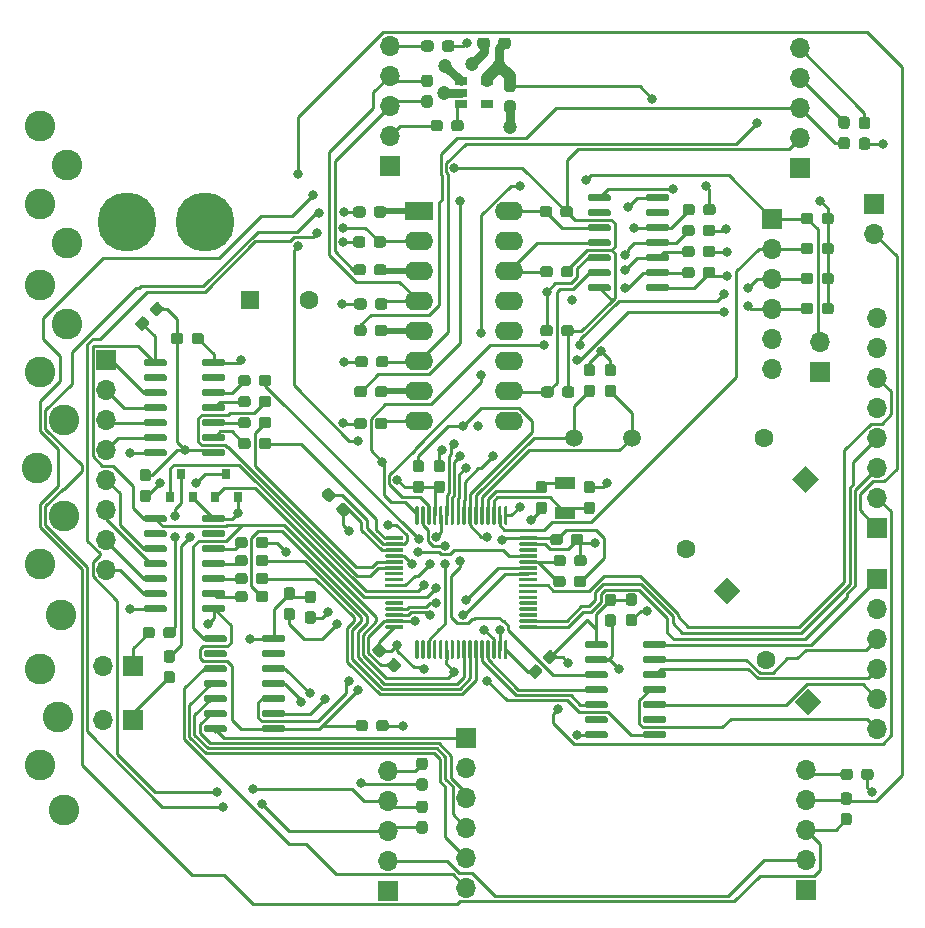
<source format=gtl>
G04 #@! TF.GenerationSoftware,KiCad,Pcbnew,(5.1.6-0-10_14)*
G04 #@! TF.CreationDate,2022-02-17T20:51:05-06:00*
G04 #@! TF.ProjectId,opto_isolator_with_micr,6f70746f-5f69-4736-9f6c-61746f725f77,rev?*
G04 #@! TF.SameCoordinates,Original*
G04 #@! TF.FileFunction,Copper,L1,Top*
G04 #@! TF.FilePolarity,Positive*
%FSLAX46Y46*%
G04 Gerber Fmt 4.6, Leading zero omitted, Abs format (unit mm)*
G04 Created by KiCad (PCBNEW (5.1.6-0-10_14)) date 2022-02-17 20:51:05*
%MOMM*%
%LPD*%
G01*
G04 APERTURE LIST*
G04 #@! TA.AperFunction,ComponentPad*
%ADD10C,2.600000*%
G04 #@! TD*
G04 #@! TA.AperFunction,ComponentPad*
%ADD11R,1.700000X1.700000*%
G04 #@! TD*
G04 #@! TA.AperFunction,ComponentPad*
%ADD12O,1.700000X1.700000*%
G04 #@! TD*
G04 #@! TA.AperFunction,SMDPad,CuDef*
%ADD13R,0.800000X0.900000*%
G04 #@! TD*
G04 #@! TA.AperFunction,ComponentPad*
%ADD14R,2.400000X1.600000*%
G04 #@! TD*
G04 #@! TA.AperFunction,ComponentPad*
%ADD15O,2.400000X1.600000*%
G04 #@! TD*
G04 #@! TA.AperFunction,SMDPad,CuDef*
%ADD16R,1.060000X0.650000*%
G04 #@! TD*
G04 #@! TA.AperFunction,ComponentPad*
%ADD17C,1.500000*%
G04 #@! TD*
G04 #@! TA.AperFunction,SMDPad,CuDef*
%ADD18R,1.800000X1.000000*%
G04 #@! TD*
G04 #@! TA.AperFunction,ComponentPad*
%ADD19C,1.600000*%
G04 #@! TD*
G04 #@! TA.AperFunction,ComponentPad*
%ADD20C,0.100000*%
G04 #@! TD*
G04 #@! TA.AperFunction,ComponentPad*
%ADD21R,1.600000X1.600000*%
G04 #@! TD*
G04 #@! TA.AperFunction,ComponentPad*
%ADD22C,5.000000*%
G04 #@! TD*
G04 #@! TA.AperFunction,ViaPad*
%ADD23C,0.800000*%
G04 #@! TD*
G04 #@! TA.AperFunction,ViaPad*
%ADD24C,1.200000*%
G04 #@! TD*
G04 #@! TA.AperFunction,Conductor*
%ADD25C,0.250000*%
G04 #@! TD*
G04 #@! TA.AperFunction,Conductor*
%ADD26C,0.750000*%
G04 #@! TD*
G04 #@! TA.AperFunction,Conductor*
%ADD27C,1.000000*%
G04 #@! TD*
G04 #@! TA.AperFunction,Conductor*
%ADD28C,0.500000*%
G04 #@! TD*
G04 APERTURE END LIST*
D10*
X135890000Y-119888000D03*
G04 #@! TA.AperFunction,SMDPad,CuDef*
G36*
G01*
X181085500Y-91090000D02*
X180610500Y-91090000D01*
G75*
G02*
X180373000Y-90852500I0J237500D01*
G01*
X180373000Y-90277500D01*
G75*
G02*
X180610500Y-90040000I237500J0D01*
G01*
X181085500Y-90040000D01*
G75*
G02*
X181323000Y-90277500I0J-237500D01*
G01*
X181323000Y-90852500D01*
G75*
G02*
X181085500Y-91090000I-237500J0D01*
G01*
G37*
G04 #@! TD.AperFunction*
G04 #@! TA.AperFunction,SMDPad,CuDef*
G36*
G01*
X181085500Y-92840000D02*
X180610500Y-92840000D01*
G75*
G02*
X180373000Y-92602500I0J237500D01*
G01*
X180373000Y-92027500D01*
G75*
G02*
X180610500Y-91790000I237500J0D01*
G01*
X181085500Y-91790000D01*
G75*
G02*
X181323000Y-92027500I0J-237500D01*
G01*
X181323000Y-92602500D01*
G75*
G02*
X181085500Y-92840000I-237500J0D01*
G01*
G37*
G04 #@! TD.AperFunction*
G04 #@! TA.AperFunction,SMDPad,CuDef*
G36*
G01*
X182863500Y-91090000D02*
X182388500Y-91090000D01*
G75*
G02*
X182151000Y-90852500I0J237500D01*
G01*
X182151000Y-90277500D01*
G75*
G02*
X182388500Y-90040000I237500J0D01*
G01*
X182863500Y-90040000D01*
G75*
G02*
X183101000Y-90277500I0J-237500D01*
G01*
X183101000Y-90852500D01*
G75*
G02*
X182863500Y-91090000I-237500J0D01*
G01*
G37*
G04 #@! TD.AperFunction*
G04 #@! TA.AperFunction,SMDPad,CuDef*
G36*
G01*
X182863500Y-92840000D02*
X182388500Y-92840000D01*
G75*
G02*
X182151000Y-92602500I0J237500D01*
G01*
X182151000Y-92027500D01*
G75*
G02*
X182388500Y-91790000I237500J0D01*
G01*
X182863500Y-91790000D01*
G75*
G02*
X183101000Y-92027500I0J-237500D01*
G01*
X183101000Y-92602500D01*
G75*
G02*
X182863500Y-92840000I-237500J0D01*
G01*
G37*
G04 #@! TD.AperFunction*
G04 #@! TA.AperFunction,SMDPad,CuDef*
G36*
G01*
X160559169Y-102565293D02*
X160223293Y-102901169D01*
G75*
G02*
X159887417Y-102901169I-167938J167938D01*
G01*
X159480831Y-102494583D01*
G75*
G02*
X159480831Y-102158707I167938J167938D01*
G01*
X159816707Y-101822831D01*
G75*
G02*
X160152583Y-101822831I167938J-167938D01*
G01*
X160559169Y-102229417D01*
G75*
G02*
X160559169Y-102565293I-167938J-167938D01*
G01*
G37*
G04 #@! TD.AperFunction*
G04 #@! TA.AperFunction,SMDPad,CuDef*
G36*
G01*
X159321733Y-101327857D02*
X158985857Y-101663733D01*
G75*
G02*
X158649981Y-101663733I-167938J167938D01*
G01*
X158243395Y-101257147D01*
G75*
G02*
X158243395Y-100921271I167938J167938D01*
G01*
X158579271Y-100585395D01*
G75*
G02*
X158915147Y-100585395I167938J-167938D01*
G01*
X159321733Y-100991981D01*
G75*
G02*
X159321733Y-101327857I-167938J-167938D01*
G01*
G37*
G04 #@! TD.AperFunction*
G04 #@! TA.AperFunction,SMDPad,CuDef*
G36*
G01*
X176546500Y-99946000D02*
X177021500Y-99946000D01*
G75*
G02*
X177259000Y-100183500I0J-237500D01*
G01*
X177259000Y-100758500D01*
G75*
G02*
X177021500Y-100996000I-237500J0D01*
G01*
X176546500Y-100996000D01*
G75*
G02*
X176309000Y-100758500I0J237500D01*
G01*
X176309000Y-100183500D01*
G75*
G02*
X176546500Y-99946000I237500J0D01*
G01*
G37*
G04 #@! TD.AperFunction*
G04 #@! TA.AperFunction,SMDPad,CuDef*
G36*
G01*
X176546500Y-101696000D02*
X177021500Y-101696000D01*
G75*
G02*
X177259000Y-101933500I0J-237500D01*
G01*
X177259000Y-102508500D01*
G75*
G02*
X177021500Y-102746000I-237500J0D01*
G01*
X176546500Y-102746000D01*
G75*
G02*
X176309000Y-102508500I0J237500D01*
G01*
X176309000Y-101933500D01*
G75*
G02*
X176546500Y-101696000I237500J0D01*
G01*
G37*
G04 #@! TD.AperFunction*
G04 #@! TA.AperFunction,SMDPad,CuDef*
G36*
G01*
X181085500Y-100996000D02*
X180610500Y-100996000D01*
G75*
G02*
X180373000Y-100758500I0J237500D01*
G01*
X180373000Y-100183500D01*
G75*
G02*
X180610500Y-99946000I237500J0D01*
G01*
X181085500Y-99946000D01*
G75*
G02*
X181323000Y-100183500I0J-237500D01*
G01*
X181323000Y-100758500D01*
G75*
G02*
X181085500Y-100996000I-237500J0D01*
G01*
G37*
G04 #@! TD.AperFunction*
G04 #@! TA.AperFunction,SMDPad,CuDef*
G36*
G01*
X181085500Y-102746000D02*
X180610500Y-102746000D01*
G75*
G02*
X180373000Y-102508500I0J237500D01*
G01*
X180373000Y-101933500D01*
G75*
G02*
X180610500Y-101696000I237500J0D01*
G01*
X181085500Y-101696000D01*
G75*
G02*
X181323000Y-101933500I0J-237500D01*
G01*
X181323000Y-102508500D01*
G75*
G02*
X181085500Y-102746000I-237500J0D01*
G01*
G37*
G04 #@! TD.AperFunction*
G04 #@! TA.AperFunction,SMDPad,CuDef*
G36*
G01*
X168385500Y-99218000D02*
X167910500Y-99218000D01*
G75*
G02*
X167673000Y-98980500I0J237500D01*
G01*
X167673000Y-98405500D01*
G75*
G02*
X167910500Y-98168000I237500J0D01*
G01*
X168385500Y-98168000D01*
G75*
G02*
X168623000Y-98405500I0J-237500D01*
G01*
X168623000Y-98980500D01*
G75*
G02*
X168385500Y-99218000I-237500J0D01*
G01*
G37*
G04 #@! TD.AperFunction*
G04 #@! TA.AperFunction,SMDPad,CuDef*
G36*
G01*
X168385500Y-100968000D02*
X167910500Y-100968000D01*
G75*
G02*
X167673000Y-100730500I0J237500D01*
G01*
X167673000Y-100155500D01*
G75*
G02*
X167910500Y-99918000I237500J0D01*
G01*
X168385500Y-99918000D01*
G75*
G02*
X168623000Y-100155500I0J-237500D01*
G01*
X168623000Y-100730500D01*
G75*
G02*
X168385500Y-100968000I-237500J0D01*
G01*
G37*
G04 #@! TD.AperFunction*
G04 #@! TA.AperFunction,SMDPad,CuDef*
G36*
G01*
X177528999Y-105139500D02*
X177528999Y-104664500D01*
G75*
G02*
X177766499Y-104427000I237500J0D01*
G01*
X178341499Y-104427000D01*
G75*
G02*
X178578999Y-104664500I0J-237500D01*
G01*
X178578999Y-105139500D01*
G75*
G02*
X178341499Y-105377000I-237500J0D01*
G01*
X177766499Y-105377000D01*
G75*
G02*
X177528999Y-105139500I0J237500D01*
G01*
G37*
G04 #@! TD.AperFunction*
G04 #@! TA.AperFunction,SMDPad,CuDef*
G36*
G01*
X179278999Y-105139500D02*
X179278999Y-104664500D01*
G75*
G02*
X179516499Y-104427000I237500J0D01*
G01*
X180091499Y-104427000D01*
G75*
G02*
X180328999Y-104664500I0J-237500D01*
G01*
X180328999Y-105139500D01*
G75*
G02*
X180091499Y-105377000I-237500J0D01*
G01*
X179516499Y-105377000D01*
G75*
G02*
X179278999Y-105139500I0J237500D01*
G01*
G37*
G04 #@! TD.AperFunction*
G04 #@! TA.AperFunction,SMDPad,CuDef*
G36*
G01*
X163766267Y-115334143D02*
X164102143Y-114998267D01*
G75*
G02*
X164438019Y-114998267I167938J-167938D01*
G01*
X164844605Y-115404853D01*
G75*
G02*
X164844605Y-115740729I-167938J-167938D01*
G01*
X164508729Y-116076605D01*
G75*
G02*
X164172853Y-116076605I-167938J167938D01*
G01*
X163766267Y-115670019D01*
G75*
G02*
X163766267Y-115334143I167938J167938D01*
G01*
G37*
G04 #@! TD.AperFunction*
G04 #@! TA.AperFunction,SMDPad,CuDef*
G36*
G01*
X162528831Y-114096707D02*
X162864707Y-113760831D01*
G75*
G02*
X163200583Y-113760831I167938J-167938D01*
G01*
X163607169Y-114167417D01*
G75*
G02*
X163607169Y-114503293I-167938J-167938D01*
G01*
X163271293Y-114839169D01*
G75*
G02*
X162935417Y-114839169I-167938J167938D01*
G01*
X162528831Y-114432583D01*
G75*
G02*
X162528831Y-114096707I167938J167938D01*
G01*
G37*
G04 #@! TD.AperFunction*
G04 #@! TA.AperFunction,SMDPad,CuDef*
G36*
G01*
X143018500Y-100680000D02*
X143493500Y-100680000D01*
G75*
G02*
X143731000Y-100917500I0J-237500D01*
G01*
X143731000Y-101492500D01*
G75*
G02*
X143493500Y-101730000I-237500J0D01*
G01*
X143018500Y-101730000D01*
G75*
G02*
X142781000Y-101492500I0J237500D01*
G01*
X142781000Y-100917500D01*
G75*
G02*
X143018500Y-100680000I237500J0D01*
G01*
G37*
G04 #@! TD.AperFunction*
G04 #@! TA.AperFunction,SMDPad,CuDef*
G36*
G01*
X143018500Y-98930000D02*
X143493500Y-98930000D01*
G75*
G02*
X143731000Y-99167500I0J-237500D01*
G01*
X143731000Y-99742500D01*
G75*
G02*
X143493500Y-99980000I-237500J0D01*
G01*
X143018500Y-99980000D01*
G75*
G02*
X142781000Y-99742500I0J237500D01*
G01*
X142781000Y-99167500D01*
G75*
G02*
X143018500Y-98930000I237500J0D01*
G01*
G37*
G04 #@! TD.AperFunction*
G04 #@! TA.AperFunction,SMDPad,CuDef*
G36*
G01*
X145412000Y-88121500D02*
X145412000Y-87646500D01*
G75*
G02*
X145649500Y-87409000I237500J0D01*
G01*
X146224500Y-87409000D01*
G75*
G02*
X146462000Y-87646500I0J-237500D01*
G01*
X146462000Y-88121500D01*
G75*
G02*
X146224500Y-88359000I-237500J0D01*
G01*
X145649500Y-88359000D01*
G75*
G02*
X145412000Y-88121500I0J237500D01*
G01*
G37*
G04 #@! TD.AperFunction*
G04 #@! TA.AperFunction,SMDPad,CuDef*
G36*
G01*
X147162000Y-88121500D02*
X147162000Y-87646500D01*
G75*
G02*
X147399500Y-87409000I237500J0D01*
G01*
X147974500Y-87409000D01*
G75*
G02*
X148212000Y-87646500I0J-237500D01*
G01*
X148212000Y-88121500D01*
G75*
G02*
X147974500Y-88359000I-237500J0D01*
G01*
X147399500Y-88359000D01*
G75*
G02*
X147162000Y-88121500I0J237500D01*
G01*
G37*
G04 #@! TD.AperFunction*
G04 #@! TA.AperFunction,SMDPad,CuDef*
G36*
G01*
X184166500Y-109457000D02*
X184641500Y-109457000D01*
G75*
G02*
X184879000Y-109694500I0J-237500D01*
G01*
X184879000Y-110269500D01*
G75*
G02*
X184641500Y-110507000I-237500J0D01*
G01*
X184166500Y-110507000D01*
G75*
G02*
X183929000Y-110269500I0J237500D01*
G01*
X183929000Y-109694500D01*
G75*
G02*
X184166500Y-109457000I237500J0D01*
G01*
G37*
G04 #@! TD.AperFunction*
G04 #@! TA.AperFunction,SMDPad,CuDef*
G36*
G01*
X184166500Y-111207000D02*
X184641500Y-111207000D01*
G75*
G02*
X184879000Y-111444500I0J-237500D01*
G01*
X184879000Y-112019500D01*
G75*
G02*
X184641500Y-112257000I-237500J0D01*
G01*
X184166500Y-112257000D01*
G75*
G02*
X183929000Y-112019500I0J237500D01*
G01*
X183929000Y-111444500D01*
G75*
G02*
X184166500Y-111207000I237500J0D01*
G01*
G37*
G04 #@! TD.AperFunction*
G04 #@! TA.AperFunction,SMDPad,CuDef*
G36*
G01*
X161047000Y-120887500D02*
X161047000Y-120412500D01*
G75*
G02*
X161284500Y-120175000I237500J0D01*
G01*
X161859500Y-120175000D01*
G75*
G02*
X162097000Y-120412500I0J-237500D01*
G01*
X162097000Y-120887500D01*
G75*
G02*
X161859500Y-121125000I-237500J0D01*
G01*
X161284500Y-121125000D01*
G75*
G02*
X161047000Y-120887500I0J237500D01*
G01*
G37*
G04 #@! TD.AperFunction*
G04 #@! TA.AperFunction,SMDPad,CuDef*
G36*
G01*
X162797000Y-120887500D02*
X162797000Y-120412500D01*
G75*
G02*
X163034500Y-120175000I237500J0D01*
G01*
X163609500Y-120175000D01*
G75*
G02*
X163847000Y-120412500I0J-237500D01*
G01*
X163847000Y-120887500D01*
G75*
G02*
X163609500Y-121125000I-237500J0D01*
G01*
X163034500Y-121125000D01*
G75*
G02*
X162797000Y-120887500I0J237500D01*
G01*
G37*
G04 #@! TD.AperFunction*
G04 #@! TA.AperFunction,SMDPad,CuDef*
G36*
G01*
X173879500Y-65972200D02*
X174354500Y-65972200D01*
G75*
G02*
X174592000Y-66209700I0J-237500D01*
G01*
X174592000Y-66784700D01*
G75*
G02*
X174354500Y-67022200I-237500J0D01*
G01*
X173879500Y-67022200D01*
G75*
G02*
X173642000Y-66784700I0J237500D01*
G01*
X173642000Y-66209700D01*
G75*
G02*
X173879500Y-65972200I237500J0D01*
G01*
G37*
G04 #@! TD.AperFunction*
G04 #@! TA.AperFunction,SMDPad,CuDef*
G36*
G01*
X173879500Y-67722200D02*
X174354500Y-67722200D01*
G75*
G02*
X174592000Y-67959700I0J-237500D01*
G01*
X174592000Y-68534700D01*
G75*
G02*
X174354500Y-68772200I-237500J0D01*
G01*
X173879500Y-68772200D01*
G75*
G02*
X173642000Y-68534700I0J237500D01*
G01*
X173642000Y-67959700D01*
G75*
G02*
X173879500Y-67722200I237500J0D01*
G01*
G37*
G04 #@! TD.AperFunction*
G04 #@! TA.AperFunction,SMDPad,CuDef*
G36*
G01*
X172420800Y-62652900D02*
X172420800Y-63127900D01*
G75*
G02*
X172183300Y-63365400I-237500J0D01*
G01*
X171608300Y-63365400D01*
G75*
G02*
X171370800Y-63127900I0J237500D01*
G01*
X171370800Y-62652900D01*
G75*
G02*
X171608300Y-62415400I237500J0D01*
G01*
X172183300Y-62415400D01*
G75*
G02*
X172420800Y-62652900I0J-237500D01*
G01*
G37*
G04 #@! TD.AperFunction*
G04 #@! TA.AperFunction,SMDPad,CuDef*
G36*
G01*
X174170800Y-62652900D02*
X174170800Y-63127900D01*
G75*
G02*
X173933300Y-63365400I-237500J0D01*
G01*
X173358300Y-63365400D01*
G75*
G02*
X173120800Y-63127900I0J237500D01*
G01*
X173120800Y-62652900D01*
G75*
G02*
X173358300Y-62415400I237500J0D01*
G01*
X173933300Y-62415400D01*
G75*
G02*
X174170800Y-62652900I0J-237500D01*
G01*
G37*
G04 #@! TD.AperFunction*
D11*
X170434000Y-121666000D03*
D12*
X170434000Y-124206000D03*
X170434000Y-126746000D03*
X170434000Y-129286000D03*
X170434000Y-131826000D03*
X170434000Y-134366000D03*
D11*
X200406000Y-90678000D03*
D12*
X200406000Y-88138000D03*
D11*
X205232000Y-108204000D03*
D12*
X205232000Y-110744000D03*
X205232000Y-113284000D03*
X205232000Y-115824000D03*
X205232000Y-118364000D03*
X205232000Y-120904000D03*
X139700000Y-120142000D03*
D11*
X142240000Y-120142000D03*
D12*
X196342000Y-90424000D03*
X196342000Y-87884000D03*
X196342000Y-85344000D03*
X196342000Y-82804000D03*
X196342000Y-80264000D03*
D11*
X196342000Y-77724000D03*
D12*
X139700000Y-115570000D03*
D11*
X142240000Y-115570000D03*
X139954000Y-89662000D03*
D12*
X139954000Y-92202000D03*
X139954000Y-94742000D03*
X139954000Y-97282000D03*
X139954000Y-99822000D03*
X139954000Y-102362000D03*
X139954000Y-104902000D03*
X139954000Y-107442000D03*
D13*
X150114000Y-99330000D03*
X151064000Y-101330000D03*
X149164000Y-101330000D03*
X145354000Y-101330000D03*
X147254000Y-101330000D03*
X146304000Y-99330000D03*
G04 #@! TA.AperFunction,SMDPad,CuDef*
G36*
G01*
X166437300Y-123364800D02*
X166912300Y-123364800D01*
G75*
G02*
X167149800Y-123602300I0J-237500D01*
G01*
X167149800Y-124177300D01*
G75*
G02*
X166912300Y-124414800I-237500J0D01*
G01*
X166437300Y-124414800D01*
G75*
G02*
X166199800Y-124177300I0J237500D01*
G01*
X166199800Y-123602300D01*
G75*
G02*
X166437300Y-123364800I237500J0D01*
G01*
G37*
G04 #@! TD.AperFunction*
G04 #@! TA.AperFunction,SMDPad,CuDef*
G36*
G01*
X166437300Y-125114800D02*
X166912300Y-125114800D01*
G75*
G02*
X167149800Y-125352300I0J-237500D01*
G01*
X167149800Y-125927300D01*
G75*
G02*
X166912300Y-126164800I-237500J0D01*
G01*
X166437300Y-126164800D01*
G75*
G02*
X166199800Y-125927300I0J237500D01*
G01*
X166199800Y-125352300D01*
G75*
G02*
X166437300Y-125114800I237500J0D01*
G01*
G37*
G04 #@! TD.AperFunction*
G04 #@! TA.AperFunction,SMDPad,CuDef*
G36*
G01*
X166607000Y-63356500D02*
X166607000Y-62881500D01*
G75*
G02*
X166844500Y-62644000I237500J0D01*
G01*
X167419500Y-62644000D01*
G75*
G02*
X167657000Y-62881500I0J-237500D01*
G01*
X167657000Y-63356500D01*
G75*
G02*
X167419500Y-63594000I-237500J0D01*
G01*
X166844500Y-63594000D01*
G75*
G02*
X166607000Y-63356500I0J237500D01*
G01*
G37*
G04 #@! TD.AperFunction*
G04 #@! TA.AperFunction,SMDPad,CuDef*
G36*
G01*
X168357000Y-63356500D02*
X168357000Y-62881500D01*
G75*
G02*
X168594500Y-62644000I237500J0D01*
G01*
X169169500Y-62644000D01*
G75*
G02*
X169407000Y-62881500I0J-237500D01*
G01*
X169407000Y-63356500D01*
G75*
G02*
X169169500Y-63594000I-237500J0D01*
G01*
X168594500Y-63594000D01*
G75*
G02*
X168357000Y-63356500I0J237500D01*
G01*
G37*
G04 #@! TD.AperFunction*
G04 #@! TA.AperFunction,SMDPad,CuDef*
G36*
G01*
X203902300Y-69110400D02*
X204377300Y-69110400D01*
G75*
G02*
X204614800Y-69347900I0J-237500D01*
G01*
X204614800Y-69922900D01*
G75*
G02*
X204377300Y-70160400I-237500J0D01*
G01*
X203902300Y-70160400D01*
G75*
G02*
X203664800Y-69922900I0J237500D01*
G01*
X203664800Y-69347900D01*
G75*
G02*
X203902300Y-69110400I237500J0D01*
G01*
G37*
G04 #@! TD.AperFunction*
G04 #@! TA.AperFunction,SMDPad,CuDef*
G36*
G01*
X203902300Y-70860400D02*
X204377300Y-70860400D01*
G75*
G02*
X204614800Y-71097900I0J-237500D01*
G01*
X204614800Y-71672900D01*
G75*
G02*
X204377300Y-71910400I-237500J0D01*
G01*
X203902300Y-71910400D01*
G75*
G02*
X203664800Y-71672900I0J237500D01*
G01*
X203664800Y-71097900D01*
G75*
G02*
X203902300Y-70860400I237500J0D01*
G01*
G37*
G04 #@! TD.AperFunction*
G04 #@! TA.AperFunction,SMDPad,CuDef*
G36*
G01*
X202104800Y-125027700D02*
X202104800Y-124552700D01*
G75*
G02*
X202342300Y-124315200I237500J0D01*
G01*
X202917300Y-124315200D01*
G75*
G02*
X203154800Y-124552700I0J-237500D01*
G01*
X203154800Y-125027700D01*
G75*
G02*
X202917300Y-125265200I-237500J0D01*
G01*
X202342300Y-125265200D01*
G75*
G02*
X202104800Y-125027700I0J237500D01*
G01*
G37*
G04 #@! TD.AperFunction*
G04 #@! TA.AperFunction,SMDPad,CuDef*
G36*
G01*
X203854800Y-125027700D02*
X203854800Y-124552700D01*
G75*
G02*
X204092300Y-124315200I237500J0D01*
G01*
X204667300Y-124315200D01*
G75*
G02*
X204904800Y-124552700I0J-237500D01*
G01*
X204904800Y-125027700D01*
G75*
G02*
X204667300Y-125265200I-237500J0D01*
G01*
X204092300Y-125265200D01*
G75*
G02*
X203854800Y-125027700I0J237500D01*
G01*
G37*
G04 #@! TD.AperFunction*
G04 #@! TA.AperFunction,SMDPad,CuDef*
G36*
G01*
X163629800Y-79467700D02*
X163629800Y-79942700D01*
G75*
G02*
X163392300Y-80180200I-237500J0D01*
G01*
X162817300Y-80180200D01*
G75*
G02*
X162579800Y-79942700I0J237500D01*
G01*
X162579800Y-79467700D01*
G75*
G02*
X162817300Y-79230200I237500J0D01*
G01*
X163392300Y-79230200D01*
G75*
G02*
X163629800Y-79467700I0J-237500D01*
G01*
G37*
G04 #@! TD.AperFunction*
G04 #@! TA.AperFunction,SMDPad,CuDef*
G36*
G01*
X161879800Y-79467700D02*
X161879800Y-79942700D01*
G75*
G02*
X161642300Y-80180200I-237500J0D01*
G01*
X161067300Y-80180200D01*
G75*
G02*
X160829800Y-79942700I0J237500D01*
G01*
X160829800Y-79467700D01*
G75*
G02*
X161067300Y-79230200I237500J0D01*
G01*
X161642300Y-79230200D01*
G75*
G02*
X161879800Y-79467700I0J-237500D01*
G01*
G37*
G04 #@! TD.AperFunction*
G04 #@! TA.AperFunction,SMDPad,CuDef*
G36*
G01*
X161981400Y-84725500D02*
X161981400Y-85200500D01*
G75*
G02*
X161743900Y-85438000I-237500J0D01*
G01*
X161168900Y-85438000D01*
G75*
G02*
X160931400Y-85200500I0J237500D01*
G01*
X160931400Y-84725500D01*
G75*
G02*
X161168900Y-84488000I237500J0D01*
G01*
X161743900Y-84488000D01*
G75*
G02*
X161981400Y-84725500I0J-237500D01*
G01*
G37*
G04 #@! TD.AperFunction*
G04 #@! TA.AperFunction,SMDPad,CuDef*
G36*
G01*
X163731400Y-84725500D02*
X163731400Y-85200500D01*
G75*
G02*
X163493900Y-85438000I-237500J0D01*
G01*
X162918900Y-85438000D01*
G75*
G02*
X162681400Y-85200500I0J237500D01*
G01*
X162681400Y-84725500D01*
G75*
G02*
X162918900Y-84488000I237500J0D01*
G01*
X163493900Y-84488000D01*
G75*
G02*
X163731400Y-84725500I0J-237500D01*
G01*
G37*
G04 #@! TD.AperFunction*
G04 #@! TA.AperFunction,SMDPad,CuDef*
G36*
G01*
X160843800Y-77402700D02*
X160843800Y-76927700D01*
G75*
G02*
X161081300Y-76690200I237500J0D01*
G01*
X161656300Y-76690200D01*
G75*
G02*
X161893800Y-76927700I0J-237500D01*
G01*
X161893800Y-77402700D01*
G75*
G02*
X161656300Y-77640200I-237500J0D01*
G01*
X161081300Y-77640200D01*
G75*
G02*
X160843800Y-77402700I0J237500D01*
G01*
G37*
G04 #@! TD.AperFunction*
G04 #@! TA.AperFunction,SMDPad,CuDef*
G36*
G01*
X162593800Y-77402700D02*
X162593800Y-76927700D01*
G75*
G02*
X162831300Y-76690200I237500J0D01*
G01*
X163406300Y-76690200D01*
G75*
G02*
X163643800Y-76927700I0J-237500D01*
G01*
X163643800Y-77402700D01*
G75*
G02*
X163406300Y-77640200I-237500J0D01*
G01*
X162831300Y-77640200D01*
G75*
G02*
X162593800Y-77402700I0J237500D01*
G01*
G37*
G04 #@! TD.AperFunction*
G04 #@! TA.AperFunction,SMDPad,CuDef*
G36*
G01*
X162619200Y-82304900D02*
X162619200Y-81829900D01*
G75*
G02*
X162856700Y-81592400I237500J0D01*
G01*
X163431700Y-81592400D01*
G75*
G02*
X163669200Y-81829900I0J-237500D01*
G01*
X163669200Y-82304900D01*
G75*
G02*
X163431700Y-82542400I-237500J0D01*
G01*
X162856700Y-82542400D01*
G75*
G02*
X162619200Y-82304900I0J237500D01*
G01*
G37*
G04 #@! TD.AperFunction*
G04 #@! TA.AperFunction,SMDPad,CuDef*
G36*
G01*
X160869200Y-82304900D02*
X160869200Y-81829900D01*
G75*
G02*
X161106700Y-81592400I237500J0D01*
G01*
X161681700Y-81592400D01*
G75*
G02*
X161919200Y-81829900I0J-237500D01*
G01*
X161919200Y-82304900D01*
G75*
G02*
X161681700Y-82542400I-237500J0D01*
G01*
X161106700Y-82542400D01*
G75*
G02*
X160869200Y-82304900I0J237500D01*
G01*
G37*
G04 #@! TD.AperFunction*
G04 #@! TA.AperFunction,SMDPad,CuDef*
G36*
G01*
X160931400Y-87435700D02*
X160931400Y-86960700D01*
G75*
G02*
X161168900Y-86723200I237500J0D01*
G01*
X161743900Y-86723200D01*
G75*
G02*
X161981400Y-86960700I0J-237500D01*
G01*
X161981400Y-87435700D01*
G75*
G02*
X161743900Y-87673200I-237500J0D01*
G01*
X161168900Y-87673200D01*
G75*
G02*
X160931400Y-87435700I0J237500D01*
G01*
G37*
G04 #@! TD.AperFunction*
G04 #@! TA.AperFunction,SMDPad,CuDef*
G36*
G01*
X162681400Y-87435700D02*
X162681400Y-86960700D01*
G75*
G02*
X162918900Y-86723200I237500J0D01*
G01*
X163493900Y-86723200D01*
G75*
G02*
X163731400Y-86960700I0J-237500D01*
G01*
X163731400Y-87435700D01*
G75*
G02*
X163493900Y-87673200I-237500J0D01*
G01*
X162918900Y-87673200D01*
G75*
G02*
X162681400Y-87435700I0J237500D01*
G01*
G37*
G04 #@! TD.AperFunction*
G04 #@! TA.AperFunction,SMDPad,CuDef*
G36*
G01*
X162695400Y-92617300D02*
X162695400Y-92142300D01*
G75*
G02*
X162932900Y-91904800I237500J0D01*
G01*
X163507900Y-91904800D01*
G75*
G02*
X163745400Y-92142300I0J-237500D01*
G01*
X163745400Y-92617300D01*
G75*
G02*
X163507900Y-92854800I-237500J0D01*
G01*
X162932900Y-92854800D01*
G75*
G02*
X162695400Y-92617300I0J237500D01*
G01*
G37*
G04 #@! TD.AperFunction*
G04 #@! TA.AperFunction,SMDPad,CuDef*
G36*
G01*
X160945400Y-92617300D02*
X160945400Y-92142300D01*
G75*
G02*
X161182900Y-91904800I237500J0D01*
G01*
X161757900Y-91904800D01*
G75*
G02*
X161995400Y-92142300I0J-237500D01*
G01*
X161995400Y-92617300D01*
G75*
G02*
X161757900Y-92854800I-237500J0D01*
G01*
X161182900Y-92854800D01*
G75*
G02*
X160945400Y-92617300I0J237500D01*
G01*
G37*
G04 #@! TD.AperFunction*
G04 #@! TA.AperFunction,SMDPad,CuDef*
G36*
G01*
X163833000Y-89602300D02*
X163833000Y-90077300D01*
G75*
G02*
X163595500Y-90314800I-237500J0D01*
G01*
X163020500Y-90314800D01*
G75*
G02*
X162783000Y-90077300I0J237500D01*
G01*
X162783000Y-89602300D01*
G75*
G02*
X163020500Y-89364800I237500J0D01*
G01*
X163595500Y-89364800D01*
G75*
G02*
X163833000Y-89602300I0J-237500D01*
G01*
G37*
G04 #@! TD.AperFunction*
G04 #@! TA.AperFunction,SMDPad,CuDef*
G36*
G01*
X162083000Y-89602300D02*
X162083000Y-90077300D01*
G75*
G02*
X161845500Y-90314800I-237500J0D01*
G01*
X161270500Y-90314800D01*
G75*
G02*
X161033000Y-90077300I0J237500D01*
G01*
X161033000Y-89602300D01*
G75*
G02*
X161270500Y-89364800I237500J0D01*
G01*
X161845500Y-89364800D01*
G75*
G02*
X162083000Y-89602300I0J-237500D01*
G01*
G37*
G04 #@! TD.AperFunction*
G04 #@! TA.AperFunction,SMDPad,CuDef*
G36*
G01*
X161990000Y-94842500D02*
X161990000Y-95317500D01*
G75*
G02*
X161752500Y-95555000I-237500J0D01*
G01*
X161177500Y-95555000D01*
G75*
G02*
X160940000Y-95317500I0J237500D01*
G01*
X160940000Y-94842500D01*
G75*
G02*
X161177500Y-94605000I237500J0D01*
G01*
X161752500Y-94605000D01*
G75*
G02*
X161990000Y-94842500I0J-237500D01*
G01*
G37*
G04 #@! TD.AperFunction*
G04 #@! TA.AperFunction,SMDPad,CuDef*
G36*
G01*
X163740000Y-94842500D02*
X163740000Y-95317500D01*
G75*
G02*
X163502500Y-95555000I-237500J0D01*
G01*
X162927500Y-95555000D01*
G75*
G02*
X162690000Y-95317500I0J237500D01*
G01*
X162690000Y-94842500D01*
G75*
G02*
X162927500Y-94605000I237500J0D01*
G01*
X163502500Y-94605000D01*
G75*
G02*
X163740000Y-94842500I0J-237500D01*
G01*
G37*
G04 #@! TD.AperFunction*
G04 #@! TA.AperFunction,SMDPad,CuDef*
G36*
G01*
X179440000Y-76902300D02*
X179440000Y-77377300D01*
G75*
G02*
X179202500Y-77614800I-237500J0D01*
G01*
X178627500Y-77614800D01*
G75*
G02*
X178390000Y-77377300I0J237500D01*
G01*
X178390000Y-76902300D01*
G75*
G02*
X178627500Y-76664800I237500J0D01*
G01*
X179202500Y-76664800D01*
G75*
G02*
X179440000Y-76902300I0J-237500D01*
G01*
G37*
G04 #@! TD.AperFunction*
G04 #@! TA.AperFunction,SMDPad,CuDef*
G36*
G01*
X177690000Y-76902300D02*
X177690000Y-77377300D01*
G75*
G02*
X177452500Y-77614800I-237500J0D01*
G01*
X176877500Y-77614800D01*
G75*
G02*
X176640000Y-77377300I0J237500D01*
G01*
X176640000Y-76902300D01*
G75*
G02*
X176877500Y-76664800I237500J0D01*
G01*
X177452500Y-76664800D01*
G75*
G02*
X177690000Y-76902300I0J-237500D01*
G01*
G37*
G04 #@! TD.AperFunction*
G04 #@! TA.AperFunction,SMDPad,CuDef*
G36*
G01*
X177740800Y-81982300D02*
X177740800Y-82457300D01*
G75*
G02*
X177503300Y-82694800I-237500J0D01*
G01*
X176928300Y-82694800D01*
G75*
G02*
X176690800Y-82457300I0J237500D01*
G01*
X176690800Y-81982300D01*
G75*
G02*
X176928300Y-81744800I237500J0D01*
G01*
X177503300Y-81744800D01*
G75*
G02*
X177740800Y-81982300I0J-237500D01*
G01*
G37*
G04 #@! TD.AperFunction*
G04 #@! TA.AperFunction,SMDPad,CuDef*
G36*
G01*
X179490800Y-81982300D02*
X179490800Y-82457300D01*
G75*
G02*
X179253300Y-82694800I-237500J0D01*
G01*
X178678300Y-82694800D01*
G75*
G02*
X178440800Y-82457300I0J237500D01*
G01*
X178440800Y-81982300D01*
G75*
G02*
X178678300Y-81744800I237500J0D01*
G01*
X179253300Y-81744800D01*
G75*
G02*
X179490800Y-81982300I0J-237500D01*
G01*
G37*
G04 #@! TD.AperFunction*
G04 #@! TA.AperFunction,SMDPad,CuDef*
G36*
G01*
X179504800Y-86986100D02*
X179504800Y-87461100D01*
G75*
G02*
X179267300Y-87698600I-237500J0D01*
G01*
X178692300Y-87698600D01*
G75*
G02*
X178454800Y-87461100I0J237500D01*
G01*
X178454800Y-86986100D01*
G75*
G02*
X178692300Y-86748600I237500J0D01*
G01*
X179267300Y-86748600D01*
G75*
G02*
X179504800Y-86986100I0J-237500D01*
G01*
G37*
G04 #@! TD.AperFunction*
G04 #@! TA.AperFunction,SMDPad,CuDef*
G36*
G01*
X177754800Y-86986100D02*
X177754800Y-87461100D01*
G75*
G02*
X177517300Y-87698600I-237500J0D01*
G01*
X176942300Y-87698600D01*
G75*
G02*
X176704800Y-87461100I0J237500D01*
G01*
X176704800Y-86986100D01*
G75*
G02*
X176942300Y-86748600I237500J0D01*
G01*
X177517300Y-86748600D01*
G75*
G02*
X177754800Y-86986100I0J-237500D01*
G01*
G37*
G04 #@! TD.AperFunction*
G04 #@! TA.AperFunction,SMDPad,CuDef*
G36*
G01*
X177817000Y-92167700D02*
X177817000Y-92642700D01*
G75*
G02*
X177579500Y-92880200I-237500J0D01*
G01*
X177004500Y-92880200D01*
G75*
G02*
X176767000Y-92642700I0J237500D01*
G01*
X176767000Y-92167700D01*
G75*
G02*
X177004500Y-91930200I237500J0D01*
G01*
X177579500Y-91930200D01*
G75*
G02*
X177817000Y-92167700I0J-237500D01*
G01*
G37*
G04 #@! TD.AperFunction*
G04 #@! TA.AperFunction,SMDPad,CuDef*
G36*
G01*
X179567000Y-92167700D02*
X179567000Y-92642700D01*
G75*
G02*
X179329500Y-92880200I-237500J0D01*
G01*
X178754500Y-92880200D01*
G75*
G02*
X178517000Y-92642700I0J237500D01*
G01*
X178517000Y-92167700D01*
G75*
G02*
X178754500Y-91930200I237500J0D01*
G01*
X179329500Y-91930200D01*
G75*
G02*
X179567000Y-92167700I0J-237500D01*
G01*
G37*
G04 #@! TD.AperFunction*
G04 #@! TA.AperFunction,SMDPad,CuDef*
G36*
G01*
X166912300Y-129797000D02*
X166437300Y-129797000D01*
G75*
G02*
X166199800Y-129559500I0J237500D01*
G01*
X166199800Y-128984500D01*
G75*
G02*
X166437300Y-128747000I237500J0D01*
G01*
X166912300Y-128747000D01*
G75*
G02*
X167149800Y-128984500I0J-237500D01*
G01*
X167149800Y-129559500D01*
G75*
G02*
X166912300Y-129797000I-237500J0D01*
G01*
G37*
G04 #@! TD.AperFunction*
G04 #@! TA.AperFunction,SMDPad,CuDef*
G36*
G01*
X166912300Y-128047000D02*
X166437300Y-128047000D01*
G75*
G02*
X166199800Y-127809500I0J237500D01*
G01*
X166199800Y-127234500D01*
G75*
G02*
X166437300Y-126997000I237500J0D01*
G01*
X166912300Y-126997000D01*
G75*
G02*
X167149800Y-127234500I0J-237500D01*
G01*
X167149800Y-127809500D01*
G75*
G02*
X166912300Y-128047000I-237500J0D01*
G01*
G37*
G04 #@! TD.AperFunction*
G04 #@! TA.AperFunction,SMDPad,CuDef*
G36*
G01*
X202650100Y-70121000D02*
X202175100Y-70121000D01*
G75*
G02*
X201937600Y-69883500I0J237500D01*
G01*
X201937600Y-69308500D01*
G75*
G02*
X202175100Y-69071000I237500J0D01*
G01*
X202650100Y-69071000D01*
G75*
G02*
X202887600Y-69308500I0J-237500D01*
G01*
X202887600Y-69883500D01*
G75*
G02*
X202650100Y-70121000I-237500J0D01*
G01*
G37*
G04 #@! TD.AperFunction*
G04 #@! TA.AperFunction,SMDPad,CuDef*
G36*
G01*
X202650100Y-71871000D02*
X202175100Y-71871000D01*
G75*
G02*
X201937600Y-71633500I0J237500D01*
G01*
X201937600Y-71058500D01*
G75*
G02*
X202175100Y-70821000I237500J0D01*
G01*
X202650100Y-70821000D01*
G75*
G02*
X202887600Y-71058500I0J-237500D01*
G01*
X202887600Y-71633500D01*
G75*
G02*
X202650100Y-71871000I-237500J0D01*
G01*
G37*
G04 #@! TD.AperFunction*
G04 #@! TA.AperFunction,SMDPad,CuDef*
G36*
G01*
X202827900Y-129111200D02*
X202352900Y-129111200D01*
G75*
G02*
X202115400Y-128873700I0J237500D01*
G01*
X202115400Y-128298700D01*
G75*
G02*
X202352900Y-128061200I237500J0D01*
G01*
X202827900Y-128061200D01*
G75*
G02*
X203065400Y-128298700I0J-237500D01*
G01*
X203065400Y-128873700D01*
G75*
G02*
X202827900Y-129111200I-237500J0D01*
G01*
G37*
G04 #@! TD.AperFunction*
G04 #@! TA.AperFunction,SMDPad,CuDef*
G36*
G01*
X202827900Y-127361200D02*
X202352900Y-127361200D01*
G75*
G02*
X202115400Y-127123700I0J237500D01*
G01*
X202115400Y-126548700D01*
G75*
G02*
X202352900Y-126311200I237500J0D01*
G01*
X202827900Y-126311200D01*
G75*
G02*
X203065400Y-126548700I0J-237500D01*
G01*
X203065400Y-127123700D01*
G75*
G02*
X202827900Y-127361200I-237500J0D01*
G01*
G37*
G04 #@! TD.AperFunction*
G04 #@! TA.AperFunction,SMDPad,CuDef*
G36*
G01*
X167344100Y-66579000D02*
X166869100Y-66579000D01*
G75*
G02*
X166631600Y-66341500I0J237500D01*
G01*
X166631600Y-65766500D01*
G75*
G02*
X166869100Y-65529000I237500J0D01*
G01*
X167344100Y-65529000D01*
G75*
G02*
X167581600Y-65766500I0J-237500D01*
G01*
X167581600Y-66341500D01*
G75*
G02*
X167344100Y-66579000I-237500J0D01*
G01*
G37*
G04 #@! TD.AperFunction*
G04 #@! TA.AperFunction,SMDPad,CuDef*
G36*
G01*
X167344100Y-68329000D02*
X166869100Y-68329000D01*
G75*
G02*
X166631600Y-68091500I0J237500D01*
G01*
X166631600Y-67516500D01*
G75*
G02*
X166869100Y-67279000I237500J0D01*
G01*
X167344100Y-67279000D01*
G75*
G02*
X167581600Y-67516500I0J-237500D01*
G01*
X167581600Y-68091500D01*
G75*
G02*
X167344100Y-68329000I-237500J0D01*
G01*
G37*
G04 #@! TD.AperFunction*
G04 #@! TA.AperFunction,SMDPad,CuDef*
G36*
G01*
X169147000Y-70087500D02*
X169147000Y-69612500D01*
G75*
G02*
X169384500Y-69375000I237500J0D01*
G01*
X169959500Y-69375000D01*
G75*
G02*
X170197000Y-69612500I0J-237500D01*
G01*
X170197000Y-70087500D01*
G75*
G02*
X169959500Y-70325000I-237500J0D01*
G01*
X169384500Y-70325000D01*
G75*
G02*
X169147000Y-70087500I0J237500D01*
G01*
G37*
G04 #@! TD.AperFunction*
G04 #@! TA.AperFunction,SMDPad,CuDef*
G36*
G01*
X167397000Y-70087500D02*
X167397000Y-69612500D01*
G75*
G02*
X167634500Y-69375000I237500J0D01*
G01*
X168209500Y-69375000D01*
G75*
G02*
X168447000Y-69612500I0J-237500D01*
G01*
X168447000Y-70087500D01*
G75*
G02*
X168209500Y-70325000I-237500J0D01*
G01*
X167634500Y-70325000D01*
G75*
G02*
X167397000Y-70087500I0J237500D01*
G01*
G37*
G04 #@! TD.AperFunction*
G04 #@! TA.AperFunction,SMDPad,CuDef*
G36*
G01*
X189755000Y-82058500D02*
X189755000Y-82533500D01*
G75*
G02*
X189517500Y-82771000I-237500J0D01*
G01*
X188942500Y-82771000D01*
G75*
G02*
X188705000Y-82533500I0J237500D01*
G01*
X188705000Y-82058500D01*
G75*
G02*
X188942500Y-81821000I237500J0D01*
G01*
X189517500Y-81821000D01*
G75*
G02*
X189755000Y-82058500I0J-237500D01*
G01*
G37*
G04 #@! TD.AperFunction*
G04 #@! TA.AperFunction,SMDPad,CuDef*
G36*
G01*
X191505000Y-82058500D02*
X191505000Y-82533500D01*
G75*
G02*
X191267500Y-82771000I-237500J0D01*
G01*
X190692500Y-82771000D01*
G75*
G02*
X190455000Y-82533500I0J237500D01*
G01*
X190455000Y-82058500D01*
G75*
G02*
X190692500Y-81821000I237500J0D01*
G01*
X191267500Y-81821000D01*
G75*
G02*
X191505000Y-82058500I0J-237500D01*
G01*
G37*
G04 #@! TD.AperFunction*
G04 #@! TA.AperFunction,SMDPad,CuDef*
G36*
G01*
X191505000Y-80280500D02*
X191505000Y-80755500D01*
G75*
G02*
X191267500Y-80993000I-237500J0D01*
G01*
X190692500Y-80993000D01*
G75*
G02*
X190455000Y-80755500I0J237500D01*
G01*
X190455000Y-80280500D01*
G75*
G02*
X190692500Y-80043000I237500J0D01*
G01*
X191267500Y-80043000D01*
G75*
G02*
X191505000Y-80280500I0J-237500D01*
G01*
G37*
G04 #@! TD.AperFunction*
G04 #@! TA.AperFunction,SMDPad,CuDef*
G36*
G01*
X189755000Y-80280500D02*
X189755000Y-80755500D01*
G75*
G02*
X189517500Y-80993000I-237500J0D01*
G01*
X188942500Y-80993000D01*
G75*
G02*
X188705000Y-80755500I0J237500D01*
G01*
X188705000Y-80280500D01*
G75*
G02*
X188942500Y-80043000I237500J0D01*
G01*
X189517500Y-80043000D01*
G75*
G02*
X189755000Y-80280500I0J-237500D01*
G01*
G37*
G04 #@! TD.AperFunction*
G04 #@! TA.AperFunction,SMDPad,CuDef*
G36*
G01*
X189755000Y-78502500D02*
X189755000Y-78977500D01*
G75*
G02*
X189517500Y-79215000I-237500J0D01*
G01*
X188942500Y-79215000D01*
G75*
G02*
X188705000Y-78977500I0J237500D01*
G01*
X188705000Y-78502500D01*
G75*
G02*
X188942500Y-78265000I237500J0D01*
G01*
X189517500Y-78265000D01*
G75*
G02*
X189755000Y-78502500I0J-237500D01*
G01*
G37*
G04 #@! TD.AperFunction*
G04 #@! TA.AperFunction,SMDPad,CuDef*
G36*
G01*
X191505000Y-78502500D02*
X191505000Y-78977500D01*
G75*
G02*
X191267500Y-79215000I-237500J0D01*
G01*
X190692500Y-79215000D01*
G75*
G02*
X190455000Y-78977500I0J237500D01*
G01*
X190455000Y-78502500D01*
G75*
G02*
X190692500Y-78265000I237500J0D01*
G01*
X191267500Y-78265000D01*
G75*
G02*
X191505000Y-78502500I0J-237500D01*
G01*
G37*
G04 #@! TD.AperFunction*
G04 #@! TA.AperFunction,SMDPad,CuDef*
G36*
G01*
X191533000Y-76724500D02*
X191533000Y-77199500D01*
G75*
G02*
X191295500Y-77437000I-237500J0D01*
G01*
X190720500Y-77437000D01*
G75*
G02*
X190483000Y-77199500I0J237500D01*
G01*
X190483000Y-76724500D01*
G75*
G02*
X190720500Y-76487000I237500J0D01*
G01*
X191295500Y-76487000D01*
G75*
G02*
X191533000Y-76724500I0J-237500D01*
G01*
G37*
G04 #@! TD.AperFunction*
G04 #@! TA.AperFunction,SMDPad,CuDef*
G36*
G01*
X189783000Y-76724500D02*
X189783000Y-77199500D01*
G75*
G02*
X189545500Y-77437000I-237500J0D01*
G01*
X188970500Y-77437000D01*
G75*
G02*
X188733000Y-77199500I0J237500D01*
G01*
X188733000Y-76724500D01*
G75*
G02*
X188970500Y-76487000I237500J0D01*
G01*
X189545500Y-76487000D01*
G75*
G02*
X189783000Y-76724500I0J-237500D01*
G01*
G37*
G04 #@! TD.AperFunction*
G04 #@! TA.AperFunction,SMDPad,CuDef*
G36*
G01*
X179533000Y-108695500D02*
X179533000Y-108220500D01*
G75*
G02*
X179770500Y-107983000I237500J0D01*
G01*
X180345500Y-107983000D01*
G75*
G02*
X180583000Y-108220500I0J-237500D01*
G01*
X180583000Y-108695500D01*
G75*
G02*
X180345500Y-108933000I-237500J0D01*
G01*
X179770500Y-108933000D01*
G75*
G02*
X179533000Y-108695500I0J237500D01*
G01*
G37*
G04 #@! TD.AperFunction*
G04 #@! TA.AperFunction,SMDPad,CuDef*
G36*
G01*
X177783000Y-108695500D02*
X177783000Y-108220500D01*
G75*
G02*
X178020500Y-107983000I237500J0D01*
G01*
X178595500Y-107983000D01*
G75*
G02*
X178833000Y-108220500I0J-237500D01*
G01*
X178833000Y-108695500D01*
G75*
G02*
X178595500Y-108933000I-237500J0D01*
G01*
X178020500Y-108933000D01*
G75*
G02*
X177783000Y-108695500I0J237500D01*
G01*
G37*
G04 #@! TD.AperFunction*
G04 #@! TA.AperFunction,SMDPad,CuDef*
G36*
G01*
X180611000Y-106442500D02*
X180611000Y-106917500D01*
G75*
G02*
X180373500Y-107155000I-237500J0D01*
G01*
X179798500Y-107155000D01*
G75*
G02*
X179561000Y-106917500I0J237500D01*
G01*
X179561000Y-106442500D01*
G75*
G02*
X179798500Y-106205000I237500J0D01*
G01*
X180373500Y-106205000D01*
G75*
G02*
X180611000Y-106442500I0J-237500D01*
G01*
G37*
G04 #@! TD.AperFunction*
G04 #@! TA.AperFunction,SMDPad,CuDef*
G36*
G01*
X178861000Y-106442500D02*
X178861000Y-106917500D01*
G75*
G02*
X178623500Y-107155000I-237500J0D01*
G01*
X178048500Y-107155000D01*
G75*
G02*
X177811000Y-106917500I0J237500D01*
G01*
X177811000Y-106442500D01*
G75*
G02*
X178048500Y-106205000I237500J0D01*
G01*
X178623500Y-106205000D01*
G75*
G02*
X178861000Y-106442500I0J-237500D01*
G01*
G37*
G04 #@! TD.AperFunction*
G04 #@! TA.AperFunction,SMDPad,CuDef*
G36*
G01*
X166607500Y-100968000D02*
X166132500Y-100968000D01*
G75*
G02*
X165895000Y-100730500I0J237500D01*
G01*
X165895000Y-100155500D01*
G75*
G02*
X166132500Y-99918000I237500J0D01*
G01*
X166607500Y-99918000D01*
G75*
G02*
X166845000Y-100155500I0J-237500D01*
G01*
X166845000Y-100730500D01*
G75*
G02*
X166607500Y-100968000I-237500J0D01*
G01*
G37*
G04 #@! TD.AperFunction*
G04 #@! TA.AperFunction,SMDPad,CuDef*
G36*
G01*
X166607500Y-99218000D02*
X166132500Y-99218000D01*
G75*
G02*
X165895000Y-98980500I0J237500D01*
G01*
X165895000Y-98405500D01*
G75*
G02*
X166132500Y-98168000I237500J0D01*
G01*
X166607500Y-98168000D01*
G75*
G02*
X166845000Y-98405500I0J-237500D01*
G01*
X166845000Y-98980500D01*
G75*
G02*
X166607500Y-99218000I-237500J0D01*
G01*
G37*
G04 #@! TD.AperFunction*
G04 #@! TA.AperFunction,SMDPad,CuDef*
G36*
G01*
X176479293Y-115538831D02*
X176815169Y-115874707D01*
G75*
G02*
X176815169Y-116210583I-167938J-167938D01*
G01*
X176408583Y-116617169D01*
G75*
G02*
X176072707Y-116617169I-167938J167938D01*
G01*
X175736831Y-116281293D01*
G75*
G02*
X175736831Y-115945417I167938J167938D01*
G01*
X176143417Y-115538831D01*
G75*
G02*
X176479293Y-115538831I167938J-167938D01*
G01*
G37*
G04 #@! TD.AperFunction*
G04 #@! TA.AperFunction,SMDPad,CuDef*
G36*
G01*
X177716729Y-114301395D02*
X178052605Y-114637271D01*
G75*
G02*
X178052605Y-114973147I-167938J-167938D01*
G01*
X177646019Y-115379733D01*
G75*
G02*
X177310143Y-115379733I-167938J167938D01*
G01*
X176974267Y-115043857D01*
G75*
G02*
X176974267Y-114707981I167938J167938D01*
G01*
X177380853Y-114301395D01*
G75*
G02*
X177716729Y-114301395I167938J-167938D01*
G01*
G37*
G04 #@! TD.AperFunction*
G04 #@! TA.AperFunction,SMDPad,CuDef*
G36*
G01*
X199802000Y-77486500D02*
X199802000Y-77961500D01*
G75*
G02*
X199564500Y-78199000I-237500J0D01*
G01*
X198989500Y-78199000D01*
G75*
G02*
X198752000Y-77961500I0J237500D01*
G01*
X198752000Y-77486500D01*
G75*
G02*
X198989500Y-77249000I237500J0D01*
G01*
X199564500Y-77249000D01*
G75*
G02*
X199802000Y-77486500I0J-237500D01*
G01*
G37*
G04 #@! TD.AperFunction*
G04 #@! TA.AperFunction,SMDPad,CuDef*
G36*
G01*
X201552000Y-77486500D02*
X201552000Y-77961500D01*
G75*
G02*
X201314500Y-78199000I-237500J0D01*
G01*
X200739500Y-78199000D01*
G75*
G02*
X200502000Y-77961500I0J237500D01*
G01*
X200502000Y-77486500D01*
G75*
G02*
X200739500Y-77249000I237500J0D01*
G01*
X201314500Y-77249000D01*
G75*
G02*
X201552000Y-77486500I0J-237500D01*
G01*
G37*
G04 #@! TD.AperFunction*
G04 #@! TA.AperFunction,SMDPad,CuDef*
G36*
G01*
X155685500Y-109999000D02*
X155210500Y-109999000D01*
G75*
G02*
X154973000Y-109761500I0J237500D01*
G01*
X154973000Y-109186500D01*
G75*
G02*
X155210500Y-108949000I237500J0D01*
G01*
X155685500Y-108949000D01*
G75*
G02*
X155923000Y-109186500I0J-237500D01*
G01*
X155923000Y-109761500D01*
G75*
G02*
X155685500Y-109999000I-237500J0D01*
G01*
G37*
G04 #@! TD.AperFunction*
G04 #@! TA.AperFunction,SMDPad,CuDef*
G36*
G01*
X155685500Y-111749000D02*
X155210500Y-111749000D01*
G75*
G02*
X154973000Y-111511500I0J237500D01*
G01*
X154973000Y-110936500D01*
G75*
G02*
X155210500Y-110699000I237500J0D01*
G01*
X155685500Y-110699000D01*
G75*
G02*
X155923000Y-110936500I0J-237500D01*
G01*
X155923000Y-111511500D01*
G75*
G02*
X155685500Y-111749000I-237500J0D01*
G01*
G37*
G04 #@! TD.AperFunction*
G04 #@! TA.AperFunction,SMDPad,CuDef*
G36*
G01*
X145525500Y-117083000D02*
X145050500Y-117083000D01*
G75*
G02*
X144813000Y-116845500I0J237500D01*
G01*
X144813000Y-116270500D01*
G75*
G02*
X145050500Y-116033000I237500J0D01*
G01*
X145525500Y-116033000D01*
G75*
G02*
X145763000Y-116270500I0J-237500D01*
G01*
X145763000Y-116845500D01*
G75*
G02*
X145525500Y-117083000I-237500J0D01*
G01*
G37*
G04 #@! TD.AperFunction*
G04 #@! TA.AperFunction,SMDPad,CuDef*
G36*
G01*
X145525500Y-115333000D02*
X145050500Y-115333000D01*
G75*
G02*
X144813000Y-115095500I0J237500D01*
G01*
X144813000Y-114520500D01*
G75*
G02*
X145050500Y-114283000I237500J0D01*
G01*
X145525500Y-114283000D01*
G75*
G02*
X145763000Y-114520500I0J-237500D01*
G01*
X145763000Y-115095500D01*
G75*
G02*
X145525500Y-115333000I-237500J0D01*
G01*
G37*
G04 #@! TD.AperFunction*
G04 #@! TA.AperFunction,SMDPad,CuDef*
G36*
G01*
X157463500Y-112031000D02*
X156988500Y-112031000D01*
G75*
G02*
X156751000Y-111793500I0J237500D01*
G01*
X156751000Y-111218500D01*
G75*
G02*
X156988500Y-110981000I237500J0D01*
G01*
X157463500Y-110981000D01*
G75*
G02*
X157701000Y-111218500I0J-237500D01*
G01*
X157701000Y-111793500D01*
G75*
G02*
X157463500Y-112031000I-237500J0D01*
G01*
G37*
G04 #@! TD.AperFunction*
G04 #@! TA.AperFunction,SMDPad,CuDef*
G36*
G01*
X157463500Y-110281000D02*
X156988500Y-110281000D01*
G75*
G02*
X156751000Y-110043500I0J237500D01*
G01*
X156751000Y-109468500D01*
G75*
G02*
X156988500Y-109231000I237500J0D01*
G01*
X157463500Y-109231000D01*
G75*
G02*
X157701000Y-109468500I0J-237500D01*
G01*
X157701000Y-110043500D01*
G75*
G02*
X157463500Y-110281000I-237500J0D01*
G01*
G37*
G04 #@! TD.AperFunction*
G04 #@! TA.AperFunction,SMDPad,CuDef*
G36*
G01*
X143013000Y-113013500D02*
X143013000Y-112538500D01*
G75*
G02*
X143250500Y-112301000I237500J0D01*
G01*
X143825500Y-112301000D01*
G75*
G02*
X144063000Y-112538500I0J-237500D01*
G01*
X144063000Y-113013500D01*
G75*
G02*
X143825500Y-113251000I-237500J0D01*
G01*
X143250500Y-113251000D01*
G75*
G02*
X143013000Y-113013500I0J237500D01*
G01*
G37*
G04 #@! TD.AperFunction*
G04 #@! TA.AperFunction,SMDPad,CuDef*
G36*
G01*
X144763000Y-113013500D02*
X144763000Y-112538500D01*
G75*
G02*
X145000500Y-112301000I237500J0D01*
G01*
X145575500Y-112301000D01*
G75*
G02*
X145813000Y-112538500I0J-237500D01*
G01*
X145813000Y-113013500D01*
G75*
G02*
X145575500Y-113251000I-237500J0D01*
G01*
X145000500Y-113251000D01*
G75*
G02*
X144763000Y-113013500I0J237500D01*
G01*
G37*
G04 #@! TD.AperFunction*
G04 #@! TA.AperFunction,SMDPad,CuDef*
G36*
G01*
X144442729Y-84837395D02*
X144778605Y-85173271D01*
G75*
G02*
X144778605Y-85509147I-167938J-167938D01*
G01*
X144372019Y-85915733D01*
G75*
G02*
X144036143Y-85915733I-167938J167938D01*
G01*
X143700267Y-85579857D01*
G75*
G02*
X143700267Y-85243981I167938J167938D01*
G01*
X144106853Y-84837395D01*
G75*
G02*
X144442729Y-84837395I167938J-167938D01*
G01*
G37*
G04 #@! TD.AperFunction*
G04 #@! TA.AperFunction,SMDPad,CuDef*
G36*
G01*
X143205293Y-86074831D02*
X143541169Y-86410707D01*
G75*
G02*
X143541169Y-86746583I-167938J-167938D01*
G01*
X143134583Y-87153169D01*
G75*
G02*
X142798707Y-87153169I-167938J167938D01*
G01*
X142462831Y-86817293D01*
G75*
G02*
X142462831Y-86481417I167938J167938D01*
G01*
X142869417Y-86074831D01*
G75*
G02*
X143205293Y-86074831I167938J-167938D01*
G01*
G37*
G04 #@! TD.AperFunction*
G04 #@! TA.AperFunction,SMDPad,CuDef*
G36*
G01*
X199802000Y-80026500D02*
X199802000Y-80501500D01*
G75*
G02*
X199564500Y-80739000I-237500J0D01*
G01*
X198989500Y-80739000D01*
G75*
G02*
X198752000Y-80501500I0J237500D01*
G01*
X198752000Y-80026500D01*
G75*
G02*
X198989500Y-79789000I237500J0D01*
G01*
X199564500Y-79789000D01*
G75*
G02*
X199802000Y-80026500I0J-237500D01*
G01*
G37*
G04 #@! TD.AperFunction*
G04 #@! TA.AperFunction,SMDPad,CuDef*
G36*
G01*
X201552000Y-80026500D02*
X201552000Y-80501500D01*
G75*
G02*
X201314500Y-80739000I-237500J0D01*
G01*
X200739500Y-80739000D01*
G75*
G02*
X200502000Y-80501500I0J237500D01*
G01*
X200502000Y-80026500D01*
G75*
G02*
X200739500Y-79789000I237500J0D01*
G01*
X201314500Y-79789000D01*
G75*
G02*
X201552000Y-80026500I0J-237500D01*
G01*
G37*
G04 #@! TD.AperFunction*
G04 #@! TA.AperFunction,SMDPad,CuDef*
G36*
G01*
X199802000Y-82566500D02*
X199802000Y-83041500D01*
G75*
G02*
X199564500Y-83279000I-237500J0D01*
G01*
X198989500Y-83279000D01*
G75*
G02*
X198752000Y-83041500I0J237500D01*
G01*
X198752000Y-82566500D01*
G75*
G02*
X198989500Y-82329000I237500J0D01*
G01*
X199564500Y-82329000D01*
G75*
G02*
X199802000Y-82566500I0J-237500D01*
G01*
G37*
G04 #@! TD.AperFunction*
G04 #@! TA.AperFunction,SMDPad,CuDef*
G36*
G01*
X201552000Y-82566500D02*
X201552000Y-83041500D01*
G75*
G02*
X201314500Y-83279000I-237500J0D01*
G01*
X200739500Y-83279000D01*
G75*
G02*
X200502000Y-83041500I0J237500D01*
G01*
X200502000Y-82566500D01*
G75*
G02*
X200739500Y-82329000I237500J0D01*
G01*
X201314500Y-82329000D01*
G75*
G02*
X201552000Y-82566500I0J-237500D01*
G01*
G37*
G04 #@! TD.AperFunction*
G04 #@! TA.AperFunction,SMDPad,CuDef*
G36*
G01*
X199802000Y-85106500D02*
X199802000Y-85581500D01*
G75*
G02*
X199564500Y-85819000I-237500J0D01*
G01*
X198989500Y-85819000D01*
G75*
G02*
X198752000Y-85581500I0J237500D01*
G01*
X198752000Y-85106500D01*
G75*
G02*
X198989500Y-84869000I237500J0D01*
G01*
X199564500Y-84869000D01*
G75*
G02*
X199802000Y-85106500I0J-237500D01*
G01*
G37*
G04 #@! TD.AperFunction*
G04 #@! TA.AperFunction,SMDPad,CuDef*
G36*
G01*
X201552000Y-85106500D02*
X201552000Y-85581500D01*
G75*
G02*
X201314500Y-85819000I-237500J0D01*
G01*
X200739500Y-85819000D01*
G75*
G02*
X200502000Y-85581500I0J237500D01*
G01*
X200502000Y-85106500D01*
G75*
G02*
X200739500Y-84869000I237500J0D01*
G01*
X201314500Y-84869000D01*
G75*
G02*
X201552000Y-85106500I0J-237500D01*
G01*
G37*
G04 #@! TD.AperFunction*
G04 #@! TA.AperFunction,SMDPad,CuDef*
G36*
G01*
X182388500Y-109485000D02*
X182863500Y-109485000D01*
G75*
G02*
X183101000Y-109722500I0J-237500D01*
G01*
X183101000Y-110297500D01*
G75*
G02*
X182863500Y-110535000I-237500J0D01*
G01*
X182388500Y-110535000D01*
G75*
G02*
X182151000Y-110297500I0J237500D01*
G01*
X182151000Y-109722500D01*
G75*
G02*
X182388500Y-109485000I237500J0D01*
G01*
G37*
G04 #@! TD.AperFunction*
G04 #@! TA.AperFunction,SMDPad,CuDef*
G36*
G01*
X182388500Y-111235000D02*
X182863500Y-111235000D01*
G75*
G02*
X183101000Y-111472500I0J-237500D01*
G01*
X183101000Y-112047500D01*
G75*
G02*
X182863500Y-112285000I-237500J0D01*
G01*
X182388500Y-112285000D01*
G75*
G02*
X182151000Y-112047500I0J237500D01*
G01*
X182151000Y-111472500D01*
G75*
G02*
X182388500Y-111235000I237500J0D01*
G01*
G37*
G04 #@! TD.AperFunction*
D11*
X204978000Y-76454000D03*
D12*
X204978000Y-78994000D03*
D11*
X163830000Y-134620000D03*
D12*
X163830000Y-132080000D03*
X163830000Y-129540000D03*
X163830000Y-127000000D03*
X163830000Y-124460000D03*
X163957000Y-63093600D03*
X163957000Y-65633600D03*
X163957000Y-68173600D03*
X163957000Y-70713600D03*
D11*
X163957000Y-73253600D03*
X198678800Y-73456800D03*
D12*
X198678800Y-70916800D03*
X198678800Y-68376800D03*
X198678800Y-65836800D03*
X198678800Y-63296800D03*
X199161400Y-124383800D03*
X199161400Y-126923800D03*
X199161400Y-129463800D03*
X199161400Y-132003800D03*
D11*
X199161400Y-134543800D03*
D14*
X166395400Y-77089000D03*
D15*
X174015400Y-94869000D03*
X166395400Y-79629000D03*
X174015400Y-92329000D03*
X166395400Y-82169000D03*
X174015400Y-89789000D03*
X166395400Y-84709000D03*
X174015400Y-87249000D03*
X166395400Y-87249000D03*
X174015400Y-84709000D03*
X166395400Y-89789000D03*
X174015400Y-82169000D03*
X166395400Y-92329000D03*
X174015400Y-79629000D03*
X166395400Y-94869000D03*
X174015400Y-77089000D03*
D16*
X169951400Y-66116200D03*
X169951400Y-67066200D03*
X169951400Y-68016200D03*
X172151400Y-68016200D03*
X172151400Y-66116200D03*
G04 #@! TA.AperFunction,SMDPad,CuDef*
G36*
G01*
X182650000Y-83416000D02*
X182650000Y-83716000D01*
G75*
G02*
X182500000Y-83866000I-150000J0D01*
G01*
X180850000Y-83866000D01*
G75*
G02*
X180700000Y-83716000I0J150000D01*
G01*
X180700000Y-83416000D01*
G75*
G02*
X180850000Y-83266000I150000J0D01*
G01*
X182500000Y-83266000D01*
G75*
G02*
X182650000Y-83416000I0J-150000D01*
G01*
G37*
G04 #@! TD.AperFunction*
G04 #@! TA.AperFunction,SMDPad,CuDef*
G36*
G01*
X182650000Y-82146000D02*
X182650000Y-82446000D01*
G75*
G02*
X182500000Y-82596000I-150000J0D01*
G01*
X180850000Y-82596000D01*
G75*
G02*
X180700000Y-82446000I0J150000D01*
G01*
X180700000Y-82146000D01*
G75*
G02*
X180850000Y-81996000I150000J0D01*
G01*
X182500000Y-81996000D01*
G75*
G02*
X182650000Y-82146000I0J-150000D01*
G01*
G37*
G04 #@! TD.AperFunction*
G04 #@! TA.AperFunction,SMDPad,CuDef*
G36*
G01*
X182650000Y-80876000D02*
X182650000Y-81176000D01*
G75*
G02*
X182500000Y-81326000I-150000J0D01*
G01*
X180850000Y-81326000D01*
G75*
G02*
X180700000Y-81176000I0J150000D01*
G01*
X180700000Y-80876000D01*
G75*
G02*
X180850000Y-80726000I150000J0D01*
G01*
X182500000Y-80726000D01*
G75*
G02*
X182650000Y-80876000I0J-150000D01*
G01*
G37*
G04 #@! TD.AperFunction*
G04 #@! TA.AperFunction,SMDPad,CuDef*
G36*
G01*
X182650000Y-79606000D02*
X182650000Y-79906000D01*
G75*
G02*
X182500000Y-80056000I-150000J0D01*
G01*
X180850000Y-80056000D01*
G75*
G02*
X180700000Y-79906000I0J150000D01*
G01*
X180700000Y-79606000D01*
G75*
G02*
X180850000Y-79456000I150000J0D01*
G01*
X182500000Y-79456000D01*
G75*
G02*
X182650000Y-79606000I0J-150000D01*
G01*
G37*
G04 #@! TD.AperFunction*
G04 #@! TA.AperFunction,SMDPad,CuDef*
G36*
G01*
X182650000Y-78336000D02*
X182650000Y-78636000D01*
G75*
G02*
X182500000Y-78786000I-150000J0D01*
G01*
X180850000Y-78786000D01*
G75*
G02*
X180700000Y-78636000I0J150000D01*
G01*
X180700000Y-78336000D01*
G75*
G02*
X180850000Y-78186000I150000J0D01*
G01*
X182500000Y-78186000D01*
G75*
G02*
X182650000Y-78336000I0J-150000D01*
G01*
G37*
G04 #@! TD.AperFunction*
G04 #@! TA.AperFunction,SMDPad,CuDef*
G36*
G01*
X182650000Y-77066000D02*
X182650000Y-77366000D01*
G75*
G02*
X182500000Y-77516000I-150000J0D01*
G01*
X180850000Y-77516000D01*
G75*
G02*
X180700000Y-77366000I0J150000D01*
G01*
X180700000Y-77066000D01*
G75*
G02*
X180850000Y-76916000I150000J0D01*
G01*
X182500000Y-76916000D01*
G75*
G02*
X182650000Y-77066000I0J-150000D01*
G01*
G37*
G04 #@! TD.AperFunction*
G04 #@! TA.AperFunction,SMDPad,CuDef*
G36*
G01*
X182650000Y-75796000D02*
X182650000Y-76096000D01*
G75*
G02*
X182500000Y-76246000I-150000J0D01*
G01*
X180850000Y-76246000D01*
G75*
G02*
X180700000Y-76096000I0J150000D01*
G01*
X180700000Y-75796000D01*
G75*
G02*
X180850000Y-75646000I150000J0D01*
G01*
X182500000Y-75646000D01*
G75*
G02*
X182650000Y-75796000I0J-150000D01*
G01*
G37*
G04 #@! TD.AperFunction*
G04 #@! TA.AperFunction,SMDPad,CuDef*
G36*
G01*
X187600000Y-75796000D02*
X187600000Y-76096000D01*
G75*
G02*
X187450000Y-76246000I-150000J0D01*
G01*
X185800000Y-76246000D01*
G75*
G02*
X185650000Y-76096000I0J150000D01*
G01*
X185650000Y-75796000D01*
G75*
G02*
X185800000Y-75646000I150000J0D01*
G01*
X187450000Y-75646000D01*
G75*
G02*
X187600000Y-75796000I0J-150000D01*
G01*
G37*
G04 #@! TD.AperFunction*
G04 #@! TA.AperFunction,SMDPad,CuDef*
G36*
G01*
X187600000Y-77066000D02*
X187600000Y-77366000D01*
G75*
G02*
X187450000Y-77516000I-150000J0D01*
G01*
X185800000Y-77516000D01*
G75*
G02*
X185650000Y-77366000I0J150000D01*
G01*
X185650000Y-77066000D01*
G75*
G02*
X185800000Y-76916000I150000J0D01*
G01*
X187450000Y-76916000D01*
G75*
G02*
X187600000Y-77066000I0J-150000D01*
G01*
G37*
G04 #@! TD.AperFunction*
G04 #@! TA.AperFunction,SMDPad,CuDef*
G36*
G01*
X187600000Y-78336000D02*
X187600000Y-78636000D01*
G75*
G02*
X187450000Y-78786000I-150000J0D01*
G01*
X185800000Y-78786000D01*
G75*
G02*
X185650000Y-78636000I0J150000D01*
G01*
X185650000Y-78336000D01*
G75*
G02*
X185800000Y-78186000I150000J0D01*
G01*
X187450000Y-78186000D01*
G75*
G02*
X187600000Y-78336000I0J-150000D01*
G01*
G37*
G04 #@! TD.AperFunction*
G04 #@! TA.AperFunction,SMDPad,CuDef*
G36*
G01*
X187600000Y-79606000D02*
X187600000Y-79906000D01*
G75*
G02*
X187450000Y-80056000I-150000J0D01*
G01*
X185800000Y-80056000D01*
G75*
G02*
X185650000Y-79906000I0J150000D01*
G01*
X185650000Y-79606000D01*
G75*
G02*
X185800000Y-79456000I150000J0D01*
G01*
X187450000Y-79456000D01*
G75*
G02*
X187600000Y-79606000I0J-150000D01*
G01*
G37*
G04 #@! TD.AperFunction*
G04 #@! TA.AperFunction,SMDPad,CuDef*
G36*
G01*
X187600000Y-80876000D02*
X187600000Y-81176000D01*
G75*
G02*
X187450000Y-81326000I-150000J0D01*
G01*
X185800000Y-81326000D01*
G75*
G02*
X185650000Y-81176000I0J150000D01*
G01*
X185650000Y-80876000D01*
G75*
G02*
X185800000Y-80726000I150000J0D01*
G01*
X187450000Y-80726000D01*
G75*
G02*
X187600000Y-80876000I0J-150000D01*
G01*
G37*
G04 #@! TD.AperFunction*
G04 #@! TA.AperFunction,SMDPad,CuDef*
G36*
G01*
X187600000Y-82146000D02*
X187600000Y-82446000D01*
G75*
G02*
X187450000Y-82596000I-150000J0D01*
G01*
X185800000Y-82596000D01*
G75*
G02*
X185650000Y-82446000I0J150000D01*
G01*
X185650000Y-82146000D01*
G75*
G02*
X185800000Y-81996000I150000J0D01*
G01*
X187450000Y-81996000D01*
G75*
G02*
X187600000Y-82146000I0J-150000D01*
G01*
G37*
G04 #@! TD.AperFunction*
G04 #@! TA.AperFunction,SMDPad,CuDef*
G36*
G01*
X187600000Y-83416000D02*
X187600000Y-83716000D01*
G75*
G02*
X187450000Y-83866000I-150000J0D01*
G01*
X185800000Y-83866000D01*
G75*
G02*
X185650000Y-83716000I0J150000D01*
G01*
X185650000Y-83416000D01*
G75*
G02*
X185800000Y-83266000I150000J0D01*
G01*
X187450000Y-83266000D01*
G75*
G02*
X187600000Y-83416000I0J-150000D01*
G01*
G37*
G04 #@! TD.AperFunction*
G04 #@! TA.AperFunction,SMDPad,CuDef*
G36*
G01*
X173675000Y-102090000D02*
X173825000Y-102090000D01*
G75*
G02*
X173900000Y-102165000I0J-75000D01*
G01*
X173900000Y-103565000D01*
G75*
G02*
X173825000Y-103640000I-75000J0D01*
G01*
X173675000Y-103640000D01*
G75*
G02*
X173600000Y-103565000I0J75000D01*
G01*
X173600000Y-102165000D01*
G75*
G02*
X173675000Y-102090000I75000J0D01*
G01*
G37*
G04 #@! TD.AperFunction*
G04 #@! TA.AperFunction,SMDPad,CuDef*
G36*
G01*
X173175000Y-102090000D02*
X173325000Y-102090000D01*
G75*
G02*
X173400000Y-102165000I0J-75000D01*
G01*
X173400000Y-103565000D01*
G75*
G02*
X173325000Y-103640000I-75000J0D01*
G01*
X173175000Y-103640000D01*
G75*
G02*
X173100000Y-103565000I0J75000D01*
G01*
X173100000Y-102165000D01*
G75*
G02*
X173175000Y-102090000I75000J0D01*
G01*
G37*
G04 #@! TD.AperFunction*
G04 #@! TA.AperFunction,SMDPad,CuDef*
G36*
G01*
X172675000Y-102090000D02*
X172825000Y-102090000D01*
G75*
G02*
X172900000Y-102165000I0J-75000D01*
G01*
X172900000Y-103565000D01*
G75*
G02*
X172825000Y-103640000I-75000J0D01*
G01*
X172675000Y-103640000D01*
G75*
G02*
X172600000Y-103565000I0J75000D01*
G01*
X172600000Y-102165000D01*
G75*
G02*
X172675000Y-102090000I75000J0D01*
G01*
G37*
G04 #@! TD.AperFunction*
G04 #@! TA.AperFunction,SMDPad,CuDef*
G36*
G01*
X172175000Y-102090000D02*
X172325000Y-102090000D01*
G75*
G02*
X172400000Y-102165000I0J-75000D01*
G01*
X172400000Y-103565000D01*
G75*
G02*
X172325000Y-103640000I-75000J0D01*
G01*
X172175000Y-103640000D01*
G75*
G02*
X172100000Y-103565000I0J75000D01*
G01*
X172100000Y-102165000D01*
G75*
G02*
X172175000Y-102090000I75000J0D01*
G01*
G37*
G04 #@! TD.AperFunction*
G04 #@! TA.AperFunction,SMDPad,CuDef*
G36*
G01*
X171675000Y-102090000D02*
X171825000Y-102090000D01*
G75*
G02*
X171900000Y-102165000I0J-75000D01*
G01*
X171900000Y-103565000D01*
G75*
G02*
X171825000Y-103640000I-75000J0D01*
G01*
X171675000Y-103640000D01*
G75*
G02*
X171600000Y-103565000I0J75000D01*
G01*
X171600000Y-102165000D01*
G75*
G02*
X171675000Y-102090000I75000J0D01*
G01*
G37*
G04 #@! TD.AperFunction*
G04 #@! TA.AperFunction,SMDPad,CuDef*
G36*
G01*
X171175000Y-102090000D02*
X171325000Y-102090000D01*
G75*
G02*
X171400000Y-102165000I0J-75000D01*
G01*
X171400000Y-103565000D01*
G75*
G02*
X171325000Y-103640000I-75000J0D01*
G01*
X171175000Y-103640000D01*
G75*
G02*
X171100000Y-103565000I0J75000D01*
G01*
X171100000Y-102165000D01*
G75*
G02*
X171175000Y-102090000I75000J0D01*
G01*
G37*
G04 #@! TD.AperFunction*
G04 #@! TA.AperFunction,SMDPad,CuDef*
G36*
G01*
X170675000Y-102090000D02*
X170825000Y-102090000D01*
G75*
G02*
X170900000Y-102165000I0J-75000D01*
G01*
X170900000Y-103565000D01*
G75*
G02*
X170825000Y-103640000I-75000J0D01*
G01*
X170675000Y-103640000D01*
G75*
G02*
X170600000Y-103565000I0J75000D01*
G01*
X170600000Y-102165000D01*
G75*
G02*
X170675000Y-102090000I75000J0D01*
G01*
G37*
G04 #@! TD.AperFunction*
G04 #@! TA.AperFunction,SMDPad,CuDef*
G36*
G01*
X170175000Y-102090000D02*
X170325000Y-102090000D01*
G75*
G02*
X170400000Y-102165000I0J-75000D01*
G01*
X170400000Y-103565000D01*
G75*
G02*
X170325000Y-103640000I-75000J0D01*
G01*
X170175000Y-103640000D01*
G75*
G02*
X170100000Y-103565000I0J75000D01*
G01*
X170100000Y-102165000D01*
G75*
G02*
X170175000Y-102090000I75000J0D01*
G01*
G37*
G04 #@! TD.AperFunction*
G04 #@! TA.AperFunction,SMDPad,CuDef*
G36*
G01*
X169675000Y-102090000D02*
X169825000Y-102090000D01*
G75*
G02*
X169900000Y-102165000I0J-75000D01*
G01*
X169900000Y-103565000D01*
G75*
G02*
X169825000Y-103640000I-75000J0D01*
G01*
X169675000Y-103640000D01*
G75*
G02*
X169600000Y-103565000I0J75000D01*
G01*
X169600000Y-102165000D01*
G75*
G02*
X169675000Y-102090000I75000J0D01*
G01*
G37*
G04 #@! TD.AperFunction*
G04 #@! TA.AperFunction,SMDPad,CuDef*
G36*
G01*
X169175000Y-102090000D02*
X169325000Y-102090000D01*
G75*
G02*
X169400000Y-102165000I0J-75000D01*
G01*
X169400000Y-103565000D01*
G75*
G02*
X169325000Y-103640000I-75000J0D01*
G01*
X169175000Y-103640000D01*
G75*
G02*
X169100000Y-103565000I0J75000D01*
G01*
X169100000Y-102165000D01*
G75*
G02*
X169175000Y-102090000I75000J0D01*
G01*
G37*
G04 #@! TD.AperFunction*
G04 #@! TA.AperFunction,SMDPad,CuDef*
G36*
G01*
X168675000Y-102090000D02*
X168825000Y-102090000D01*
G75*
G02*
X168900000Y-102165000I0J-75000D01*
G01*
X168900000Y-103565000D01*
G75*
G02*
X168825000Y-103640000I-75000J0D01*
G01*
X168675000Y-103640000D01*
G75*
G02*
X168600000Y-103565000I0J75000D01*
G01*
X168600000Y-102165000D01*
G75*
G02*
X168675000Y-102090000I75000J0D01*
G01*
G37*
G04 #@! TD.AperFunction*
G04 #@! TA.AperFunction,SMDPad,CuDef*
G36*
G01*
X168175000Y-102090000D02*
X168325000Y-102090000D01*
G75*
G02*
X168400000Y-102165000I0J-75000D01*
G01*
X168400000Y-103565000D01*
G75*
G02*
X168325000Y-103640000I-75000J0D01*
G01*
X168175000Y-103640000D01*
G75*
G02*
X168100000Y-103565000I0J75000D01*
G01*
X168100000Y-102165000D01*
G75*
G02*
X168175000Y-102090000I75000J0D01*
G01*
G37*
G04 #@! TD.AperFunction*
G04 #@! TA.AperFunction,SMDPad,CuDef*
G36*
G01*
X167675000Y-102090000D02*
X167825000Y-102090000D01*
G75*
G02*
X167900000Y-102165000I0J-75000D01*
G01*
X167900000Y-103565000D01*
G75*
G02*
X167825000Y-103640000I-75000J0D01*
G01*
X167675000Y-103640000D01*
G75*
G02*
X167600000Y-103565000I0J75000D01*
G01*
X167600000Y-102165000D01*
G75*
G02*
X167675000Y-102090000I75000J0D01*
G01*
G37*
G04 #@! TD.AperFunction*
G04 #@! TA.AperFunction,SMDPad,CuDef*
G36*
G01*
X167175000Y-102090000D02*
X167325000Y-102090000D01*
G75*
G02*
X167400000Y-102165000I0J-75000D01*
G01*
X167400000Y-103565000D01*
G75*
G02*
X167325000Y-103640000I-75000J0D01*
G01*
X167175000Y-103640000D01*
G75*
G02*
X167100000Y-103565000I0J75000D01*
G01*
X167100000Y-102165000D01*
G75*
G02*
X167175000Y-102090000I75000J0D01*
G01*
G37*
G04 #@! TD.AperFunction*
G04 #@! TA.AperFunction,SMDPad,CuDef*
G36*
G01*
X166675000Y-102090000D02*
X166825000Y-102090000D01*
G75*
G02*
X166900000Y-102165000I0J-75000D01*
G01*
X166900000Y-103565000D01*
G75*
G02*
X166825000Y-103640000I-75000J0D01*
G01*
X166675000Y-103640000D01*
G75*
G02*
X166600000Y-103565000I0J75000D01*
G01*
X166600000Y-102165000D01*
G75*
G02*
X166675000Y-102090000I75000J0D01*
G01*
G37*
G04 #@! TD.AperFunction*
G04 #@! TA.AperFunction,SMDPad,CuDef*
G36*
G01*
X166175000Y-102090000D02*
X166325000Y-102090000D01*
G75*
G02*
X166400000Y-102165000I0J-75000D01*
G01*
X166400000Y-103565000D01*
G75*
G02*
X166325000Y-103640000I-75000J0D01*
G01*
X166175000Y-103640000D01*
G75*
G02*
X166100000Y-103565000I0J75000D01*
G01*
X166100000Y-102165000D01*
G75*
G02*
X166175000Y-102090000I75000J0D01*
G01*
G37*
G04 #@! TD.AperFunction*
G04 #@! TA.AperFunction,SMDPad,CuDef*
G36*
G01*
X163625000Y-104640000D02*
X165025000Y-104640000D01*
G75*
G02*
X165100000Y-104715000I0J-75000D01*
G01*
X165100000Y-104865000D01*
G75*
G02*
X165025000Y-104940000I-75000J0D01*
G01*
X163625000Y-104940000D01*
G75*
G02*
X163550000Y-104865000I0J75000D01*
G01*
X163550000Y-104715000D01*
G75*
G02*
X163625000Y-104640000I75000J0D01*
G01*
G37*
G04 #@! TD.AperFunction*
G04 #@! TA.AperFunction,SMDPad,CuDef*
G36*
G01*
X163625000Y-105140000D02*
X165025000Y-105140000D01*
G75*
G02*
X165100000Y-105215000I0J-75000D01*
G01*
X165100000Y-105365000D01*
G75*
G02*
X165025000Y-105440000I-75000J0D01*
G01*
X163625000Y-105440000D01*
G75*
G02*
X163550000Y-105365000I0J75000D01*
G01*
X163550000Y-105215000D01*
G75*
G02*
X163625000Y-105140000I75000J0D01*
G01*
G37*
G04 #@! TD.AperFunction*
G04 #@! TA.AperFunction,SMDPad,CuDef*
G36*
G01*
X163625000Y-105640000D02*
X165025000Y-105640000D01*
G75*
G02*
X165100000Y-105715000I0J-75000D01*
G01*
X165100000Y-105865000D01*
G75*
G02*
X165025000Y-105940000I-75000J0D01*
G01*
X163625000Y-105940000D01*
G75*
G02*
X163550000Y-105865000I0J75000D01*
G01*
X163550000Y-105715000D01*
G75*
G02*
X163625000Y-105640000I75000J0D01*
G01*
G37*
G04 #@! TD.AperFunction*
G04 #@! TA.AperFunction,SMDPad,CuDef*
G36*
G01*
X163625000Y-106140000D02*
X165025000Y-106140000D01*
G75*
G02*
X165100000Y-106215000I0J-75000D01*
G01*
X165100000Y-106365000D01*
G75*
G02*
X165025000Y-106440000I-75000J0D01*
G01*
X163625000Y-106440000D01*
G75*
G02*
X163550000Y-106365000I0J75000D01*
G01*
X163550000Y-106215000D01*
G75*
G02*
X163625000Y-106140000I75000J0D01*
G01*
G37*
G04 #@! TD.AperFunction*
G04 #@! TA.AperFunction,SMDPad,CuDef*
G36*
G01*
X163625000Y-106640000D02*
X165025000Y-106640000D01*
G75*
G02*
X165100000Y-106715000I0J-75000D01*
G01*
X165100000Y-106865000D01*
G75*
G02*
X165025000Y-106940000I-75000J0D01*
G01*
X163625000Y-106940000D01*
G75*
G02*
X163550000Y-106865000I0J75000D01*
G01*
X163550000Y-106715000D01*
G75*
G02*
X163625000Y-106640000I75000J0D01*
G01*
G37*
G04 #@! TD.AperFunction*
G04 #@! TA.AperFunction,SMDPad,CuDef*
G36*
G01*
X163625000Y-107140000D02*
X165025000Y-107140000D01*
G75*
G02*
X165100000Y-107215000I0J-75000D01*
G01*
X165100000Y-107365000D01*
G75*
G02*
X165025000Y-107440000I-75000J0D01*
G01*
X163625000Y-107440000D01*
G75*
G02*
X163550000Y-107365000I0J75000D01*
G01*
X163550000Y-107215000D01*
G75*
G02*
X163625000Y-107140000I75000J0D01*
G01*
G37*
G04 #@! TD.AperFunction*
G04 #@! TA.AperFunction,SMDPad,CuDef*
G36*
G01*
X163625000Y-107640000D02*
X165025000Y-107640000D01*
G75*
G02*
X165100000Y-107715000I0J-75000D01*
G01*
X165100000Y-107865000D01*
G75*
G02*
X165025000Y-107940000I-75000J0D01*
G01*
X163625000Y-107940000D01*
G75*
G02*
X163550000Y-107865000I0J75000D01*
G01*
X163550000Y-107715000D01*
G75*
G02*
X163625000Y-107640000I75000J0D01*
G01*
G37*
G04 #@! TD.AperFunction*
G04 #@! TA.AperFunction,SMDPad,CuDef*
G36*
G01*
X163625000Y-108140000D02*
X165025000Y-108140000D01*
G75*
G02*
X165100000Y-108215000I0J-75000D01*
G01*
X165100000Y-108365000D01*
G75*
G02*
X165025000Y-108440000I-75000J0D01*
G01*
X163625000Y-108440000D01*
G75*
G02*
X163550000Y-108365000I0J75000D01*
G01*
X163550000Y-108215000D01*
G75*
G02*
X163625000Y-108140000I75000J0D01*
G01*
G37*
G04 #@! TD.AperFunction*
G04 #@! TA.AperFunction,SMDPad,CuDef*
G36*
G01*
X163625000Y-108640000D02*
X165025000Y-108640000D01*
G75*
G02*
X165100000Y-108715000I0J-75000D01*
G01*
X165100000Y-108865000D01*
G75*
G02*
X165025000Y-108940000I-75000J0D01*
G01*
X163625000Y-108940000D01*
G75*
G02*
X163550000Y-108865000I0J75000D01*
G01*
X163550000Y-108715000D01*
G75*
G02*
X163625000Y-108640000I75000J0D01*
G01*
G37*
G04 #@! TD.AperFunction*
G04 #@! TA.AperFunction,SMDPad,CuDef*
G36*
G01*
X163625000Y-109140000D02*
X165025000Y-109140000D01*
G75*
G02*
X165100000Y-109215000I0J-75000D01*
G01*
X165100000Y-109365000D01*
G75*
G02*
X165025000Y-109440000I-75000J0D01*
G01*
X163625000Y-109440000D01*
G75*
G02*
X163550000Y-109365000I0J75000D01*
G01*
X163550000Y-109215000D01*
G75*
G02*
X163625000Y-109140000I75000J0D01*
G01*
G37*
G04 #@! TD.AperFunction*
G04 #@! TA.AperFunction,SMDPad,CuDef*
G36*
G01*
X163625000Y-109640000D02*
X165025000Y-109640000D01*
G75*
G02*
X165100000Y-109715000I0J-75000D01*
G01*
X165100000Y-109865000D01*
G75*
G02*
X165025000Y-109940000I-75000J0D01*
G01*
X163625000Y-109940000D01*
G75*
G02*
X163550000Y-109865000I0J75000D01*
G01*
X163550000Y-109715000D01*
G75*
G02*
X163625000Y-109640000I75000J0D01*
G01*
G37*
G04 #@! TD.AperFunction*
G04 #@! TA.AperFunction,SMDPad,CuDef*
G36*
G01*
X163625000Y-110140000D02*
X165025000Y-110140000D01*
G75*
G02*
X165100000Y-110215000I0J-75000D01*
G01*
X165100000Y-110365000D01*
G75*
G02*
X165025000Y-110440000I-75000J0D01*
G01*
X163625000Y-110440000D01*
G75*
G02*
X163550000Y-110365000I0J75000D01*
G01*
X163550000Y-110215000D01*
G75*
G02*
X163625000Y-110140000I75000J0D01*
G01*
G37*
G04 #@! TD.AperFunction*
G04 #@! TA.AperFunction,SMDPad,CuDef*
G36*
G01*
X163625000Y-110640000D02*
X165025000Y-110640000D01*
G75*
G02*
X165100000Y-110715000I0J-75000D01*
G01*
X165100000Y-110865000D01*
G75*
G02*
X165025000Y-110940000I-75000J0D01*
G01*
X163625000Y-110940000D01*
G75*
G02*
X163550000Y-110865000I0J75000D01*
G01*
X163550000Y-110715000D01*
G75*
G02*
X163625000Y-110640000I75000J0D01*
G01*
G37*
G04 #@! TD.AperFunction*
G04 #@! TA.AperFunction,SMDPad,CuDef*
G36*
G01*
X163625000Y-111140000D02*
X165025000Y-111140000D01*
G75*
G02*
X165100000Y-111215000I0J-75000D01*
G01*
X165100000Y-111365000D01*
G75*
G02*
X165025000Y-111440000I-75000J0D01*
G01*
X163625000Y-111440000D01*
G75*
G02*
X163550000Y-111365000I0J75000D01*
G01*
X163550000Y-111215000D01*
G75*
G02*
X163625000Y-111140000I75000J0D01*
G01*
G37*
G04 #@! TD.AperFunction*
G04 #@! TA.AperFunction,SMDPad,CuDef*
G36*
G01*
X163625000Y-111640000D02*
X165025000Y-111640000D01*
G75*
G02*
X165100000Y-111715000I0J-75000D01*
G01*
X165100000Y-111865000D01*
G75*
G02*
X165025000Y-111940000I-75000J0D01*
G01*
X163625000Y-111940000D01*
G75*
G02*
X163550000Y-111865000I0J75000D01*
G01*
X163550000Y-111715000D01*
G75*
G02*
X163625000Y-111640000I75000J0D01*
G01*
G37*
G04 #@! TD.AperFunction*
G04 #@! TA.AperFunction,SMDPad,CuDef*
G36*
G01*
X163625000Y-112140000D02*
X165025000Y-112140000D01*
G75*
G02*
X165100000Y-112215000I0J-75000D01*
G01*
X165100000Y-112365000D01*
G75*
G02*
X165025000Y-112440000I-75000J0D01*
G01*
X163625000Y-112440000D01*
G75*
G02*
X163550000Y-112365000I0J75000D01*
G01*
X163550000Y-112215000D01*
G75*
G02*
X163625000Y-112140000I75000J0D01*
G01*
G37*
G04 #@! TD.AperFunction*
G04 #@! TA.AperFunction,SMDPad,CuDef*
G36*
G01*
X166175000Y-113440000D02*
X166325000Y-113440000D01*
G75*
G02*
X166400000Y-113515000I0J-75000D01*
G01*
X166400000Y-114915000D01*
G75*
G02*
X166325000Y-114990000I-75000J0D01*
G01*
X166175000Y-114990000D01*
G75*
G02*
X166100000Y-114915000I0J75000D01*
G01*
X166100000Y-113515000D01*
G75*
G02*
X166175000Y-113440000I75000J0D01*
G01*
G37*
G04 #@! TD.AperFunction*
G04 #@! TA.AperFunction,SMDPad,CuDef*
G36*
G01*
X166675000Y-113440000D02*
X166825000Y-113440000D01*
G75*
G02*
X166900000Y-113515000I0J-75000D01*
G01*
X166900000Y-114915000D01*
G75*
G02*
X166825000Y-114990000I-75000J0D01*
G01*
X166675000Y-114990000D01*
G75*
G02*
X166600000Y-114915000I0J75000D01*
G01*
X166600000Y-113515000D01*
G75*
G02*
X166675000Y-113440000I75000J0D01*
G01*
G37*
G04 #@! TD.AperFunction*
G04 #@! TA.AperFunction,SMDPad,CuDef*
G36*
G01*
X167175000Y-113440000D02*
X167325000Y-113440000D01*
G75*
G02*
X167400000Y-113515000I0J-75000D01*
G01*
X167400000Y-114915000D01*
G75*
G02*
X167325000Y-114990000I-75000J0D01*
G01*
X167175000Y-114990000D01*
G75*
G02*
X167100000Y-114915000I0J75000D01*
G01*
X167100000Y-113515000D01*
G75*
G02*
X167175000Y-113440000I75000J0D01*
G01*
G37*
G04 #@! TD.AperFunction*
G04 #@! TA.AperFunction,SMDPad,CuDef*
G36*
G01*
X167675000Y-113440000D02*
X167825000Y-113440000D01*
G75*
G02*
X167900000Y-113515000I0J-75000D01*
G01*
X167900000Y-114915000D01*
G75*
G02*
X167825000Y-114990000I-75000J0D01*
G01*
X167675000Y-114990000D01*
G75*
G02*
X167600000Y-114915000I0J75000D01*
G01*
X167600000Y-113515000D01*
G75*
G02*
X167675000Y-113440000I75000J0D01*
G01*
G37*
G04 #@! TD.AperFunction*
G04 #@! TA.AperFunction,SMDPad,CuDef*
G36*
G01*
X168175000Y-113440000D02*
X168325000Y-113440000D01*
G75*
G02*
X168400000Y-113515000I0J-75000D01*
G01*
X168400000Y-114915000D01*
G75*
G02*
X168325000Y-114990000I-75000J0D01*
G01*
X168175000Y-114990000D01*
G75*
G02*
X168100000Y-114915000I0J75000D01*
G01*
X168100000Y-113515000D01*
G75*
G02*
X168175000Y-113440000I75000J0D01*
G01*
G37*
G04 #@! TD.AperFunction*
G04 #@! TA.AperFunction,SMDPad,CuDef*
G36*
G01*
X168675000Y-113440000D02*
X168825000Y-113440000D01*
G75*
G02*
X168900000Y-113515000I0J-75000D01*
G01*
X168900000Y-114915000D01*
G75*
G02*
X168825000Y-114990000I-75000J0D01*
G01*
X168675000Y-114990000D01*
G75*
G02*
X168600000Y-114915000I0J75000D01*
G01*
X168600000Y-113515000D01*
G75*
G02*
X168675000Y-113440000I75000J0D01*
G01*
G37*
G04 #@! TD.AperFunction*
G04 #@! TA.AperFunction,SMDPad,CuDef*
G36*
G01*
X169175000Y-113440000D02*
X169325000Y-113440000D01*
G75*
G02*
X169400000Y-113515000I0J-75000D01*
G01*
X169400000Y-114915000D01*
G75*
G02*
X169325000Y-114990000I-75000J0D01*
G01*
X169175000Y-114990000D01*
G75*
G02*
X169100000Y-114915000I0J75000D01*
G01*
X169100000Y-113515000D01*
G75*
G02*
X169175000Y-113440000I75000J0D01*
G01*
G37*
G04 #@! TD.AperFunction*
G04 #@! TA.AperFunction,SMDPad,CuDef*
G36*
G01*
X169675000Y-113440000D02*
X169825000Y-113440000D01*
G75*
G02*
X169900000Y-113515000I0J-75000D01*
G01*
X169900000Y-114915000D01*
G75*
G02*
X169825000Y-114990000I-75000J0D01*
G01*
X169675000Y-114990000D01*
G75*
G02*
X169600000Y-114915000I0J75000D01*
G01*
X169600000Y-113515000D01*
G75*
G02*
X169675000Y-113440000I75000J0D01*
G01*
G37*
G04 #@! TD.AperFunction*
G04 #@! TA.AperFunction,SMDPad,CuDef*
G36*
G01*
X170175000Y-113440000D02*
X170325000Y-113440000D01*
G75*
G02*
X170400000Y-113515000I0J-75000D01*
G01*
X170400000Y-114915000D01*
G75*
G02*
X170325000Y-114990000I-75000J0D01*
G01*
X170175000Y-114990000D01*
G75*
G02*
X170100000Y-114915000I0J75000D01*
G01*
X170100000Y-113515000D01*
G75*
G02*
X170175000Y-113440000I75000J0D01*
G01*
G37*
G04 #@! TD.AperFunction*
G04 #@! TA.AperFunction,SMDPad,CuDef*
G36*
G01*
X170675000Y-113440000D02*
X170825000Y-113440000D01*
G75*
G02*
X170900000Y-113515000I0J-75000D01*
G01*
X170900000Y-114915000D01*
G75*
G02*
X170825000Y-114990000I-75000J0D01*
G01*
X170675000Y-114990000D01*
G75*
G02*
X170600000Y-114915000I0J75000D01*
G01*
X170600000Y-113515000D01*
G75*
G02*
X170675000Y-113440000I75000J0D01*
G01*
G37*
G04 #@! TD.AperFunction*
G04 #@! TA.AperFunction,SMDPad,CuDef*
G36*
G01*
X171175000Y-113440000D02*
X171325000Y-113440000D01*
G75*
G02*
X171400000Y-113515000I0J-75000D01*
G01*
X171400000Y-114915000D01*
G75*
G02*
X171325000Y-114990000I-75000J0D01*
G01*
X171175000Y-114990000D01*
G75*
G02*
X171100000Y-114915000I0J75000D01*
G01*
X171100000Y-113515000D01*
G75*
G02*
X171175000Y-113440000I75000J0D01*
G01*
G37*
G04 #@! TD.AperFunction*
G04 #@! TA.AperFunction,SMDPad,CuDef*
G36*
G01*
X171675000Y-113440000D02*
X171825000Y-113440000D01*
G75*
G02*
X171900000Y-113515000I0J-75000D01*
G01*
X171900000Y-114915000D01*
G75*
G02*
X171825000Y-114990000I-75000J0D01*
G01*
X171675000Y-114990000D01*
G75*
G02*
X171600000Y-114915000I0J75000D01*
G01*
X171600000Y-113515000D01*
G75*
G02*
X171675000Y-113440000I75000J0D01*
G01*
G37*
G04 #@! TD.AperFunction*
G04 #@! TA.AperFunction,SMDPad,CuDef*
G36*
G01*
X172175000Y-113440000D02*
X172325000Y-113440000D01*
G75*
G02*
X172400000Y-113515000I0J-75000D01*
G01*
X172400000Y-114915000D01*
G75*
G02*
X172325000Y-114990000I-75000J0D01*
G01*
X172175000Y-114990000D01*
G75*
G02*
X172100000Y-114915000I0J75000D01*
G01*
X172100000Y-113515000D01*
G75*
G02*
X172175000Y-113440000I75000J0D01*
G01*
G37*
G04 #@! TD.AperFunction*
G04 #@! TA.AperFunction,SMDPad,CuDef*
G36*
G01*
X172675000Y-113440000D02*
X172825000Y-113440000D01*
G75*
G02*
X172900000Y-113515000I0J-75000D01*
G01*
X172900000Y-114915000D01*
G75*
G02*
X172825000Y-114990000I-75000J0D01*
G01*
X172675000Y-114990000D01*
G75*
G02*
X172600000Y-114915000I0J75000D01*
G01*
X172600000Y-113515000D01*
G75*
G02*
X172675000Y-113440000I75000J0D01*
G01*
G37*
G04 #@! TD.AperFunction*
G04 #@! TA.AperFunction,SMDPad,CuDef*
G36*
G01*
X173175000Y-113440000D02*
X173325000Y-113440000D01*
G75*
G02*
X173400000Y-113515000I0J-75000D01*
G01*
X173400000Y-114915000D01*
G75*
G02*
X173325000Y-114990000I-75000J0D01*
G01*
X173175000Y-114990000D01*
G75*
G02*
X173100000Y-114915000I0J75000D01*
G01*
X173100000Y-113515000D01*
G75*
G02*
X173175000Y-113440000I75000J0D01*
G01*
G37*
G04 #@! TD.AperFunction*
G04 #@! TA.AperFunction,SMDPad,CuDef*
G36*
G01*
X173675000Y-113440000D02*
X173825000Y-113440000D01*
G75*
G02*
X173900000Y-113515000I0J-75000D01*
G01*
X173900000Y-114915000D01*
G75*
G02*
X173825000Y-114990000I-75000J0D01*
G01*
X173675000Y-114990000D01*
G75*
G02*
X173600000Y-114915000I0J75000D01*
G01*
X173600000Y-113515000D01*
G75*
G02*
X173675000Y-113440000I75000J0D01*
G01*
G37*
G04 #@! TD.AperFunction*
G04 #@! TA.AperFunction,SMDPad,CuDef*
G36*
G01*
X174975000Y-112140000D02*
X176375000Y-112140000D01*
G75*
G02*
X176450000Y-112215000I0J-75000D01*
G01*
X176450000Y-112365000D01*
G75*
G02*
X176375000Y-112440000I-75000J0D01*
G01*
X174975000Y-112440000D01*
G75*
G02*
X174900000Y-112365000I0J75000D01*
G01*
X174900000Y-112215000D01*
G75*
G02*
X174975000Y-112140000I75000J0D01*
G01*
G37*
G04 #@! TD.AperFunction*
G04 #@! TA.AperFunction,SMDPad,CuDef*
G36*
G01*
X174975000Y-111640000D02*
X176375000Y-111640000D01*
G75*
G02*
X176450000Y-111715000I0J-75000D01*
G01*
X176450000Y-111865000D01*
G75*
G02*
X176375000Y-111940000I-75000J0D01*
G01*
X174975000Y-111940000D01*
G75*
G02*
X174900000Y-111865000I0J75000D01*
G01*
X174900000Y-111715000D01*
G75*
G02*
X174975000Y-111640000I75000J0D01*
G01*
G37*
G04 #@! TD.AperFunction*
G04 #@! TA.AperFunction,SMDPad,CuDef*
G36*
G01*
X174975000Y-111140000D02*
X176375000Y-111140000D01*
G75*
G02*
X176450000Y-111215000I0J-75000D01*
G01*
X176450000Y-111365000D01*
G75*
G02*
X176375000Y-111440000I-75000J0D01*
G01*
X174975000Y-111440000D01*
G75*
G02*
X174900000Y-111365000I0J75000D01*
G01*
X174900000Y-111215000D01*
G75*
G02*
X174975000Y-111140000I75000J0D01*
G01*
G37*
G04 #@! TD.AperFunction*
G04 #@! TA.AperFunction,SMDPad,CuDef*
G36*
G01*
X174975000Y-110640000D02*
X176375000Y-110640000D01*
G75*
G02*
X176450000Y-110715000I0J-75000D01*
G01*
X176450000Y-110865000D01*
G75*
G02*
X176375000Y-110940000I-75000J0D01*
G01*
X174975000Y-110940000D01*
G75*
G02*
X174900000Y-110865000I0J75000D01*
G01*
X174900000Y-110715000D01*
G75*
G02*
X174975000Y-110640000I75000J0D01*
G01*
G37*
G04 #@! TD.AperFunction*
G04 #@! TA.AperFunction,SMDPad,CuDef*
G36*
G01*
X174975000Y-110140000D02*
X176375000Y-110140000D01*
G75*
G02*
X176450000Y-110215000I0J-75000D01*
G01*
X176450000Y-110365000D01*
G75*
G02*
X176375000Y-110440000I-75000J0D01*
G01*
X174975000Y-110440000D01*
G75*
G02*
X174900000Y-110365000I0J75000D01*
G01*
X174900000Y-110215000D01*
G75*
G02*
X174975000Y-110140000I75000J0D01*
G01*
G37*
G04 #@! TD.AperFunction*
G04 #@! TA.AperFunction,SMDPad,CuDef*
G36*
G01*
X174975000Y-109640000D02*
X176375000Y-109640000D01*
G75*
G02*
X176450000Y-109715000I0J-75000D01*
G01*
X176450000Y-109865000D01*
G75*
G02*
X176375000Y-109940000I-75000J0D01*
G01*
X174975000Y-109940000D01*
G75*
G02*
X174900000Y-109865000I0J75000D01*
G01*
X174900000Y-109715000D01*
G75*
G02*
X174975000Y-109640000I75000J0D01*
G01*
G37*
G04 #@! TD.AperFunction*
G04 #@! TA.AperFunction,SMDPad,CuDef*
G36*
G01*
X174975000Y-109140000D02*
X176375000Y-109140000D01*
G75*
G02*
X176450000Y-109215000I0J-75000D01*
G01*
X176450000Y-109365000D01*
G75*
G02*
X176375000Y-109440000I-75000J0D01*
G01*
X174975000Y-109440000D01*
G75*
G02*
X174900000Y-109365000I0J75000D01*
G01*
X174900000Y-109215000D01*
G75*
G02*
X174975000Y-109140000I75000J0D01*
G01*
G37*
G04 #@! TD.AperFunction*
G04 #@! TA.AperFunction,SMDPad,CuDef*
G36*
G01*
X174975000Y-108640000D02*
X176375000Y-108640000D01*
G75*
G02*
X176450000Y-108715000I0J-75000D01*
G01*
X176450000Y-108865000D01*
G75*
G02*
X176375000Y-108940000I-75000J0D01*
G01*
X174975000Y-108940000D01*
G75*
G02*
X174900000Y-108865000I0J75000D01*
G01*
X174900000Y-108715000D01*
G75*
G02*
X174975000Y-108640000I75000J0D01*
G01*
G37*
G04 #@! TD.AperFunction*
G04 #@! TA.AperFunction,SMDPad,CuDef*
G36*
G01*
X174975000Y-108140000D02*
X176375000Y-108140000D01*
G75*
G02*
X176450000Y-108215000I0J-75000D01*
G01*
X176450000Y-108365000D01*
G75*
G02*
X176375000Y-108440000I-75000J0D01*
G01*
X174975000Y-108440000D01*
G75*
G02*
X174900000Y-108365000I0J75000D01*
G01*
X174900000Y-108215000D01*
G75*
G02*
X174975000Y-108140000I75000J0D01*
G01*
G37*
G04 #@! TD.AperFunction*
G04 #@! TA.AperFunction,SMDPad,CuDef*
G36*
G01*
X174975000Y-107640000D02*
X176375000Y-107640000D01*
G75*
G02*
X176450000Y-107715000I0J-75000D01*
G01*
X176450000Y-107865000D01*
G75*
G02*
X176375000Y-107940000I-75000J0D01*
G01*
X174975000Y-107940000D01*
G75*
G02*
X174900000Y-107865000I0J75000D01*
G01*
X174900000Y-107715000D01*
G75*
G02*
X174975000Y-107640000I75000J0D01*
G01*
G37*
G04 #@! TD.AperFunction*
G04 #@! TA.AperFunction,SMDPad,CuDef*
G36*
G01*
X174975000Y-107140000D02*
X176375000Y-107140000D01*
G75*
G02*
X176450000Y-107215000I0J-75000D01*
G01*
X176450000Y-107365000D01*
G75*
G02*
X176375000Y-107440000I-75000J0D01*
G01*
X174975000Y-107440000D01*
G75*
G02*
X174900000Y-107365000I0J75000D01*
G01*
X174900000Y-107215000D01*
G75*
G02*
X174975000Y-107140000I75000J0D01*
G01*
G37*
G04 #@! TD.AperFunction*
G04 #@! TA.AperFunction,SMDPad,CuDef*
G36*
G01*
X174975000Y-106640000D02*
X176375000Y-106640000D01*
G75*
G02*
X176450000Y-106715000I0J-75000D01*
G01*
X176450000Y-106865000D01*
G75*
G02*
X176375000Y-106940000I-75000J0D01*
G01*
X174975000Y-106940000D01*
G75*
G02*
X174900000Y-106865000I0J75000D01*
G01*
X174900000Y-106715000D01*
G75*
G02*
X174975000Y-106640000I75000J0D01*
G01*
G37*
G04 #@! TD.AperFunction*
G04 #@! TA.AperFunction,SMDPad,CuDef*
G36*
G01*
X174975000Y-106140000D02*
X176375000Y-106140000D01*
G75*
G02*
X176450000Y-106215000I0J-75000D01*
G01*
X176450000Y-106365000D01*
G75*
G02*
X176375000Y-106440000I-75000J0D01*
G01*
X174975000Y-106440000D01*
G75*
G02*
X174900000Y-106365000I0J75000D01*
G01*
X174900000Y-106215000D01*
G75*
G02*
X174975000Y-106140000I75000J0D01*
G01*
G37*
G04 #@! TD.AperFunction*
G04 #@! TA.AperFunction,SMDPad,CuDef*
G36*
G01*
X174975000Y-105640000D02*
X176375000Y-105640000D01*
G75*
G02*
X176450000Y-105715000I0J-75000D01*
G01*
X176450000Y-105865000D01*
G75*
G02*
X176375000Y-105940000I-75000J0D01*
G01*
X174975000Y-105940000D01*
G75*
G02*
X174900000Y-105865000I0J75000D01*
G01*
X174900000Y-105715000D01*
G75*
G02*
X174975000Y-105640000I75000J0D01*
G01*
G37*
G04 #@! TD.AperFunction*
G04 #@! TA.AperFunction,SMDPad,CuDef*
G36*
G01*
X174975000Y-105140000D02*
X176375000Y-105140000D01*
G75*
G02*
X176450000Y-105215000I0J-75000D01*
G01*
X176450000Y-105365000D01*
G75*
G02*
X176375000Y-105440000I-75000J0D01*
G01*
X174975000Y-105440000D01*
G75*
G02*
X174900000Y-105365000I0J75000D01*
G01*
X174900000Y-105215000D01*
G75*
G02*
X174975000Y-105140000I75000J0D01*
G01*
G37*
G04 #@! TD.AperFunction*
G04 #@! TA.AperFunction,SMDPad,CuDef*
G36*
G01*
X174975000Y-104640000D02*
X176375000Y-104640000D01*
G75*
G02*
X176450000Y-104715000I0J-75000D01*
G01*
X176450000Y-104865000D01*
G75*
G02*
X176375000Y-104940000I-75000J0D01*
G01*
X174975000Y-104940000D01*
G75*
G02*
X174900000Y-104865000I0J75000D01*
G01*
X174900000Y-104715000D01*
G75*
G02*
X174975000Y-104640000I75000J0D01*
G01*
G37*
G04 #@! TD.AperFunction*
G04 #@! TA.AperFunction,SMDPad,CuDef*
G36*
G01*
X150008000Y-110594000D02*
X150008000Y-110894000D01*
G75*
G02*
X149858000Y-111044000I-150000J0D01*
G01*
X148208000Y-111044000D01*
G75*
G02*
X148058000Y-110894000I0J150000D01*
G01*
X148058000Y-110594000D01*
G75*
G02*
X148208000Y-110444000I150000J0D01*
G01*
X149858000Y-110444000D01*
G75*
G02*
X150008000Y-110594000I0J-150000D01*
G01*
G37*
G04 #@! TD.AperFunction*
G04 #@! TA.AperFunction,SMDPad,CuDef*
G36*
G01*
X150008000Y-109324000D02*
X150008000Y-109624000D01*
G75*
G02*
X149858000Y-109774000I-150000J0D01*
G01*
X148208000Y-109774000D01*
G75*
G02*
X148058000Y-109624000I0J150000D01*
G01*
X148058000Y-109324000D01*
G75*
G02*
X148208000Y-109174000I150000J0D01*
G01*
X149858000Y-109174000D01*
G75*
G02*
X150008000Y-109324000I0J-150000D01*
G01*
G37*
G04 #@! TD.AperFunction*
G04 #@! TA.AperFunction,SMDPad,CuDef*
G36*
G01*
X150008000Y-108054000D02*
X150008000Y-108354000D01*
G75*
G02*
X149858000Y-108504000I-150000J0D01*
G01*
X148208000Y-108504000D01*
G75*
G02*
X148058000Y-108354000I0J150000D01*
G01*
X148058000Y-108054000D01*
G75*
G02*
X148208000Y-107904000I150000J0D01*
G01*
X149858000Y-107904000D01*
G75*
G02*
X150008000Y-108054000I0J-150000D01*
G01*
G37*
G04 #@! TD.AperFunction*
G04 #@! TA.AperFunction,SMDPad,CuDef*
G36*
G01*
X150008000Y-106784000D02*
X150008000Y-107084000D01*
G75*
G02*
X149858000Y-107234000I-150000J0D01*
G01*
X148208000Y-107234000D01*
G75*
G02*
X148058000Y-107084000I0J150000D01*
G01*
X148058000Y-106784000D01*
G75*
G02*
X148208000Y-106634000I150000J0D01*
G01*
X149858000Y-106634000D01*
G75*
G02*
X150008000Y-106784000I0J-150000D01*
G01*
G37*
G04 #@! TD.AperFunction*
G04 #@! TA.AperFunction,SMDPad,CuDef*
G36*
G01*
X150008000Y-105514000D02*
X150008000Y-105814000D01*
G75*
G02*
X149858000Y-105964000I-150000J0D01*
G01*
X148208000Y-105964000D01*
G75*
G02*
X148058000Y-105814000I0J150000D01*
G01*
X148058000Y-105514000D01*
G75*
G02*
X148208000Y-105364000I150000J0D01*
G01*
X149858000Y-105364000D01*
G75*
G02*
X150008000Y-105514000I0J-150000D01*
G01*
G37*
G04 #@! TD.AperFunction*
G04 #@! TA.AperFunction,SMDPad,CuDef*
G36*
G01*
X150008000Y-104244000D02*
X150008000Y-104544000D01*
G75*
G02*
X149858000Y-104694000I-150000J0D01*
G01*
X148208000Y-104694000D01*
G75*
G02*
X148058000Y-104544000I0J150000D01*
G01*
X148058000Y-104244000D01*
G75*
G02*
X148208000Y-104094000I150000J0D01*
G01*
X149858000Y-104094000D01*
G75*
G02*
X150008000Y-104244000I0J-150000D01*
G01*
G37*
G04 #@! TD.AperFunction*
G04 #@! TA.AperFunction,SMDPad,CuDef*
G36*
G01*
X150008000Y-102974000D02*
X150008000Y-103274000D01*
G75*
G02*
X149858000Y-103424000I-150000J0D01*
G01*
X148208000Y-103424000D01*
G75*
G02*
X148058000Y-103274000I0J150000D01*
G01*
X148058000Y-102974000D01*
G75*
G02*
X148208000Y-102824000I150000J0D01*
G01*
X149858000Y-102824000D01*
G75*
G02*
X150008000Y-102974000I0J-150000D01*
G01*
G37*
G04 #@! TD.AperFunction*
G04 #@! TA.AperFunction,SMDPad,CuDef*
G36*
G01*
X145058000Y-102974000D02*
X145058000Y-103274000D01*
G75*
G02*
X144908000Y-103424000I-150000J0D01*
G01*
X143258000Y-103424000D01*
G75*
G02*
X143108000Y-103274000I0J150000D01*
G01*
X143108000Y-102974000D01*
G75*
G02*
X143258000Y-102824000I150000J0D01*
G01*
X144908000Y-102824000D01*
G75*
G02*
X145058000Y-102974000I0J-150000D01*
G01*
G37*
G04 #@! TD.AperFunction*
G04 #@! TA.AperFunction,SMDPad,CuDef*
G36*
G01*
X145058000Y-104244000D02*
X145058000Y-104544000D01*
G75*
G02*
X144908000Y-104694000I-150000J0D01*
G01*
X143258000Y-104694000D01*
G75*
G02*
X143108000Y-104544000I0J150000D01*
G01*
X143108000Y-104244000D01*
G75*
G02*
X143258000Y-104094000I150000J0D01*
G01*
X144908000Y-104094000D01*
G75*
G02*
X145058000Y-104244000I0J-150000D01*
G01*
G37*
G04 #@! TD.AperFunction*
G04 #@! TA.AperFunction,SMDPad,CuDef*
G36*
G01*
X145058000Y-105514000D02*
X145058000Y-105814000D01*
G75*
G02*
X144908000Y-105964000I-150000J0D01*
G01*
X143258000Y-105964000D01*
G75*
G02*
X143108000Y-105814000I0J150000D01*
G01*
X143108000Y-105514000D01*
G75*
G02*
X143258000Y-105364000I150000J0D01*
G01*
X144908000Y-105364000D01*
G75*
G02*
X145058000Y-105514000I0J-150000D01*
G01*
G37*
G04 #@! TD.AperFunction*
G04 #@! TA.AperFunction,SMDPad,CuDef*
G36*
G01*
X145058000Y-106784000D02*
X145058000Y-107084000D01*
G75*
G02*
X144908000Y-107234000I-150000J0D01*
G01*
X143258000Y-107234000D01*
G75*
G02*
X143108000Y-107084000I0J150000D01*
G01*
X143108000Y-106784000D01*
G75*
G02*
X143258000Y-106634000I150000J0D01*
G01*
X144908000Y-106634000D01*
G75*
G02*
X145058000Y-106784000I0J-150000D01*
G01*
G37*
G04 #@! TD.AperFunction*
G04 #@! TA.AperFunction,SMDPad,CuDef*
G36*
G01*
X145058000Y-108054000D02*
X145058000Y-108354000D01*
G75*
G02*
X144908000Y-108504000I-150000J0D01*
G01*
X143258000Y-108504000D01*
G75*
G02*
X143108000Y-108354000I0J150000D01*
G01*
X143108000Y-108054000D01*
G75*
G02*
X143258000Y-107904000I150000J0D01*
G01*
X144908000Y-107904000D01*
G75*
G02*
X145058000Y-108054000I0J-150000D01*
G01*
G37*
G04 #@! TD.AperFunction*
G04 #@! TA.AperFunction,SMDPad,CuDef*
G36*
G01*
X145058000Y-109324000D02*
X145058000Y-109624000D01*
G75*
G02*
X144908000Y-109774000I-150000J0D01*
G01*
X143258000Y-109774000D01*
G75*
G02*
X143108000Y-109624000I0J150000D01*
G01*
X143108000Y-109324000D01*
G75*
G02*
X143258000Y-109174000I150000J0D01*
G01*
X144908000Y-109174000D01*
G75*
G02*
X145058000Y-109324000I0J-150000D01*
G01*
G37*
G04 #@! TD.AperFunction*
G04 #@! TA.AperFunction,SMDPad,CuDef*
G36*
G01*
X145058000Y-110594000D02*
X145058000Y-110894000D01*
G75*
G02*
X144908000Y-111044000I-150000J0D01*
G01*
X143258000Y-111044000D01*
G75*
G02*
X143108000Y-110894000I0J150000D01*
G01*
X143108000Y-110594000D01*
G75*
G02*
X143258000Y-110444000I150000J0D01*
G01*
X144908000Y-110444000D01*
G75*
G02*
X145058000Y-110594000I0J-150000D01*
G01*
G37*
G04 #@! TD.AperFunction*
G04 #@! TA.AperFunction,SMDPad,CuDef*
G36*
G01*
X145058000Y-97386000D02*
X145058000Y-97686000D01*
G75*
G02*
X144908000Y-97836000I-150000J0D01*
G01*
X143258000Y-97836000D01*
G75*
G02*
X143108000Y-97686000I0J150000D01*
G01*
X143108000Y-97386000D01*
G75*
G02*
X143258000Y-97236000I150000J0D01*
G01*
X144908000Y-97236000D01*
G75*
G02*
X145058000Y-97386000I0J-150000D01*
G01*
G37*
G04 #@! TD.AperFunction*
G04 #@! TA.AperFunction,SMDPad,CuDef*
G36*
G01*
X145058000Y-96116000D02*
X145058000Y-96416000D01*
G75*
G02*
X144908000Y-96566000I-150000J0D01*
G01*
X143258000Y-96566000D01*
G75*
G02*
X143108000Y-96416000I0J150000D01*
G01*
X143108000Y-96116000D01*
G75*
G02*
X143258000Y-95966000I150000J0D01*
G01*
X144908000Y-95966000D01*
G75*
G02*
X145058000Y-96116000I0J-150000D01*
G01*
G37*
G04 #@! TD.AperFunction*
G04 #@! TA.AperFunction,SMDPad,CuDef*
G36*
G01*
X145058000Y-94846000D02*
X145058000Y-95146000D01*
G75*
G02*
X144908000Y-95296000I-150000J0D01*
G01*
X143258000Y-95296000D01*
G75*
G02*
X143108000Y-95146000I0J150000D01*
G01*
X143108000Y-94846000D01*
G75*
G02*
X143258000Y-94696000I150000J0D01*
G01*
X144908000Y-94696000D01*
G75*
G02*
X145058000Y-94846000I0J-150000D01*
G01*
G37*
G04 #@! TD.AperFunction*
G04 #@! TA.AperFunction,SMDPad,CuDef*
G36*
G01*
X145058000Y-93576000D02*
X145058000Y-93876000D01*
G75*
G02*
X144908000Y-94026000I-150000J0D01*
G01*
X143258000Y-94026000D01*
G75*
G02*
X143108000Y-93876000I0J150000D01*
G01*
X143108000Y-93576000D01*
G75*
G02*
X143258000Y-93426000I150000J0D01*
G01*
X144908000Y-93426000D01*
G75*
G02*
X145058000Y-93576000I0J-150000D01*
G01*
G37*
G04 #@! TD.AperFunction*
G04 #@! TA.AperFunction,SMDPad,CuDef*
G36*
G01*
X145058000Y-92306000D02*
X145058000Y-92606000D01*
G75*
G02*
X144908000Y-92756000I-150000J0D01*
G01*
X143258000Y-92756000D01*
G75*
G02*
X143108000Y-92606000I0J150000D01*
G01*
X143108000Y-92306000D01*
G75*
G02*
X143258000Y-92156000I150000J0D01*
G01*
X144908000Y-92156000D01*
G75*
G02*
X145058000Y-92306000I0J-150000D01*
G01*
G37*
G04 #@! TD.AperFunction*
G04 #@! TA.AperFunction,SMDPad,CuDef*
G36*
G01*
X145058000Y-91036000D02*
X145058000Y-91336000D01*
G75*
G02*
X144908000Y-91486000I-150000J0D01*
G01*
X143258000Y-91486000D01*
G75*
G02*
X143108000Y-91336000I0J150000D01*
G01*
X143108000Y-91036000D01*
G75*
G02*
X143258000Y-90886000I150000J0D01*
G01*
X144908000Y-90886000D01*
G75*
G02*
X145058000Y-91036000I0J-150000D01*
G01*
G37*
G04 #@! TD.AperFunction*
G04 #@! TA.AperFunction,SMDPad,CuDef*
G36*
G01*
X145058000Y-89766000D02*
X145058000Y-90066000D01*
G75*
G02*
X144908000Y-90216000I-150000J0D01*
G01*
X143258000Y-90216000D01*
G75*
G02*
X143108000Y-90066000I0J150000D01*
G01*
X143108000Y-89766000D01*
G75*
G02*
X143258000Y-89616000I150000J0D01*
G01*
X144908000Y-89616000D01*
G75*
G02*
X145058000Y-89766000I0J-150000D01*
G01*
G37*
G04 #@! TD.AperFunction*
G04 #@! TA.AperFunction,SMDPad,CuDef*
G36*
G01*
X150008000Y-89766000D02*
X150008000Y-90066000D01*
G75*
G02*
X149858000Y-90216000I-150000J0D01*
G01*
X148208000Y-90216000D01*
G75*
G02*
X148058000Y-90066000I0J150000D01*
G01*
X148058000Y-89766000D01*
G75*
G02*
X148208000Y-89616000I150000J0D01*
G01*
X149858000Y-89616000D01*
G75*
G02*
X150008000Y-89766000I0J-150000D01*
G01*
G37*
G04 #@! TD.AperFunction*
G04 #@! TA.AperFunction,SMDPad,CuDef*
G36*
G01*
X150008000Y-91036000D02*
X150008000Y-91336000D01*
G75*
G02*
X149858000Y-91486000I-150000J0D01*
G01*
X148208000Y-91486000D01*
G75*
G02*
X148058000Y-91336000I0J150000D01*
G01*
X148058000Y-91036000D01*
G75*
G02*
X148208000Y-90886000I150000J0D01*
G01*
X149858000Y-90886000D01*
G75*
G02*
X150008000Y-91036000I0J-150000D01*
G01*
G37*
G04 #@! TD.AperFunction*
G04 #@! TA.AperFunction,SMDPad,CuDef*
G36*
G01*
X150008000Y-92306000D02*
X150008000Y-92606000D01*
G75*
G02*
X149858000Y-92756000I-150000J0D01*
G01*
X148208000Y-92756000D01*
G75*
G02*
X148058000Y-92606000I0J150000D01*
G01*
X148058000Y-92306000D01*
G75*
G02*
X148208000Y-92156000I150000J0D01*
G01*
X149858000Y-92156000D01*
G75*
G02*
X150008000Y-92306000I0J-150000D01*
G01*
G37*
G04 #@! TD.AperFunction*
G04 #@! TA.AperFunction,SMDPad,CuDef*
G36*
G01*
X150008000Y-93576000D02*
X150008000Y-93876000D01*
G75*
G02*
X149858000Y-94026000I-150000J0D01*
G01*
X148208000Y-94026000D01*
G75*
G02*
X148058000Y-93876000I0J150000D01*
G01*
X148058000Y-93576000D01*
G75*
G02*
X148208000Y-93426000I150000J0D01*
G01*
X149858000Y-93426000D01*
G75*
G02*
X150008000Y-93576000I0J-150000D01*
G01*
G37*
G04 #@! TD.AperFunction*
G04 #@! TA.AperFunction,SMDPad,CuDef*
G36*
G01*
X150008000Y-94846000D02*
X150008000Y-95146000D01*
G75*
G02*
X149858000Y-95296000I-150000J0D01*
G01*
X148208000Y-95296000D01*
G75*
G02*
X148058000Y-95146000I0J150000D01*
G01*
X148058000Y-94846000D01*
G75*
G02*
X148208000Y-94696000I150000J0D01*
G01*
X149858000Y-94696000D01*
G75*
G02*
X150008000Y-94846000I0J-150000D01*
G01*
G37*
G04 #@! TD.AperFunction*
G04 #@! TA.AperFunction,SMDPad,CuDef*
G36*
G01*
X150008000Y-96116000D02*
X150008000Y-96416000D01*
G75*
G02*
X149858000Y-96566000I-150000J0D01*
G01*
X148208000Y-96566000D01*
G75*
G02*
X148058000Y-96416000I0J150000D01*
G01*
X148058000Y-96116000D01*
G75*
G02*
X148208000Y-95966000I150000J0D01*
G01*
X149858000Y-95966000D01*
G75*
G02*
X150008000Y-96116000I0J-150000D01*
G01*
G37*
G04 #@! TD.AperFunction*
G04 #@! TA.AperFunction,SMDPad,CuDef*
G36*
G01*
X150008000Y-97386000D02*
X150008000Y-97686000D01*
G75*
G02*
X149858000Y-97836000I-150000J0D01*
G01*
X148208000Y-97836000D01*
G75*
G02*
X148058000Y-97686000I0J150000D01*
G01*
X148058000Y-97386000D01*
G75*
G02*
X148208000Y-97236000I150000J0D01*
G01*
X149858000Y-97236000D01*
G75*
G02*
X150008000Y-97386000I0J-150000D01*
G01*
G37*
G04 #@! TD.AperFunction*
G04 #@! TA.AperFunction,SMDPad,CuDef*
G36*
G01*
X180446000Y-113942000D02*
X180446000Y-113642000D01*
G75*
G02*
X180596000Y-113492000I150000J0D01*
G01*
X182246000Y-113492000D01*
G75*
G02*
X182396000Y-113642000I0J-150000D01*
G01*
X182396000Y-113942000D01*
G75*
G02*
X182246000Y-114092000I-150000J0D01*
G01*
X180596000Y-114092000D01*
G75*
G02*
X180446000Y-113942000I0J150000D01*
G01*
G37*
G04 #@! TD.AperFunction*
G04 #@! TA.AperFunction,SMDPad,CuDef*
G36*
G01*
X180446000Y-115212000D02*
X180446000Y-114912000D01*
G75*
G02*
X180596000Y-114762000I150000J0D01*
G01*
X182246000Y-114762000D01*
G75*
G02*
X182396000Y-114912000I0J-150000D01*
G01*
X182396000Y-115212000D01*
G75*
G02*
X182246000Y-115362000I-150000J0D01*
G01*
X180596000Y-115362000D01*
G75*
G02*
X180446000Y-115212000I0J150000D01*
G01*
G37*
G04 #@! TD.AperFunction*
G04 #@! TA.AperFunction,SMDPad,CuDef*
G36*
G01*
X180446000Y-116482000D02*
X180446000Y-116182000D01*
G75*
G02*
X180596000Y-116032000I150000J0D01*
G01*
X182246000Y-116032000D01*
G75*
G02*
X182396000Y-116182000I0J-150000D01*
G01*
X182396000Y-116482000D01*
G75*
G02*
X182246000Y-116632000I-150000J0D01*
G01*
X180596000Y-116632000D01*
G75*
G02*
X180446000Y-116482000I0J150000D01*
G01*
G37*
G04 #@! TD.AperFunction*
G04 #@! TA.AperFunction,SMDPad,CuDef*
G36*
G01*
X180446000Y-117752000D02*
X180446000Y-117452000D01*
G75*
G02*
X180596000Y-117302000I150000J0D01*
G01*
X182246000Y-117302000D01*
G75*
G02*
X182396000Y-117452000I0J-150000D01*
G01*
X182396000Y-117752000D01*
G75*
G02*
X182246000Y-117902000I-150000J0D01*
G01*
X180596000Y-117902000D01*
G75*
G02*
X180446000Y-117752000I0J150000D01*
G01*
G37*
G04 #@! TD.AperFunction*
G04 #@! TA.AperFunction,SMDPad,CuDef*
G36*
G01*
X180446000Y-119022000D02*
X180446000Y-118722000D01*
G75*
G02*
X180596000Y-118572000I150000J0D01*
G01*
X182246000Y-118572000D01*
G75*
G02*
X182396000Y-118722000I0J-150000D01*
G01*
X182396000Y-119022000D01*
G75*
G02*
X182246000Y-119172000I-150000J0D01*
G01*
X180596000Y-119172000D01*
G75*
G02*
X180446000Y-119022000I0J150000D01*
G01*
G37*
G04 #@! TD.AperFunction*
G04 #@! TA.AperFunction,SMDPad,CuDef*
G36*
G01*
X180446000Y-120292000D02*
X180446000Y-119992000D01*
G75*
G02*
X180596000Y-119842000I150000J0D01*
G01*
X182246000Y-119842000D01*
G75*
G02*
X182396000Y-119992000I0J-150000D01*
G01*
X182396000Y-120292000D01*
G75*
G02*
X182246000Y-120442000I-150000J0D01*
G01*
X180596000Y-120442000D01*
G75*
G02*
X180446000Y-120292000I0J150000D01*
G01*
G37*
G04 #@! TD.AperFunction*
G04 #@! TA.AperFunction,SMDPad,CuDef*
G36*
G01*
X180446000Y-121562000D02*
X180446000Y-121262000D01*
G75*
G02*
X180596000Y-121112000I150000J0D01*
G01*
X182246000Y-121112000D01*
G75*
G02*
X182396000Y-121262000I0J-150000D01*
G01*
X182396000Y-121562000D01*
G75*
G02*
X182246000Y-121712000I-150000J0D01*
G01*
X180596000Y-121712000D01*
G75*
G02*
X180446000Y-121562000I0J150000D01*
G01*
G37*
G04 #@! TD.AperFunction*
G04 #@! TA.AperFunction,SMDPad,CuDef*
G36*
G01*
X185396000Y-121562000D02*
X185396000Y-121262000D01*
G75*
G02*
X185546000Y-121112000I150000J0D01*
G01*
X187196000Y-121112000D01*
G75*
G02*
X187346000Y-121262000I0J-150000D01*
G01*
X187346000Y-121562000D01*
G75*
G02*
X187196000Y-121712000I-150000J0D01*
G01*
X185546000Y-121712000D01*
G75*
G02*
X185396000Y-121562000I0J150000D01*
G01*
G37*
G04 #@! TD.AperFunction*
G04 #@! TA.AperFunction,SMDPad,CuDef*
G36*
G01*
X185396000Y-120292000D02*
X185396000Y-119992000D01*
G75*
G02*
X185546000Y-119842000I150000J0D01*
G01*
X187196000Y-119842000D01*
G75*
G02*
X187346000Y-119992000I0J-150000D01*
G01*
X187346000Y-120292000D01*
G75*
G02*
X187196000Y-120442000I-150000J0D01*
G01*
X185546000Y-120442000D01*
G75*
G02*
X185396000Y-120292000I0J150000D01*
G01*
G37*
G04 #@! TD.AperFunction*
G04 #@! TA.AperFunction,SMDPad,CuDef*
G36*
G01*
X185396000Y-119022000D02*
X185396000Y-118722000D01*
G75*
G02*
X185546000Y-118572000I150000J0D01*
G01*
X187196000Y-118572000D01*
G75*
G02*
X187346000Y-118722000I0J-150000D01*
G01*
X187346000Y-119022000D01*
G75*
G02*
X187196000Y-119172000I-150000J0D01*
G01*
X185546000Y-119172000D01*
G75*
G02*
X185396000Y-119022000I0J150000D01*
G01*
G37*
G04 #@! TD.AperFunction*
G04 #@! TA.AperFunction,SMDPad,CuDef*
G36*
G01*
X185396000Y-117752000D02*
X185396000Y-117452000D01*
G75*
G02*
X185546000Y-117302000I150000J0D01*
G01*
X187196000Y-117302000D01*
G75*
G02*
X187346000Y-117452000I0J-150000D01*
G01*
X187346000Y-117752000D01*
G75*
G02*
X187196000Y-117902000I-150000J0D01*
G01*
X185546000Y-117902000D01*
G75*
G02*
X185396000Y-117752000I0J150000D01*
G01*
G37*
G04 #@! TD.AperFunction*
G04 #@! TA.AperFunction,SMDPad,CuDef*
G36*
G01*
X185396000Y-116482000D02*
X185396000Y-116182000D01*
G75*
G02*
X185546000Y-116032000I150000J0D01*
G01*
X187196000Y-116032000D01*
G75*
G02*
X187346000Y-116182000I0J-150000D01*
G01*
X187346000Y-116482000D01*
G75*
G02*
X187196000Y-116632000I-150000J0D01*
G01*
X185546000Y-116632000D01*
G75*
G02*
X185396000Y-116482000I0J150000D01*
G01*
G37*
G04 #@! TD.AperFunction*
G04 #@! TA.AperFunction,SMDPad,CuDef*
G36*
G01*
X185396000Y-115212000D02*
X185396000Y-114912000D01*
G75*
G02*
X185546000Y-114762000I150000J0D01*
G01*
X187196000Y-114762000D01*
G75*
G02*
X187346000Y-114912000I0J-150000D01*
G01*
X187346000Y-115212000D01*
G75*
G02*
X187196000Y-115362000I-150000J0D01*
G01*
X185546000Y-115362000D01*
G75*
G02*
X185396000Y-115212000I0J150000D01*
G01*
G37*
G04 #@! TD.AperFunction*
G04 #@! TA.AperFunction,SMDPad,CuDef*
G36*
G01*
X185396000Y-113942000D02*
X185396000Y-113642000D01*
G75*
G02*
X185546000Y-113492000I150000J0D01*
G01*
X187196000Y-113492000D01*
G75*
G02*
X187346000Y-113642000I0J-150000D01*
G01*
X187346000Y-113942000D01*
G75*
G02*
X187196000Y-114092000I-150000J0D01*
G01*
X185546000Y-114092000D01*
G75*
G02*
X185396000Y-113942000I0J150000D01*
G01*
G37*
G04 #@! TD.AperFunction*
G04 #@! TA.AperFunction,SMDPad,CuDef*
G36*
G01*
X155088000Y-120754000D02*
X155088000Y-121054000D01*
G75*
G02*
X154938000Y-121204000I-150000J0D01*
G01*
X153288000Y-121204000D01*
G75*
G02*
X153138000Y-121054000I0J150000D01*
G01*
X153138000Y-120754000D01*
G75*
G02*
X153288000Y-120604000I150000J0D01*
G01*
X154938000Y-120604000D01*
G75*
G02*
X155088000Y-120754000I0J-150000D01*
G01*
G37*
G04 #@! TD.AperFunction*
G04 #@! TA.AperFunction,SMDPad,CuDef*
G36*
G01*
X155088000Y-119484000D02*
X155088000Y-119784000D01*
G75*
G02*
X154938000Y-119934000I-150000J0D01*
G01*
X153288000Y-119934000D01*
G75*
G02*
X153138000Y-119784000I0J150000D01*
G01*
X153138000Y-119484000D01*
G75*
G02*
X153288000Y-119334000I150000J0D01*
G01*
X154938000Y-119334000D01*
G75*
G02*
X155088000Y-119484000I0J-150000D01*
G01*
G37*
G04 #@! TD.AperFunction*
G04 #@! TA.AperFunction,SMDPad,CuDef*
G36*
G01*
X155088000Y-118214000D02*
X155088000Y-118514000D01*
G75*
G02*
X154938000Y-118664000I-150000J0D01*
G01*
X153288000Y-118664000D01*
G75*
G02*
X153138000Y-118514000I0J150000D01*
G01*
X153138000Y-118214000D01*
G75*
G02*
X153288000Y-118064000I150000J0D01*
G01*
X154938000Y-118064000D01*
G75*
G02*
X155088000Y-118214000I0J-150000D01*
G01*
G37*
G04 #@! TD.AperFunction*
G04 #@! TA.AperFunction,SMDPad,CuDef*
G36*
G01*
X155088000Y-116944000D02*
X155088000Y-117244000D01*
G75*
G02*
X154938000Y-117394000I-150000J0D01*
G01*
X153288000Y-117394000D01*
G75*
G02*
X153138000Y-117244000I0J150000D01*
G01*
X153138000Y-116944000D01*
G75*
G02*
X153288000Y-116794000I150000J0D01*
G01*
X154938000Y-116794000D01*
G75*
G02*
X155088000Y-116944000I0J-150000D01*
G01*
G37*
G04 #@! TD.AperFunction*
G04 #@! TA.AperFunction,SMDPad,CuDef*
G36*
G01*
X155088000Y-115674000D02*
X155088000Y-115974000D01*
G75*
G02*
X154938000Y-116124000I-150000J0D01*
G01*
X153288000Y-116124000D01*
G75*
G02*
X153138000Y-115974000I0J150000D01*
G01*
X153138000Y-115674000D01*
G75*
G02*
X153288000Y-115524000I150000J0D01*
G01*
X154938000Y-115524000D01*
G75*
G02*
X155088000Y-115674000I0J-150000D01*
G01*
G37*
G04 #@! TD.AperFunction*
G04 #@! TA.AperFunction,SMDPad,CuDef*
G36*
G01*
X155088000Y-114404000D02*
X155088000Y-114704000D01*
G75*
G02*
X154938000Y-114854000I-150000J0D01*
G01*
X153288000Y-114854000D01*
G75*
G02*
X153138000Y-114704000I0J150000D01*
G01*
X153138000Y-114404000D01*
G75*
G02*
X153288000Y-114254000I150000J0D01*
G01*
X154938000Y-114254000D01*
G75*
G02*
X155088000Y-114404000I0J-150000D01*
G01*
G37*
G04 #@! TD.AperFunction*
G04 #@! TA.AperFunction,SMDPad,CuDef*
G36*
G01*
X155088000Y-113134000D02*
X155088000Y-113434000D01*
G75*
G02*
X154938000Y-113584000I-150000J0D01*
G01*
X153288000Y-113584000D01*
G75*
G02*
X153138000Y-113434000I0J150000D01*
G01*
X153138000Y-113134000D01*
G75*
G02*
X153288000Y-112984000I150000J0D01*
G01*
X154938000Y-112984000D01*
G75*
G02*
X155088000Y-113134000I0J-150000D01*
G01*
G37*
G04 #@! TD.AperFunction*
G04 #@! TA.AperFunction,SMDPad,CuDef*
G36*
G01*
X150138000Y-113134000D02*
X150138000Y-113434000D01*
G75*
G02*
X149988000Y-113584000I-150000J0D01*
G01*
X148338000Y-113584000D01*
G75*
G02*
X148188000Y-113434000I0J150000D01*
G01*
X148188000Y-113134000D01*
G75*
G02*
X148338000Y-112984000I150000J0D01*
G01*
X149988000Y-112984000D01*
G75*
G02*
X150138000Y-113134000I0J-150000D01*
G01*
G37*
G04 #@! TD.AperFunction*
G04 #@! TA.AperFunction,SMDPad,CuDef*
G36*
G01*
X150138000Y-114404000D02*
X150138000Y-114704000D01*
G75*
G02*
X149988000Y-114854000I-150000J0D01*
G01*
X148338000Y-114854000D01*
G75*
G02*
X148188000Y-114704000I0J150000D01*
G01*
X148188000Y-114404000D01*
G75*
G02*
X148338000Y-114254000I150000J0D01*
G01*
X149988000Y-114254000D01*
G75*
G02*
X150138000Y-114404000I0J-150000D01*
G01*
G37*
G04 #@! TD.AperFunction*
G04 #@! TA.AperFunction,SMDPad,CuDef*
G36*
G01*
X150138000Y-115674000D02*
X150138000Y-115974000D01*
G75*
G02*
X149988000Y-116124000I-150000J0D01*
G01*
X148338000Y-116124000D01*
G75*
G02*
X148188000Y-115974000I0J150000D01*
G01*
X148188000Y-115674000D01*
G75*
G02*
X148338000Y-115524000I150000J0D01*
G01*
X149988000Y-115524000D01*
G75*
G02*
X150138000Y-115674000I0J-150000D01*
G01*
G37*
G04 #@! TD.AperFunction*
G04 #@! TA.AperFunction,SMDPad,CuDef*
G36*
G01*
X150138000Y-116944000D02*
X150138000Y-117244000D01*
G75*
G02*
X149988000Y-117394000I-150000J0D01*
G01*
X148338000Y-117394000D01*
G75*
G02*
X148188000Y-117244000I0J150000D01*
G01*
X148188000Y-116944000D01*
G75*
G02*
X148338000Y-116794000I150000J0D01*
G01*
X149988000Y-116794000D01*
G75*
G02*
X150138000Y-116944000I0J-150000D01*
G01*
G37*
G04 #@! TD.AperFunction*
G04 #@! TA.AperFunction,SMDPad,CuDef*
G36*
G01*
X150138000Y-118214000D02*
X150138000Y-118514000D01*
G75*
G02*
X149988000Y-118664000I-150000J0D01*
G01*
X148338000Y-118664000D01*
G75*
G02*
X148188000Y-118514000I0J150000D01*
G01*
X148188000Y-118214000D01*
G75*
G02*
X148338000Y-118064000I150000J0D01*
G01*
X149988000Y-118064000D01*
G75*
G02*
X150138000Y-118214000I0J-150000D01*
G01*
G37*
G04 #@! TD.AperFunction*
G04 #@! TA.AperFunction,SMDPad,CuDef*
G36*
G01*
X150138000Y-119484000D02*
X150138000Y-119784000D01*
G75*
G02*
X149988000Y-119934000I-150000J0D01*
G01*
X148338000Y-119934000D01*
G75*
G02*
X148188000Y-119784000I0J150000D01*
G01*
X148188000Y-119484000D01*
G75*
G02*
X148338000Y-119334000I150000J0D01*
G01*
X149988000Y-119334000D01*
G75*
G02*
X150138000Y-119484000I0J-150000D01*
G01*
G37*
G04 #@! TD.AperFunction*
G04 #@! TA.AperFunction,SMDPad,CuDef*
G36*
G01*
X150138000Y-120754000D02*
X150138000Y-121054000D01*
G75*
G02*
X149988000Y-121204000I-150000J0D01*
G01*
X148338000Y-121204000D01*
G75*
G02*
X148188000Y-121054000I0J150000D01*
G01*
X148188000Y-120754000D01*
G75*
G02*
X148338000Y-120604000I150000J0D01*
G01*
X149988000Y-120604000D01*
G75*
G02*
X150138000Y-120754000I0J-150000D01*
G01*
G37*
G04 #@! TD.AperFunction*
D17*
X179578000Y-96266000D03*
X184458000Y-96266000D03*
D18*
X178816000Y-100116000D03*
X178816000Y-102616000D03*
G04 #@! TA.AperFunction,SMDPad,CuDef*
G36*
G01*
X153913000Y-91202500D02*
X153913000Y-91677500D01*
G75*
G02*
X153675500Y-91915000I-237500J0D01*
G01*
X153100500Y-91915000D01*
G75*
G02*
X152863000Y-91677500I0J237500D01*
G01*
X152863000Y-91202500D01*
G75*
G02*
X153100500Y-90965000I237500J0D01*
G01*
X153675500Y-90965000D01*
G75*
G02*
X153913000Y-91202500I0J-237500D01*
G01*
G37*
G04 #@! TD.AperFunction*
G04 #@! TA.AperFunction,SMDPad,CuDef*
G36*
G01*
X152163000Y-91202500D02*
X152163000Y-91677500D01*
G75*
G02*
X151925500Y-91915000I-237500J0D01*
G01*
X151350500Y-91915000D01*
G75*
G02*
X151113000Y-91677500I0J237500D01*
G01*
X151113000Y-91202500D01*
G75*
G02*
X151350500Y-90965000I237500J0D01*
G01*
X151925500Y-90965000D01*
G75*
G02*
X152163000Y-91202500I0J-237500D01*
G01*
G37*
G04 #@! TD.AperFunction*
G04 #@! TA.AperFunction,SMDPad,CuDef*
G36*
G01*
X153913000Y-92980500D02*
X153913000Y-93455500D01*
G75*
G02*
X153675500Y-93693000I-237500J0D01*
G01*
X153100500Y-93693000D01*
G75*
G02*
X152863000Y-93455500I0J237500D01*
G01*
X152863000Y-92980500D01*
G75*
G02*
X153100500Y-92743000I237500J0D01*
G01*
X153675500Y-92743000D01*
G75*
G02*
X153913000Y-92980500I0J-237500D01*
G01*
G37*
G04 #@! TD.AperFunction*
G04 #@! TA.AperFunction,SMDPad,CuDef*
G36*
G01*
X152163000Y-92980500D02*
X152163000Y-93455500D01*
G75*
G02*
X151925500Y-93693000I-237500J0D01*
G01*
X151350500Y-93693000D01*
G75*
G02*
X151113000Y-93455500I0J237500D01*
G01*
X151113000Y-92980500D01*
G75*
G02*
X151350500Y-92743000I237500J0D01*
G01*
X151925500Y-92743000D01*
G75*
G02*
X152163000Y-92980500I0J-237500D01*
G01*
G37*
G04 #@! TD.AperFunction*
G04 #@! TA.AperFunction,SMDPad,CuDef*
G36*
G01*
X153659000Y-106442500D02*
X153659000Y-106917500D01*
G75*
G02*
X153421500Y-107155000I-237500J0D01*
G01*
X152846500Y-107155000D01*
G75*
G02*
X152609000Y-106917500I0J237500D01*
G01*
X152609000Y-106442500D01*
G75*
G02*
X152846500Y-106205000I237500J0D01*
G01*
X153421500Y-106205000D01*
G75*
G02*
X153659000Y-106442500I0J-237500D01*
G01*
G37*
G04 #@! TD.AperFunction*
G04 #@! TA.AperFunction,SMDPad,CuDef*
G36*
G01*
X151909000Y-106442500D02*
X151909000Y-106917500D01*
G75*
G02*
X151671500Y-107155000I-237500J0D01*
G01*
X151096500Y-107155000D01*
G75*
G02*
X150859000Y-106917500I0J237500D01*
G01*
X150859000Y-106442500D01*
G75*
G02*
X151096500Y-106205000I237500J0D01*
G01*
X151671500Y-106205000D01*
G75*
G02*
X151909000Y-106442500I0J-237500D01*
G01*
G37*
G04 #@! TD.AperFunction*
G04 #@! TA.AperFunction,SMDPad,CuDef*
G36*
G01*
X151909000Y-104918500D02*
X151909000Y-105393500D01*
G75*
G02*
X151671500Y-105631000I-237500J0D01*
G01*
X151096500Y-105631000D01*
G75*
G02*
X150859000Y-105393500I0J237500D01*
G01*
X150859000Y-104918500D01*
G75*
G02*
X151096500Y-104681000I237500J0D01*
G01*
X151671500Y-104681000D01*
G75*
G02*
X151909000Y-104918500I0J-237500D01*
G01*
G37*
G04 #@! TD.AperFunction*
G04 #@! TA.AperFunction,SMDPad,CuDef*
G36*
G01*
X153659000Y-104918500D02*
X153659000Y-105393500D01*
G75*
G02*
X153421500Y-105631000I-237500J0D01*
G01*
X152846500Y-105631000D01*
G75*
G02*
X152609000Y-105393500I0J237500D01*
G01*
X152609000Y-104918500D01*
G75*
G02*
X152846500Y-104681000I237500J0D01*
G01*
X153421500Y-104681000D01*
G75*
G02*
X153659000Y-104918500I0J-237500D01*
G01*
G37*
G04 #@! TD.AperFunction*
G04 #@! TA.AperFunction,SMDPad,CuDef*
G36*
G01*
X153913000Y-96536500D02*
X153913000Y-97011500D01*
G75*
G02*
X153675500Y-97249000I-237500J0D01*
G01*
X153100500Y-97249000D01*
G75*
G02*
X152863000Y-97011500I0J237500D01*
G01*
X152863000Y-96536500D01*
G75*
G02*
X153100500Y-96299000I237500J0D01*
G01*
X153675500Y-96299000D01*
G75*
G02*
X153913000Y-96536500I0J-237500D01*
G01*
G37*
G04 #@! TD.AperFunction*
G04 #@! TA.AperFunction,SMDPad,CuDef*
G36*
G01*
X152163000Y-96536500D02*
X152163000Y-97011500D01*
G75*
G02*
X151925500Y-97249000I-237500J0D01*
G01*
X151350500Y-97249000D01*
G75*
G02*
X151113000Y-97011500I0J237500D01*
G01*
X151113000Y-96536500D01*
G75*
G02*
X151350500Y-96299000I237500J0D01*
G01*
X151925500Y-96299000D01*
G75*
G02*
X152163000Y-96536500I0J-237500D01*
G01*
G37*
G04 #@! TD.AperFunction*
G04 #@! TA.AperFunction,SMDPad,CuDef*
G36*
G01*
X152163000Y-94758500D02*
X152163000Y-95233500D01*
G75*
G02*
X151925500Y-95471000I-237500J0D01*
G01*
X151350500Y-95471000D01*
G75*
G02*
X151113000Y-95233500I0J237500D01*
G01*
X151113000Y-94758500D01*
G75*
G02*
X151350500Y-94521000I237500J0D01*
G01*
X151925500Y-94521000D01*
G75*
G02*
X152163000Y-94758500I0J-237500D01*
G01*
G37*
G04 #@! TD.AperFunction*
G04 #@! TA.AperFunction,SMDPad,CuDef*
G36*
G01*
X153913000Y-94758500D02*
X153913000Y-95233500D01*
G75*
G02*
X153675500Y-95471000I-237500J0D01*
G01*
X153100500Y-95471000D01*
G75*
G02*
X152863000Y-95233500I0J237500D01*
G01*
X152863000Y-94758500D01*
G75*
G02*
X153100500Y-94521000I237500J0D01*
G01*
X153675500Y-94521000D01*
G75*
G02*
X153913000Y-94758500I0J-237500D01*
G01*
G37*
G04 #@! TD.AperFunction*
G04 #@! TA.AperFunction,SMDPad,CuDef*
G36*
G01*
X151909000Y-109490500D02*
X151909000Y-109965500D01*
G75*
G02*
X151671500Y-110203000I-237500J0D01*
G01*
X151096500Y-110203000D01*
G75*
G02*
X150859000Y-109965500I0J237500D01*
G01*
X150859000Y-109490500D01*
G75*
G02*
X151096500Y-109253000I237500J0D01*
G01*
X151671500Y-109253000D01*
G75*
G02*
X151909000Y-109490500I0J-237500D01*
G01*
G37*
G04 #@! TD.AperFunction*
G04 #@! TA.AperFunction,SMDPad,CuDef*
G36*
G01*
X153659000Y-109490500D02*
X153659000Y-109965500D01*
G75*
G02*
X153421500Y-110203000I-237500J0D01*
G01*
X152846500Y-110203000D01*
G75*
G02*
X152609000Y-109965500I0J237500D01*
G01*
X152609000Y-109490500D01*
G75*
G02*
X152846500Y-109253000I237500J0D01*
G01*
X153421500Y-109253000D01*
G75*
G02*
X153659000Y-109490500I0J-237500D01*
G01*
G37*
G04 #@! TD.AperFunction*
G04 #@! TA.AperFunction,SMDPad,CuDef*
G36*
G01*
X151909000Y-107966500D02*
X151909000Y-108441500D01*
G75*
G02*
X151671500Y-108679000I-237500J0D01*
G01*
X151096500Y-108679000D01*
G75*
G02*
X150859000Y-108441500I0J237500D01*
G01*
X150859000Y-107966500D01*
G75*
G02*
X151096500Y-107729000I237500J0D01*
G01*
X151671500Y-107729000D01*
G75*
G02*
X151909000Y-107966500I0J-237500D01*
G01*
G37*
G04 #@! TD.AperFunction*
G04 #@! TA.AperFunction,SMDPad,CuDef*
G36*
G01*
X153659000Y-107966500D02*
X153659000Y-108441500D01*
G75*
G02*
X153421500Y-108679000I-237500J0D01*
G01*
X152846500Y-108679000D01*
G75*
G02*
X152609000Y-108441500I0J237500D01*
G01*
X152609000Y-107966500D01*
G75*
G02*
X152846500Y-107729000I237500J0D01*
G01*
X153421500Y-107729000D01*
G75*
G02*
X153659000Y-107966500I0J-237500D01*
G01*
G37*
G04 #@! TD.AperFunction*
D11*
X205232000Y-103886000D03*
D12*
X205232000Y-101346000D03*
X205232000Y-98806000D03*
X205232000Y-96266000D03*
X205232000Y-93726000D03*
X205232000Y-91186000D03*
X205232000Y-88646000D03*
X205232000Y-86106000D03*
D19*
X188996466Y-105684466D03*
G04 #@! TA.AperFunction,ComponentPad*
D20*
G36*
X193663371Y-109220000D02*
G01*
X192532000Y-110351371D01*
X191400629Y-109220000D01*
X192532000Y-108088629D01*
X193663371Y-109220000D01*
G37*
G04 #@! TD.AperFunction*
D19*
X157146000Y-84582000D03*
D21*
X152146000Y-84582000D03*
G04 #@! TA.AperFunction,ComponentPad*
D20*
G36*
X200500905Y-118618000D02*
G01*
X199369534Y-119749371D01*
X198238163Y-118618000D01*
X199369534Y-117486629D01*
X200500905Y-118618000D01*
G37*
G04 #@! TD.AperFunction*
D19*
X195834000Y-115082466D03*
G04 #@! TA.AperFunction,ComponentPad*
D20*
G36*
X200267371Y-99801534D02*
G01*
X199136000Y-100932905D01*
X198004629Y-99801534D01*
X199136000Y-98670163D01*
X200267371Y-99801534D01*
G37*
G04 #@! TD.AperFunction*
D19*
X195600466Y-96266000D03*
D10*
X136652000Y-79756000D03*
X136652000Y-73152000D03*
X136652000Y-86614000D03*
X136144000Y-111252000D03*
X136398000Y-94742000D03*
X136398000Y-127762000D03*
X136398000Y-102870000D03*
X134366000Y-69850000D03*
X134366000Y-83312000D03*
X134366000Y-123952000D03*
X134366000Y-76454000D03*
X134112000Y-98806000D03*
X134366000Y-115824000D03*
X134366000Y-106934000D03*
X134366000Y-90678000D03*
D22*
X141732000Y-77978000D03*
X148336000Y-77978000D03*
D23*
X205700600Y-71385400D03*
X170459400Y-62839600D03*
X204774800Y-126314200D03*
X161544000Y-125476000D03*
D24*
X168513800Y-67066200D03*
X170916600Y-64643000D03*
X174117000Y-70002400D03*
D23*
X179400000Y-84580000D03*
X160004800Y-79705200D03*
X159907000Y-84963000D03*
X160110200Y-89839800D03*
X151130000Y-102616000D03*
X151384000Y-89662000D03*
X166086000Y-111790000D03*
X173250000Y-112544000D03*
X181356000Y-105156000D03*
X163830000Y-103632000D03*
X167894000Y-104648000D03*
X152146000Y-113284000D03*
X179832000Y-121412000D03*
X160020000Y-94996000D03*
X181864000Y-88900000D03*
X175895000Y-103251000D03*
X165100000Y-120650000D03*
X144526000Y-100076000D03*
X185740010Y-110931990D03*
X182372000Y-100076000D03*
X184150000Y-76708000D03*
X168402000Y-97282000D03*
D24*
X173228000Y-64770000D03*
D23*
X187895000Y-75184000D03*
X190754000Y-74930000D03*
X192405000Y-78613000D03*
X192532000Y-80518000D03*
X192532000Y-82550000D03*
X161290000Y-117602000D03*
X164592000Y-113792000D03*
X146617020Y-97341020D03*
X148590000Y-112014000D03*
X179070000Y-115316000D03*
X175006000Y-102108000D03*
X173482000Y-104902000D03*
X200406000Y-76200000D03*
X160528000Y-104140000D03*
X164592000Y-99822000D03*
X166878000Y-115824000D03*
X186182000Y-67564000D03*
D24*
X168656000Y-64770000D03*
D23*
X141986000Y-97536000D03*
X141986000Y-110744000D03*
X169418000Y-73406000D03*
X171704000Y-90932000D03*
X171704000Y-87376000D03*
X175006000Y-74930000D03*
X180594000Y-74422000D03*
X167386000Y-106934000D03*
X194310000Y-85090000D03*
X192278000Y-85598000D03*
X179832000Y-89662000D03*
X171450000Y-95250000D03*
X194310000Y-83566000D03*
X192278000Y-84074000D03*
X180086000Y-88392000D03*
X163322000Y-98298000D03*
X177038000Y-88392000D03*
X147574000Y-100076000D03*
X147066000Y-104648000D03*
X159512000Y-112014000D03*
X167894000Y-108966000D03*
X158750000Y-110998000D03*
X166878000Y-108712000D03*
X145796000Y-102870000D03*
X145796000Y-104648000D03*
X157747801Y-78980199D03*
X149352000Y-126238000D03*
X152400000Y-125984000D03*
X160020000Y-78486000D03*
X160070800Y-77165200D03*
X157988000Y-77216000D03*
X153162000Y-127254000D03*
X149860000Y-127508000D03*
X169926000Y-76200000D03*
X157480000Y-75692000D03*
X195072000Y-69596000D03*
X156210000Y-73914000D03*
X156210000Y-80010000D03*
X161290000Y-96520000D03*
X177229800Y-83940200D03*
X170180000Y-95250000D03*
X172212000Y-104648000D03*
X172212000Y-116840000D03*
X169418000Y-116078000D03*
X183388000Y-115824000D03*
X165862000Y-106934000D03*
X169926000Y-106680000D03*
X168656000Y-105410000D03*
X158496000Y-118364000D03*
X167894000Y-110236000D03*
X160528000Y-116840000D03*
X167386000Y-111252000D03*
X171958000Y-112522000D03*
X178181000Y-119253000D03*
X156464000Y-118618000D03*
X170180000Y-111252000D03*
X157173000Y-117909000D03*
X170434000Y-109982000D03*
X166392056Y-104879944D03*
X168656000Y-106934000D03*
X155194000Y-105918000D03*
X166370000Y-105918000D03*
X183896000Y-83566000D03*
X169418000Y-96774000D03*
X183896000Y-82042000D03*
X169926000Y-97790000D03*
X183896000Y-80772000D03*
X170434000Y-98806000D03*
X184658000Y-78486000D03*
X172720000Y-97790000D03*
D25*
X204139800Y-71385400D02*
X205700600Y-71385400D01*
X205700600Y-71385400D02*
X205700600Y-71385400D01*
X168882000Y-63119000D02*
X170180000Y-63119000D01*
X170180000Y-63119000D02*
X170459400Y-62839600D01*
X170459400Y-62839600D02*
X170459400Y-62839600D01*
X204379800Y-124790200D02*
X204379800Y-125919200D01*
X204379800Y-125919200D02*
X204774800Y-126314200D01*
X204774800Y-126314200D02*
X204774800Y-126314200D01*
D26*
X169951400Y-67066200D02*
X168513800Y-67066200D01*
X168513800Y-67066200D02*
X168513800Y-67066200D01*
X171895800Y-62890400D02*
X171895800Y-63486000D01*
X171895800Y-63486000D02*
X171895800Y-63663800D01*
X171895800Y-63663800D02*
X170916600Y-64643000D01*
X170916600Y-64643000D02*
X170916600Y-64643000D01*
X174117000Y-68247200D02*
X174117000Y-70002400D01*
X174117000Y-70002400D02*
X174117000Y-70053200D01*
D25*
X179400000Y-84580000D02*
X179380000Y-84600000D01*
X161354800Y-79705200D02*
X160004800Y-79705200D01*
X161456400Y-84963000D02*
X159907000Y-84963000D01*
X159907000Y-84963000D02*
X159907000Y-84963000D01*
X161558000Y-89839800D02*
X160110200Y-89839800D01*
X160110200Y-89839800D02*
X159820200Y-89839800D01*
X149033000Y-103124000D02*
X150622000Y-103124000D01*
X150622000Y-103124000D02*
X151130000Y-102616000D01*
X151130000Y-102616000D02*
X151130000Y-102616000D01*
X149033000Y-89916000D02*
X151130000Y-89916000D01*
X151130000Y-89916000D02*
X151384000Y-89662000D01*
X151384000Y-89662000D02*
X151384000Y-89662000D01*
X164325000Y-111790000D02*
X166086000Y-111790000D01*
X166086000Y-111790000D02*
X166086000Y-111790000D01*
X173250000Y-114215000D02*
X173250000Y-112544000D01*
X173250000Y-112544000D02*
X173250000Y-112544000D01*
X175648000Y-105290000D02*
X175623010Y-105265010D01*
X175675000Y-105290000D02*
X175648000Y-105290000D01*
X168250000Y-102865000D02*
X168250000Y-104292000D01*
X168250000Y-104292000D02*
X167894000Y-104648000D01*
X167894000Y-104648000D02*
X167894000Y-104648000D01*
X165425010Y-104549308D02*
X164507702Y-103632000D01*
X165425010Y-105030692D02*
X165425010Y-104549308D01*
X165165702Y-105290000D02*
X165425010Y-105030692D01*
X164325000Y-105290000D02*
X165165702Y-105290000D01*
X164507702Y-103632000D02*
X163830000Y-103632000D01*
X151130000Y-101396000D02*
X151064000Y-101330000D01*
X151130000Y-102616000D02*
X151130000Y-101396000D01*
X147254000Y-101345000D02*
X147254000Y-101330000D01*
X149033000Y-103124000D02*
X147254000Y-101345000D01*
X177533499Y-105702010D02*
X179003989Y-105702010D01*
X179003989Y-105702010D02*
X179803999Y-104902000D01*
X177121489Y-105290000D02*
X177533499Y-105702010D01*
X175675000Y-105290000D02*
X177121489Y-105290000D01*
X162134259Y-113140039D02*
X163459308Y-111814990D01*
X162134259Y-114497647D02*
X162134259Y-113140039D01*
X164300010Y-111814990D02*
X164325000Y-111790000D01*
X163174048Y-115537436D02*
X162134259Y-114497647D01*
X163459308Y-111814990D02*
X164300010Y-111814990D01*
X164305436Y-115537436D02*
X163174048Y-115537436D01*
X161707800Y-125639800D02*
X161544000Y-125476000D01*
X166674800Y-125639800D02*
X161707800Y-125639800D01*
X181421000Y-121412000D02*
X179832000Y-121412000D01*
X161465000Y-95080000D02*
X160104000Y-95080000D01*
X160104000Y-95080000D02*
X160020000Y-94996000D01*
X160020000Y-94996000D02*
X160020000Y-94996000D01*
X154113000Y-113284000D02*
X152146000Y-113284000D01*
X155730000Y-109756000D02*
X155448000Y-109474000D01*
X157226000Y-109756000D02*
X155730000Y-109756000D01*
X154113000Y-110809000D02*
X155448000Y-109474000D01*
X154113000Y-113284000D02*
X154113000Y-110809000D01*
X149033000Y-89230000D02*
X147687000Y-87884000D01*
X149033000Y-89916000D02*
X149033000Y-89230000D01*
X179578000Y-105127999D02*
X179803999Y-104902000D01*
X182626000Y-90565000D02*
X182626000Y-89662000D01*
X182626000Y-89662000D02*
X181864000Y-88900000D01*
X181864000Y-88900000D02*
X181864000Y-88900000D01*
X180848000Y-89916000D02*
X181864000Y-88900000D01*
X180848000Y-90565000D02*
X180848000Y-89916000D01*
X176784000Y-102221000D02*
X176784000Y-102362000D01*
X176784000Y-102362000D02*
X175895000Y-103251000D01*
X175895000Y-103251000D02*
X175768000Y-103378000D01*
X163322000Y-120650000D02*
X165100000Y-120650000D01*
X165100000Y-120650000D02*
X165100000Y-120650000D01*
X143256000Y-101205000D02*
X143397000Y-101205000D01*
X143397000Y-101205000D02*
X144526000Y-100076000D01*
X144526000Y-100076000D02*
X144526000Y-100076000D01*
X185204010Y-110931990D02*
X185740010Y-110931990D01*
X184404000Y-111732000D02*
X185204010Y-110931990D01*
X185740010Y-110931990D02*
X185740010Y-110931990D01*
X180057999Y-105156000D02*
X179803999Y-104902000D01*
X181356000Y-105156000D02*
X180057999Y-105156000D01*
X180086000Y-105184001D02*
X179803999Y-104902000D01*
X180086000Y-106680000D02*
X180086000Y-105184001D01*
X159913952Y-101124564D02*
X158782564Y-101124564D01*
X162052000Y-103262612D02*
X159913952Y-101124564D01*
X163413590Y-105290000D02*
X162052000Y-103928410D01*
X162052000Y-103928410D02*
X162052000Y-103262612D01*
X164325000Y-105290000D02*
X163413590Y-105290000D01*
X180848000Y-100471000D02*
X181977000Y-100471000D01*
X181977000Y-100471000D02*
X182372000Y-100076000D01*
X186625000Y-75946000D02*
X184912000Y-75946000D01*
X184912000Y-75946000D02*
X184150000Y-76708000D01*
X184150000Y-76708000D02*
X184150000Y-76708000D01*
X168148000Y-98693000D02*
X168148000Y-97536000D01*
X168148000Y-97536000D02*
X168402000Y-97282000D01*
X168402000Y-97282000D02*
X168402000Y-97282000D01*
X179578000Y-93585000D02*
X180848000Y-92315000D01*
X179578000Y-96266000D02*
X179578000Y-93585000D01*
X176147590Y-96266000D02*
X179578000Y-96266000D01*
X171250000Y-102865000D02*
X171250000Y-101163590D01*
X171250000Y-101163590D02*
X176147590Y-96266000D01*
X184458000Y-94147000D02*
X182626000Y-92315000D01*
X184458000Y-96266000D02*
X184458000Y-94147000D01*
X183382999Y-97341001D02*
X184458000Y-96266000D01*
X175708999Y-97341001D02*
X183382999Y-97341001D01*
X171750000Y-102865000D02*
X171750000Y-101300000D01*
X171750000Y-101300000D02*
X175708999Y-97341001D01*
D27*
X172151400Y-66116200D02*
X172151400Y-65846600D01*
X172151400Y-65846600D02*
X173228000Y-64770000D01*
X173228000Y-64770000D02*
X173228000Y-64770000D01*
D26*
X173228000Y-63308200D02*
X173645800Y-62890400D01*
X173228000Y-64770000D02*
X173228000Y-63308200D01*
D25*
X187895000Y-75184000D02*
X187895000Y-75184000D01*
X190754000Y-74930000D02*
X190754000Y-74930000D01*
X192405000Y-78613000D02*
X192532000Y-78486000D01*
X192532000Y-80518000D02*
X192532000Y-80518000D01*
X192532000Y-82550000D02*
X192532000Y-82550000D01*
X167750000Y-100841000D02*
X168148000Y-100443000D01*
X167750000Y-102865000D02*
X167750000Y-100841000D01*
X177941999Y-104790000D02*
X175675000Y-104790000D01*
X178053999Y-104902000D02*
X177941999Y-104790000D01*
X163068000Y-113547000D02*
X164325000Y-112290000D01*
X163068000Y-114300000D02*
X163068000Y-113547000D01*
X180654009Y-111699991D02*
X177513436Y-114840564D01*
X150164778Y-115179010D02*
X148141242Y-115179010D01*
X148141242Y-115179010D02*
X147862990Y-114900758D01*
X150622000Y-120142000D02*
X150622000Y-115636232D01*
X150622000Y-115636232D02*
X150164778Y-115179010D01*
X151384000Y-120904000D02*
X150622000Y-120142000D01*
X154113000Y-120904000D02*
X151384000Y-120904000D01*
X147862990Y-114207242D02*
X147862990Y-114900758D01*
X148141242Y-113928990D02*
X147862990Y-114207242D01*
X150184758Y-113928990D02*
X148141242Y-113928990D01*
X150463010Y-113650738D02*
X150184758Y-113928990D01*
X150463010Y-112174010D02*
X150463010Y-113650738D01*
X149033000Y-110744000D02*
X150463010Y-112174010D01*
X154113000Y-120904000D02*
X157988000Y-120904000D01*
X157988000Y-120904000D02*
X161290000Y-117602000D01*
X164084000Y-114300000D02*
X164592000Y-113792000D01*
X163068000Y-114300000D02*
X164084000Y-114300000D01*
X181421000Y-112466982D02*
X180654009Y-111699991D01*
X181421000Y-113792000D02*
X181421000Y-112466982D01*
X148903020Y-97341020D02*
X146617020Y-97341020D01*
X149033000Y-97471000D02*
X148903020Y-97341020D01*
X149033000Y-97536000D02*
X149033000Y-97471000D01*
X146617020Y-97341020D02*
X146558000Y-97282000D01*
X146617020Y-97341020D02*
X146617020Y-97341020D01*
X149033000Y-111571000D02*
X148590000Y-112014000D01*
X149033000Y-110744000D02*
X149033000Y-111571000D01*
X181421000Y-111215000D02*
X181421000Y-113792000D01*
X182626000Y-110010000D02*
X181421000Y-111215000D01*
X177513436Y-114840564D02*
X178594564Y-114840564D01*
X178594564Y-114840564D02*
X179070000Y-115316000D01*
X179070000Y-115316000D02*
X179070000Y-115316000D01*
X145937000Y-96661000D02*
X146617020Y-97341020D01*
X145937000Y-87884000D02*
X145937000Y-96661000D01*
X173594000Y-104790000D02*
X173482000Y-104902000D01*
X175675000Y-104790000D02*
X173594000Y-104790000D01*
X174249000Y-102865000D02*
X175006000Y-102108000D01*
X173750000Y-102865000D02*
X174249000Y-102865000D01*
X158242000Y-120650000D02*
X157988000Y-120904000D01*
X161572000Y-120650000D02*
X158242000Y-120650000D01*
X144239436Y-85376564D02*
X145066564Y-85376564D01*
X145937000Y-86247000D02*
X145937000Y-87884000D01*
X145066564Y-85376564D02*
X145937000Y-86247000D01*
X145924748Y-97341020D02*
X146617020Y-97341020D01*
X143810768Y-99455000D02*
X145924748Y-97341020D01*
X143256000Y-99455000D02*
X143810768Y-99455000D01*
X182654000Y-109982000D02*
X182626000Y-110010000D01*
X184404000Y-109982000D02*
X182654000Y-109982000D01*
X178854009Y-104101990D02*
X178053999Y-104902000D01*
X182081001Y-104807999D02*
X181374992Y-104101990D01*
X182081001Y-106434999D02*
X182081001Y-104807999D01*
X181374992Y-104101990D02*
X178854009Y-104101990D01*
X180058000Y-108458000D02*
X182081001Y-106434999D01*
X201027000Y-85344000D02*
X201027000Y-82804000D01*
X201027000Y-80264000D02*
X201027000Y-82804000D01*
X201027000Y-77724000D02*
X201027000Y-80264000D01*
X201027000Y-77724000D02*
X201027000Y-76821000D01*
X201027000Y-76821000D02*
X200406000Y-76200000D01*
X200406000Y-76200000D02*
X200406000Y-76200000D01*
X163277180Y-105790000D02*
X161544000Y-104056820D01*
X161544000Y-104056820D02*
X161544000Y-103391022D01*
X164325000Y-105790000D02*
X163277180Y-105790000D01*
X160514978Y-102362000D02*
X160020000Y-102362000D01*
X161544000Y-103391022D02*
X160514978Y-102362000D01*
X166370000Y-100443000D02*
X168148000Y-100443000D01*
X160020000Y-102362000D02*
X160020000Y-103632000D01*
X160020000Y-103632000D02*
X160528000Y-104140000D01*
X160528000Y-104140000D02*
X160528000Y-104140000D01*
X165213000Y-100443000D02*
X164592000Y-99822000D01*
X166370000Y-100443000D02*
X165213000Y-100443000D01*
X164592000Y-113792000D02*
X164592000Y-114357685D01*
X165960157Y-115725843D02*
X166779843Y-115725843D01*
X164592000Y-114357685D02*
X165960157Y-115725843D01*
X166779843Y-115725843D02*
X166878000Y-115824000D01*
D27*
X174117000Y-65659000D02*
X173228000Y-64770000D01*
X174117000Y-66497200D02*
X174117000Y-65659000D01*
D25*
X174117000Y-66497200D02*
X185115200Y-66497200D01*
X185115200Y-66497200D02*
X186182000Y-67564000D01*
X186182000Y-67564000D02*
X186182000Y-67564000D01*
X182437000Y-75184000D02*
X187895000Y-75184000D01*
X181675000Y-75946000D02*
X182437000Y-75184000D01*
X191008000Y-75184000D02*
X190754000Y-74930000D01*
X191008000Y-76962000D02*
X191008000Y-75184000D01*
X192278000Y-78740000D02*
X192405000Y-78613000D01*
X190980000Y-78740000D02*
X192278000Y-78740000D01*
X192532000Y-80518000D02*
X190980000Y-80518000D01*
X191234000Y-82550000D02*
X190980000Y-82296000D01*
X192532000Y-82550000D02*
X191234000Y-82550000D01*
X189710000Y-83566000D02*
X190980000Y-82296000D01*
X186625000Y-83566000D02*
X189710000Y-83566000D01*
X172274990Y-102629010D02*
X172274990Y-101791010D01*
X172250000Y-102654000D02*
X172274990Y-102629010D01*
X172250000Y-102865000D02*
X172250000Y-102654000D01*
X172274990Y-101468210D02*
X172974000Y-100769200D01*
X172274990Y-101791010D02*
X172274990Y-101468210D01*
X177139000Y-100116000D02*
X176784000Y-100471000D01*
X178816000Y-100116000D02*
X177139000Y-100116000D01*
X176485800Y-100769200D02*
X176784000Y-100471000D01*
X172974000Y-100769200D02*
X176485800Y-100769200D01*
X172750000Y-102865000D02*
X172750000Y-101629610D01*
X179211000Y-102221000D02*
X178816000Y-102616000D01*
X180848000Y-102221000D02*
X179211000Y-102221000D01*
X177521010Y-101321010D02*
X178816000Y-102616000D01*
X173058600Y-101321010D02*
X177521010Y-101321010D01*
X172750000Y-101629610D02*
X173058600Y-101321010D01*
D26*
X169951400Y-66116200D02*
X169951400Y-66065400D01*
X169951400Y-66065400D02*
X168656000Y-64770000D01*
X168656000Y-64770000D02*
X168656000Y-64770000D01*
D25*
X164820600Y-69850000D02*
X163957000Y-70713600D01*
X167922000Y-69850000D02*
X164820600Y-69850000D01*
X179042000Y-90908000D02*
X179042000Y-90908000D01*
X144083000Y-97536000D02*
X141986000Y-97536000D01*
X141986000Y-97536000D02*
X141986000Y-97536000D01*
X144083000Y-110744000D02*
X141986000Y-110744000D01*
X141986000Y-110744000D02*
X141986000Y-110744000D01*
X178979800Y-87223600D02*
X180172168Y-87223600D01*
X179042000Y-87285800D02*
X178979800Y-87223600D01*
X179042000Y-92405200D02*
X179042000Y-87285800D01*
X178915000Y-77139800D02*
X178915000Y-75283000D01*
X178915000Y-77139800D02*
X175181200Y-73406000D01*
X175181200Y-73406000D02*
X169418000Y-73406000D01*
X169418000Y-73406000D02*
X169418000Y-73406000D01*
X199161400Y-132003800D02*
X195656200Y-132003800D01*
X195656200Y-132003800D02*
X192569009Y-135090991D01*
X169800410Y-133096000D02*
X168784410Y-132080000D01*
X168784410Y-132080000D02*
X163830000Y-132080000D01*
X170903002Y-133096000D02*
X169800410Y-133096000D01*
X172897993Y-135090991D02*
X170903002Y-133096000D01*
X192569009Y-135090991D02*
X172897993Y-135090991D01*
X198678800Y-70916800D02*
X197768179Y-71827421D01*
X197768179Y-71827421D02*
X179886579Y-71827421D01*
X178915000Y-72799000D02*
X178915000Y-75283000D01*
X179886579Y-71827421D02*
X178915000Y-72799000D01*
X182676778Y-80400990D02*
X180653242Y-80400990D01*
X182975010Y-78139242D02*
X182975010Y-80102758D01*
X178965800Y-82088432D02*
X178965800Y-82219800D01*
X182696758Y-77860990D02*
X182975010Y-78139242D01*
X180653242Y-80400990D02*
X178965800Y-82088432D01*
X179636190Y-77860990D02*
X182696758Y-77860990D01*
X182975010Y-80102758D02*
X182676778Y-80400990D01*
X178915000Y-77139800D02*
X179636190Y-77860990D01*
X182696758Y-80400990D02*
X182676778Y-80400990D01*
X182975010Y-80679242D02*
X182696758Y-80400990D01*
X182975010Y-84420758D02*
X182975010Y-80679242D01*
X182719884Y-84610884D02*
X182719884Y-84675884D01*
X181675000Y-83566000D02*
X182719884Y-84610884D01*
X182719884Y-84675884D02*
X182975010Y-84420758D01*
X180172168Y-87223600D02*
X182719884Y-84675884D01*
X149163000Y-120904000D02*
X149163000Y-121223000D01*
X149925000Y-121666000D02*
X149163000Y-120904000D01*
X170434000Y-121666000D02*
X149925000Y-121666000D01*
X170434000Y-126328490D02*
X169164000Y-125058490D01*
X170434000Y-126746000D02*
X170434000Y-126328490D01*
X169164000Y-125058490D02*
X169164000Y-123190000D01*
X148786232Y-119634000D02*
X149163000Y-119634000D01*
X147862990Y-121250758D02*
X147862990Y-120557242D01*
X148728241Y-122116009D02*
X147862990Y-121250758D01*
X168090010Y-122116010D02*
X148728241Y-122116009D01*
X147862990Y-120557242D02*
X148786232Y-119634000D01*
X169164000Y-123190000D02*
X168090010Y-122116010D01*
X169258999Y-125789899D02*
X168656000Y-125186900D01*
X169258999Y-128110999D02*
X169258999Y-125789899D01*
X170434000Y-129286000D02*
X169258999Y-128110999D01*
X168656000Y-125186900D02*
X168656000Y-123318410D01*
X147412980Y-119737252D02*
X148786232Y-118364000D01*
X148786232Y-118364000D02*
X149163000Y-118364000D01*
X147412980Y-121437158D02*
X147412980Y-119737252D01*
X148541840Y-122566018D02*
X147412980Y-121437158D01*
X167903609Y-122566019D02*
X148541840Y-122566018D01*
X168656000Y-123318410D02*
X167903609Y-122566019D01*
X170434000Y-131826000D02*
X168656000Y-130048000D01*
X168656000Y-125823310D02*
X168205990Y-125373300D01*
X168656000Y-130048000D02*
X168656000Y-125823310D01*
X168205990Y-125373300D02*
X168205990Y-123504810D01*
X148786232Y-117094000D02*
X149163000Y-117094000D01*
X146962970Y-121623558D02*
X146962970Y-118917262D01*
X146962970Y-118917262D02*
X148786232Y-117094000D01*
X148355439Y-123016027D02*
X146962970Y-121623558D01*
X167717208Y-123016028D02*
X148355439Y-123016027D01*
X168205990Y-123504810D02*
X167717208Y-123016028D01*
X148188000Y-115824000D02*
X149163000Y-115824000D01*
X146512960Y-121809958D02*
X146512960Y-117499040D01*
X155418003Y-130715001D02*
X146512960Y-121809958D01*
X146512960Y-117499040D02*
X148188000Y-115824000D01*
X169323001Y-133255001D02*
X159417001Y-133255001D01*
X170434000Y-134366000D02*
X169323001Y-133255001D01*
X159417001Y-133255001D02*
X156877001Y-130715001D01*
X156877001Y-130715001D02*
X155418003Y-130715001D01*
X199277000Y-77724000D02*
X196342000Y-77724000D01*
X200176990Y-78623990D02*
X199277000Y-77724000D01*
X200176990Y-87908990D02*
X200176990Y-78623990D01*
X200406000Y-88138000D02*
X200176990Y-87908990D01*
X163866999Y-100170001D02*
X163866999Y-99473999D01*
X164990008Y-101293010D02*
X163866999Y-100170001D01*
X166518712Y-101293010D02*
X164990008Y-101293010D01*
X163866999Y-99473999D02*
X166058998Y-97282000D01*
X167250000Y-102024298D02*
X166518712Y-101293010D01*
X167250000Y-102865000D02*
X167250000Y-102024298D01*
X166058998Y-97196406D02*
X171704000Y-91551404D01*
X166058998Y-97282000D02*
X166058998Y-97196406D01*
X171704000Y-91551404D02*
X171704000Y-90932000D01*
X171704000Y-90932000D02*
X171704000Y-90932000D01*
X171704000Y-77409396D02*
X174183396Y-74930000D01*
X171704000Y-87376000D02*
X171704000Y-77409396D01*
X174183396Y-74930000D02*
X175006000Y-74930000D01*
X175006000Y-74930000D02*
X175006000Y-74930000D01*
X192640001Y-74022001D02*
X196342000Y-77724000D01*
X180993999Y-74022001D02*
X192640001Y-74022001D01*
X180594000Y-74422000D02*
X180993999Y-74022001D01*
X199644000Y-113792000D02*
X205232000Y-108204000D01*
X199644000Y-113792000D02*
X186371000Y-113792000D01*
X196374001Y-116207467D02*
X197612000Y-114969468D01*
X195293999Y-116207467D02*
X196374001Y-116207467D01*
X194148532Y-115062000D02*
X195293999Y-116207467D01*
X186371000Y-115062000D02*
X194148532Y-115062000D01*
X204273990Y-114242010D02*
X205232000Y-113284000D01*
X199193990Y-114242010D02*
X204273990Y-114242010D01*
X198466532Y-114969468D02*
X199193990Y-114242010D01*
X197612000Y-114969468D02*
X198466532Y-114969468D01*
X186879000Y-115824000D02*
X186371000Y-116332000D01*
X204848533Y-116207467D02*
X205232000Y-115824000D01*
X204398523Y-116657477D02*
X205232000Y-115824000D01*
X195107599Y-116657477D02*
X204398523Y-116657477D01*
X194274122Y-115824000D02*
X195107599Y-116657477D01*
X186879000Y-115824000D02*
X194274122Y-115824000D01*
X204724000Y-118872000D02*
X205232000Y-118364000D01*
X197524528Y-118872000D02*
X186371000Y-118872000D01*
X199234909Y-117161619D02*
X197524528Y-118872000D01*
X204029619Y-117161619D02*
X199234909Y-117161619D01*
X205232000Y-118364000D02*
X204029619Y-117161619D01*
X185070990Y-118525242D02*
X185994232Y-117602000D01*
X185994232Y-117602000D02*
X186371000Y-117602000D01*
X185070990Y-120488758D02*
X185070990Y-118525242D01*
X185349242Y-120767010D02*
X185070990Y-120488758D01*
X192816997Y-120054001D02*
X192103988Y-120767010D01*
X205232000Y-120904000D02*
X204382001Y-120054001D01*
X192103988Y-120767010D02*
X185349242Y-120767010D01*
X204361621Y-120074381D02*
X192837377Y-120074381D01*
X192837377Y-120074381D02*
X192816997Y-120054001D01*
X204382001Y-120054001D02*
X204361621Y-120074381D01*
X142240000Y-119606000D02*
X145288000Y-116558000D01*
X142240000Y-120142000D02*
X142240000Y-119606000D01*
X164325000Y-108790000D02*
X165276000Y-108790000D01*
X165276000Y-108790000D02*
X166116000Y-107950000D01*
X166116000Y-107950000D02*
X166116000Y-107950000D01*
X199277000Y-85344000D02*
X196342000Y-85344000D01*
X196342000Y-85344000D02*
X194564000Y-85344000D01*
X194564000Y-85344000D02*
X194310000Y-85090000D01*
X194310000Y-85090000D02*
X194310000Y-85090000D01*
X166370000Y-107950000D02*
X167386000Y-106934000D01*
X166116000Y-107950000D02*
X166370000Y-107950000D01*
X180028998Y-89662000D02*
X179832000Y-89662000D01*
X184092998Y-85598000D02*
X180028998Y-89662000D01*
X192278000Y-85598000D02*
X184092998Y-85598000D01*
X199277000Y-82804000D02*
X196342000Y-82804000D01*
X165257020Y-101743020D02*
X164070530Y-101743020D01*
X164070530Y-101743020D02*
X163416989Y-101089479D01*
X166250000Y-102736000D02*
X165257020Y-101743020D01*
X166250000Y-102865000D02*
X166250000Y-102736000D01*
X196342000Y-82804000D02*
X195072000Y-82804000D01*
X195072000Y-82804000D02*
X194310000Y-83566000D01*
X194310000Y-83566000D02*
X194310000Y-83566000D01*
X191652990Y-84699010D02*
X183333168Y-84699010D01*
X192278000Y-84074000D02*
X191652990Y-84699010D01*
X183333168Y-84699010D02*
X180086000Y-87946178D01*
X180086000Y-87946178D02*
X180086000Y-88392000D01*
X180086000Y-88392000D02*
X180086000Y-88392000D01*
X163416989Y-98392989D02*
X163322000Y-98298000D01*
X163416989Y-101089479D02*
X163416989Y-98392989D01*
X162315010Y-97291010D02*
X163322000Y-98298000D01*
X162315010Y-94659480D02*
X162315010Y-97291010D01*
X163520480Y-93454010D02*
X162315010Y-94659480D01*
X167403990Y-93454010D02*
X163520480Y-93454010D01*
X177038000Y-88392000D02*
X172466000Y-88392000D01*
X172466000Y-88392000D02*
X167403990Y-93454010D01*
X193257001Y-91132509D02*
X193257001Y-82201999D01*
X176995010Y-104101990D02*
X177655999Y-103441001D01*
X177655999Y-103441001D02*
X180948509Y-103441001D01*
X173250000Y-103705702D02*
X173646288Y-104101990D01*
X180948509Y-103441001D02*
X193257001Y-91132509D01*
X173646288Y-104101990D02*
X176995010Y-104101990D01*
X173250000Y-102865000D02*
X173250000Y-103705702D01*
X195195000Y-80264000D02*
X196342000Y-80264000D01*
X193257001Y-82201999D02*
X195195000Y-80264000D01*
X199277000Y-80264000D02*
X196342000Y-80264000D01*
X142240000Y-114074000D02*
X143538000Y-112776000D01*
X142240000Y-115570000D02*
X142240000Y-114074000D01*
X140970000Y-96266000D02*
X139954000Y-97282000D01*
X144083000Y-96266000D02*
X140970000Y-96266000D01*
X140208000Y-94996000D02*
X139954000Y-94742000D01*
X144083000Y-94996000D02*
X140208000Y-94996000D01*
X141478000Y-93726000D02*
X139954000Y-92202000D01*
X144083000Y-93726000D02*
X141478000Y-93726000D01*
X140314000Y-89662000D02*
X139954000Y-89662000D01*
X143108000Y-92456000D02*
X140314000Y-89662000D01*
X144083000Y-92456000D02*
X143108000Y-92456000D01*
X141076000Y-107442000D02*
X139954000Y-107442000D01*
X143108000Y-109474000D02*
X141076000Y-107442000D01*
X144083000Y-109474000D02*
X143108000Y-109474000D01*
X139954000Y-105050000D02*
X139954000Y-104902000D01*
X143108000Y-108204000D02*
X139954000Y-105050000D01*
X144083000Y-108204000D02*
X143108000Y-108204000D01*
X139954000Y-103181768D02*
X139954000Y-102362000D01*
X143706232Y-106934000D02*
X139954000Y-103181768D01*
X144083000Y-106934000D02*
X143706232Y-106934000D01*
X141129001Y-100997001D02*
X139954000Y-99822000D01*
X143108000Y-105664000D02*
X141129001Y-103685001D01*
X141129001Y-103685001D02*
X141129001Y-100997001D01*
X144083000Y-105664000D02*
X143108000Y-105664000D01*
X150114000Y-99330000D02*
X148320000Y-99330000D01*
X148320000Y-99330000D02*
X147574000Y-100076000D01*
X147574000Y-100076000D02*
X147574000Y-100076000D01*
X145288000Y-114808000D02*
X146304000Y-113792000D01*
X146304000Y-109728000D02*
X146246010Y-109670010D01*
X146304000Y-113792000D02*
X146304000Y-109728000D01*
X146246010Y-105467990D02*
X147066000Y-104648000D01*
X146246010Y-109670010D02*
X146246010Y-105467990D01*
X164325000Y-109790000D02*
X161757118Y-109790000D01*
X149939001Y-100554999D02*
X149164000Y-101330000D01*
X152522117Y-100554999D02*
X149939001Y-100554999D01*
X161757118Y-109790000D02*
X152522117Y-100554999D01*
X155448000Y-111224000D02*
X155448000Y-112014000D01*
X155448000Y-112014000D02*
X156718000Y-113284000D01*
X156718000Y-113284000D02*
X158242000Y-113284000D01*
X158242000Y-113284000D02*
X159512000Y-112014000D01*
X159512000Y-112014000D02*
X159512000Y-112014000D01*
X167070000Y-109790000D02*
X164325000Y-109790000D01*
X167894000Y-108966000D02*
X167070000Y-109790000D01*
X164325000Y-109290000D02*
X161893528Y-109290000D01*
X145643999Y-98554999D02*
X145354000Y-98844998D01*
X151158527Y-98554999D02*
X145643999Y-98554999D01*
X145354000Y-98844998D02*
X145354000Y-101330000D01*
X161893528Y-109290000D02*
X151158527Y-98554999D01*
X157226000Y-111506000D02*
X158242000Y-111506000D01*
X158242000Y-111506000D02*
X158750000Y-110998000D01*
X158750000Y-110998000D02*
X158750000Y-110998000D01*
X166300000Y-109290000D02*
X166878000Y-108712000D01*
X164325000Y-109290000D02*
X166300000Y-109290000D01*
X146304000Y-101815002D02*
X145796000Y-102323002D01*
X146304000Y-99330000D02*
X146304000Y-101815002D01*
X145796000Y-102323002D02*
X145796000Y-102870000D01*
X145796000Y-102870000D02*
X145796000Y-102870000D01*
X145796000Y-112268000D02*
X145796000Y-104648000D01*
X145288000Y-112776000D02*
X145796000Y-112268000D01*
X166104600Y-124460000D02*
X166674800Y-123889800D01*
X163830000Y-124460000D02*
X166104600Y-124460000D01*
X167106600Y-63093600D02*
X167132000Y-63119000D01*
X163957000Y-63093600D02*
X167106600Y-63093600D01*
X204139800Y-68757800D02*
X198678800Y-63296800D01*
X204139800Y-69635400D02*
X204139800Y-68757800D01*
X199567800Y-124790200D02*
X199161400Y-124383800D01*
X202629800Y-124790200D02*
X199567800Y-124790200D01*
X163181000Y-79629000D02*
X163104800Y-79705200D01*
X166395400Y-79629000D02*
X163181000Y-79629000D01*
X164352000Y-127522000D02*
X163830000Y-127000000D01*
X166674800Y-127522000D02*
X164352000Y-127522000D01*
X163104800Y-79705200D02*
X163118800Y-79705200D01*
X149352000Y-126238000D02*
X149352000Y-126238000D01*
X163830000Y-127000000D02*
X161798000Y-127000000D01*
X160782000Y-125984000D02*
X152400000Y-125984000D01*
X161798000Y-127000000D02*
X160782000Y-125984000D01*
X163104800Y-79705200D02*
X161885600Y-78486000D01*
X161885600Y-78486000D02*
X160020000Y-78486000D01*
X160020000Y-78486000D02*
X160020000Y-78486000D01*
X157443001Y-79284999D02*
X157747801Y-78980199D01*
X138328989Y-88365599D02*
X138810588Y-87884000D01*
X149352000Y-126238000D02*
X144056998Y-126238000D01*
X139421408Y-87884000D02*
X138810588Y-87884000D01*
X143398399Y-83907009D02*
X139421408Y-87884000D01*
X152567999Y-79661999D02*
X148322989Y-83907009D01*
X148322989Y-83907009D02*
X143398399Y-83907009D01*
X155484999Y-79661999D02*
X152567999Y-79661999D01*
X155861999Y-79284999D02*
X155484999Y-79661999D01*
X157443001Y-79284999D02*
X155861999Y-79284999D01*
X138328989Y-105015991D02*
X138328989Y-88365599D01*
X139389999Y-106077001D02*
X138328989Y-105015991D01*
X139389999Y-106228001D02*
X139389999Y-106077001D01*
X140875001Y-110102003D02*
X138778999Y-108006001D01*
X138778999Y-108006001D02*
X138778999Y-106839001D01*
X140875001Y-123056003D02*
X140875001Y-110102003D01*
X138778999Y-106839001D02*
X139389999Y-106228001D01*
X144056998Y-126238000D02*
X140875001Y-123056003D01*
X163460400Y-84709000D02*
X163206400Y-84963000D01*
X166395400Y-84709000D02*
X163460400Y-84709000D01*
X164377400Y-66054000D02*
X163957000Y-65633600D01*
X167106600Y-66054000D02*
X164377400Y-66054000D01*
X163957000Y-65633600D02*
X162560000Y-67030600D01*
X162560000Y-67030600D02*
X162560000Y-68326000D01*
X158829789Y-72056212D02*
X158829789Y-80823499D01*
X158829789Y-80823499D02*
X161064290Y-83058000D01*
X162560000Y-68326000D02*
X158829789Y-72056212D01*
X164744400Y-83058000D02*
X166395400Y-84709000D01*
X161064290Y-83058000D02*
X164744400Y-83058000D01*
X164098000Y-129272000D02*
X163830000Y-129540000D01*
X166674800Y-129272000D02*
X164098000Y-129272000D01*
X161368800Y-77165200D02*
X160070800Y-77165200D01*
X163830000Y-129540000D02*
X155448000Y-129540000D01*
X155448000Y-129540000D02*
X153162000Y-127254000D01*
X153162000Y-127254000D02*
X153162000Y-127254000D01*
X157988000Y-77216000D02*
X157734000Y-77216000D01*
X157734000Y-77216000D02*
X156115011Y-78834989D01*
X152758599Y-78834989D02*
X156115011Y-78834989D01*
X142857001Y-83456999D02*
X148136589Y-83456999D01*
X148136589Y-83456999D02*
X152758599Y-78834989D01*
X142748000Y-83566000D02*
X142857001Y-83456999D01*
X137040998Y-89017180D02*
X142492178Y-83566000D01*
X137040998Y-91694000D02*
X137040998Y-89017180D01*
X134772999Y-93961999D02*
X137040998Y-91694000D01*
X142492178Y-83566000D02*
X142748000Y-83566000D01*
X134772999Y-95522001D02*
X134772999Y-93961999D01*
X138328989Y-107205991D02*
X134772999Y-103650001D01*
X138328989Y-121146401D02*
X138328989Y-107205991D01*
X137878979Y-99103021D02*
X137878979Y-98627981D01*
X136398000Y-100584000D02*
X137878979Y-99103021D01*
X134772999Y-102089999D02*
X136278998Y-100584000D01*
X137878979Y-98627981D02*
X134772999Y-95522001D01*
X144690588Y-127508000D02*
X138328989Y-121146401D01*
X136278998Y-100584000D02*
X136398000Y-100584000D01*
X149860000Y-127508000D02*
X144690588Y-127508000D01*
X134772999Y-103650001D02*
X134772999Y-102089999D01*
D28*
X163195000Y-77089000D02*
X163118800Y-77165200D01*
X166395400Y-77089000D02*
X163195000Y-77089000D01*
X163245800Y-82169000D02*
X163144200Y-82067400D01*
X166395400Y-82169000D02*
X163245800Y-82169000D01*
D25*
X164326600Y-67804000D02*
X163957000Y-68173600D01*
X167106600Y-67804000D02*
X164326600Y-67804000D01*
X160869200Y-82067400D02*
X161394200Y-82067400D01*
X159279799Y-72850801D02*
X159279799Y-80477999D01*
X159279799Y-80477999D02*
X160869200Y-82067400D01*
X163957000Y-68173600D02*
X159279799Y-72850801D01*
X201648000Y-71346000D02*
X198678800Y-68376800D01*
X202412600Y-71346000D02*
X201648000Y-71346000D01*
X169610599Y-70927401D02*
X175452599Y-70927401D01*
X168242989Y-72295011D02*
X169610599Y-70927401D01*
X168242989Y-73940401D02*
X168242989Y-72295011D01*
X168402000Y-74099412D02*
X168242989Y-73940401D01*
X168402000Y-76057404D02*
X168402000Y-74099412D01*
X168076702Y-76382702D02*
X168402000Y-76057404D01*
X161456400Y-86723200D02*
X162327600Y-85852000D01*
X178003200Y-68376800D02*
X198678800Y-68376800D01*
X168076702Y-85018702D02*
X168076702Y-76382702D01*
X175452599Y-70927401D02*
X178003200Y-68376800D01*
X162327600Y-85852000D02*
X167243404Y-85852000D01*
X167243404Y-85852000D02*
X168076702Y-85018702D01*
X161456400Y-87198200D02*
X161456400Y-86723200D01*
D28*
X163257200Y-87249000D02*
X163206400Y-87198200D01*
X166395400Y-87249000D02*
X163257200Y-87249000D01*
X163271200Y-92329000D02*
X163220400Y-92379800D01*
X166395400Y-92329000D02*
X163271200Y-92329000D01*
D25*
X201712800Y-129463800D02*
X202590400Y-128586200D01*
X199161400Y-129463800D02*
X201712800Y-129463800D01*
X167261394Y-90914010D02*
X169926000Y-88249404D01*
X162936190Y-90914010D02*
X167261394Y-90914010D01*
X161470400Y-92379800D02*
X162936190Y-90914010D01*
X169926000Y-88249404D02*
X169926000Y-76200000D01*
X169926000Y-76200000D02*
X169926000Y-76200000D01*
X169869999Y-135541001D02*
X193084199Y-135541001D01*
X149878089Y-133331911D02*
X149991177Y-133444999D01*
X152341179Y-135795001D02*
X149878089Y-133331911D01*
X169615999Y-135795001D02*
X152341179Y-135795001D01*
X169869999Y-135541001D02*
X169615999Y-135795001D01*
X199879201Y-133368799D02*
X195256401Y-133368799D01*
X200336401Y-132911599D02*
X199879201Y-133368799D01*
X195256401Y-133368799D02*
X193084199Y-135541001D01*
X200336401Y-130638801D02*
X200336401Y-132911599D01*
X199161400Y-129463800D02*
X200336401Y-130638801D01*
X135890000Y-97275412D02*
X134322989Y-95708401D01*
X134322989Y-103836401D02*
X134322990Y-101903598D01*
X134322990Y-101903598D02*
X135890000Y-100336588D01*
X135890000Y-100336588D02*
X135890000Y-97275412D01*
X137878979Y-116256019D02*
X137878979Y-107392391D01*
X155702000Y-77470000D02*
X157480000Y-75692000D01*
X137878979Y-107392391D02*
X134322989Y-103836401D01*
X149878089Y-133331911D02*
X147182909Y-133331911D01*
X147182909Y-133331911D02*
X137878979Y-124027981D01*
X137878979Y-124027981D02*
X137878979Y-121332801D01*
X137878979Y-121332801D02*
X137878979Y-116332000D01*
X134576990Y-86155598D02*
X139706588Y-81026000D01*
X135991001Y-89341021D02*
X134576990Y-87927010D01*
X135991001Y-91506977D02*
X135991001Y-89341021D01*
X134322989Y-93174989D02*
X135991001Y-91506977D01*
X134576990Y-87927010D02*
X134576990Y-86155598D01*
X134322989Y-95708401D02*
X134322989Y-93174989D01*
X149469002Y-81026000D02*
X139706588Y-81026000D01*
X153025002Y-77470000D02*
X149469002Y-81026000D01*
X155702000Y-77470000D02*
X153025002Y-77470000D01*
X163308000Y-89839800D02*
X163398200Y-89839800D01*
X166344600Y-89839800D02*
X166395400Y-89789000D01*
X163308000Y-89839800D02*
X166344600Y-89839800D01*
X202412600Y-69570600D02*
X198678800Y-65836800D01*
X202412600Y-69596000D02*
X202412600Y-69570600D01*
X168692999Y-73754001D02*
X168692999Y-73057999D01*
X168852009Y-87332391D02*
X168852009Y-73913011D01*
X168852009Y-73913011D02*
X168692999Y-73754001D01*
X170373587Y-71377411D02*
X193290589Y-71377411D01*
X168692999Y-73057999D02*
X170373587Y-71377411D01*
X166395400Y-89789000D02*
X168852009Y-87332391D01*
X193290589Y-71377411D02*
X195072000Y-69596000D01*
X195072000Y-69596000D02*
X195072000Y-69596000D01*
X202502800Y-126923800D02*
X202590400Y-126836200D01*
X199161400Y-126923800D02*
X202502800Y-126923800D01*
X163426000Y-94869000D02*
X163215000Y-95080000D01*
X166395400Y-94869000D02*
X163426000Y-94869000D01*
X163392999Y-61918599D02*
X156210000Y-69101598D01*
X204345001Y-61918599D02*
X163392999Y-61918599D01*
X205122801Y-127039201D02*
X207307021Y-124854981D01*
X207307021Y-64880619D02*
X204345001Y-61918599D01*
X207307021Y-124854981D02*
X207307021Y-64880619D01*
X202793401Y-127039201D02*
X205122801Y-127039201D01*
X202590400Y-126836200D02*
X202793401Y-127039201D01*
X156210000Y-69101598D02*
X156210000Y-73914000D01*
X156210000Y-73914000D02*
X156210000Y-73914000D01*
X160470998Y-96520000D02*
X161290000Y-96520000D01*
X155810001Y-91859003D02*
X160470998Y-96520000D01*
X155810001Y-80409999D02*
X155810001Y-91859003D01*
X156210000Y-80010000D02*
X155810001Y-80409999D01*
X177114200Y-77089000D02*
X177165000Y-77139800D01*
X174015400Y-77089000D02*
X177114200Y-77089000D01*
X178511200Y-78486000D02*
X177165000Y-77139800D01*
X181675000Y-78486000D02*
X178511200Y-78486000D01*
X174066200Y-82219800D02*
X174015400Y-82169000D01*
X177215800Y-82219800D02*
X174066200Y-82219800D01*
X176428400Y-79756000D02*
X174015400Y-82169000D01*
X181675000Y-79756000D02*
X176428400Y-79756000D01*
X174040800Y-87223600D02*
X174015400Y-87249000D01*
X179815810Y-82690300D02*
X179286110Y-83220000D01*
X179286110Y-83220000D02*
X177950000Y-83220000D01*
X177229800Y-83940200D02*
X177229800Y-83940200D01*
X177950000Y-83220000D02*
X177229800Y-83940200D01*
X179815810Y-81910190D02*
X179815810Y-82690300D01*
X180700000Y-81026000D02*
X179815810Y-81910190D01*
X181675000Y-81026000D02*
X180700000Y-81026000D01*
X177229800Y-83940200D02*
X177229800Y-87223600D01*
X174091600Y-92405200D02*
X174015400Y-92329000D01*
X177292000Y-92405200D02*
X174091600Y-92405200D01*
X179472510Y-83670010D02*
X178389990Y-83670010D01*
X178079810Y-91617390D02*
X177292000Y-92405200D01*
X178079810Y-83980190D02*
X178079810Y-91617390D01*
X178389990Y-83670010D02*
X178079810Y-83980190D01*
X180846520Y-82296000D02*
X179472511Y-83670009D01*
X181675000Y-82296000D02*
X180846520Y-82296000D01*
X169672000Y-68295600D02*
X169951400Y-68016200D01*
X169672000Y-69850000D02*
X169672000Y-68295600D01*
X178250990Y-106765010D02*
X178336000Y-106680000D01*
X175936990Y-106765010D02*
X178250990Y-106765010D01*
X175912000Y-106790000D02*
X175936990Y-106765010D01*
X175675000Y-106790000D02*
X175912000Y-106790000D01*
X178183702Y-108458000D02*
X178308000Y-108458000D01*
X176515702Y-106790000D02*
X178183702Y-108458000D01*
X175675000Y-106790000D02*
X176515702Y-106790000D01*
X206857011Y-80873011D02*
X204978000Y-78994000D01*
X206857011Y-98919991D02*
X206857011Y-80873011D01*
X205796001Y-99981001D02*
X206857011Y-98919991D01*
X204857997Y-99981001D02*
X205796001Y-99981001D01*
X203772205Y-101066793D02*
X204857997Y-99981001D01*
X203772205Y-102426205D02*
X203772205Y-101066793D01*
X205232000Y-103886000D02*
X203772205Y-102426205D01*
X170750000Y-103705702D02*
X171692298Y-104648000D01*
X170750000Y-102865000D02*
X170750000Y-103705702D01*
X171692298Y-104648000D02*
X172212000Y-104648000D01*
X172212000Y-104648000D02*
X172212000Y-104648000D01*
X168910000Y-95250000D02*
X170180000Y-95250000D01*
X166370000Y-97790000D02*
X168910000Y-95250000D01*
X166370000Y-98693000D02*
X166370000Y-97790000D01*
X170750000Y-101027180D02*
X176019180Y-95758000D01*
X170750000Y-102865000D02*
X170750000Y-101027180D01*
X174881394Y-93743990D02*
X171686010Y-93743990D01*
X171686010Y-93743990D02*
X170180000Y-95250000D01*
X176019180Y-94881776D02*
X174881394Y-93743990D01*
X176019180Y-95758000D02*
X176019180Y-94881776D01*
X175613000Y-116078000D02*
X173750000Y-114215000D01*
X176276000Y-116078000D02*
X175613000Y-116078000D01*
X138778999Y-97846001D02*
X139579997Y-98646999D01*
X138778999Y-88551999D02*
X138778999Y-97846001D01*
X138843999Y-88486999D02*
X138778999Y-88551999D01*
X142653999Y-88486999D02*
X138843999Y-88486999D01*
X139579997Y-98646999D02*
X140518001Y-98646999D01*
X144083000Y-89916000D02*
X142653999Y-88486999D01*
X144708010Y-103749010D02*
X144083000Y-103124000D01*
X150171768Y-103632000D02*
X150054758Y-103749010D01*
X150054758Y-103749010D02*
X144708010Y-103749010D01*
X168741000Y-114215000D02*
X168725010Y-114230990D01*
X168750000Y-114215000D02*
X168741000Y-114215000D01*
X151441768Y-103632000D02*
X152400000Y-103632000D01*
X147767992Y-105019010D02*
X150054758Y-105019010D01*
X147320000Y-105467002D02*
X147767992Y-105019010D01*
X147320000Y-112416000D02*
X147320000Y-105467002D01*
X148188000Y-113284000D02*
X147320000Y-112416000D01*
X149163000Y-113284000D02*
X148188000Y-113284000D01*
X150054758Y-105019010D02*
X151441768Y-103632000D01*
X152400000Y-103632000D02*
X150171768Y-103632000D01*
X168750000Y-115055702D02*
X168750000Y-114215000D01*
X168692999Y-115112703D02*
X168750000Y-115055702D01*
X182422778Y-119497010D02*
X179949010Y-119497010D01*
X184337768Y-121412000D02*
X182422778Y-119497010D01*
X186371000Y-121412000D02*
X184337768Y-121412000D01*
X178954019Y-118502019D02*
X173874019Y-118502019D01*
X179949010Y-119497010D02*
X178954019Y-118502019D01*
X173874019Y-118502019D02*
X172212000Y-116840000D01*
X172212000Y-116840000D02*
X172212000Y-116840000D01*
X168692999Y-115352999D02*
X169418000Y-116078000D01*
X168692999Y-115112703D02*
X168692999Y-115352999D01*
X168852010Y-116643990D02*
X169418000Y-116078000D01*
X163644192Y-116643990D02*
X168852010Y-116643990D01*
X162814000Y-111823888D02*
X161684250Y-112953638D01*
X161684249Y-114684047D02*
X163644192Y-116643990D01*
X162814000Y-111483292D02*
X162814000Y-111823888D01*
X154962708Y-103632000D02*
X162814000Y-111483292D01*
X161684250Y-112953638D02*
X161684249Y-114684047D01*
X152400000Y-103632000D02*
X154962708Y-103632000D01*
X144083000Y-87695000D02*
X143002000Y-86614000D01*
X144083000Y-89916000D02*
X144083000Y-87695000D01*
X142240000Y-100368998D02*
X140518001Y-98646999D01*
X142240000Y-102256000D02*
X142240000Y-100368998D01*
X143108000Y-103124000D02*
X142240000Y-102256000D01*
X144083000Y-103124000D02*
X143108000Y-103124000D01*
X165165702Y-106290000D02*
X165809702Y-106934000D01*
X164325000Y-106290000D02*
X165165702Y-106290000D01*
X181797768Y-115062000D02*
X181421000Y-115062000D01*
X182721010Y-111855010D02*
X182626000Y-111760000D01*
X182721010Y-114736990D02*
X182721010Y-111855010D01*
X182396000Y-115062000D02*
X182721010Y-114736990D01*
X181421000Y-115062000D02*
X182396000Y-115062000D01*
X181421000Y-115062000D02*
X182626000Y-115062000D01*
X182626000Y-115062000D02*
X183388000Y-115824000D01*
X183388000Y-115824000D02*
X183388000Y-115824000D01*
X167582998Y-105410000D02*
X168656000Y-105410000D01*
X167168999Y-104996001D02*
X167582998Y-105410000D01*
X167168999Y-104124701D02*
X167168999Y-104996001D01*
X166750000Y-103705702D02*
X167168999Y-104124701D01*
X166750000Y-102865000D02*
X166750000Y-103705702D01*
X177732096Y-116332000D02*
X181421000Y-116332000D01*
X173975001Y-112574905D02*
X177732096Y-116332000D01*
X173975001Y-112195999D02*
X173975001Y-112574905D01*
X169926000Y-107188000D02*
X169106010Y-108007990D01*
X173598001Y-111818999D02*
X173975001Y-112195999D01*
X169926000Y-106680000D02*
X169926000Y-107188000D01*
X169635001Y-111977001D02*
X170528001Y-111977001D01*
X169106010Y-111448010D02*
X169635001Y-111977001D01*
X169106010Y-108007990D02*
X169106010Y-111448010D01*
X170528001Y-111977001D02*
X170905001Y-111600001D01*
X170905001Y-111600001D02*
X171101999Y-111600001D01*
X171101999Y-111600001D02*
X171196000Y-111506000D01*
X171196000Y-111506000D02*
X173228000Y-111506000D01*
X173540999Y-111818999D02*
X173228000Y-111506000D01*
X173598001Y-111818999D02*
X173540999Y-111818999D01*
X149033000Y-96266000D02*
X149606000Y-95693000D01*
X150557000Y-95693000D02*
X151638000Y-96774000D01*
X149606000Y-95693000D02*
X150557000Y-95693000D01*
X151638000Y-94996000D02*
X149033000Y-94996000D01*
X149541000Y-93218000D02*
X149033000Y-93726000D01*
X151638000Y-93218000D02*
X149541000Y-93218000D01*
X157226000Y-119634000D02*
X158496000Y-118364000D01*
X154113000Y-119634000D02*
X157226000Y-119634000D01*
X165551599Y-110614989D02*
X167007011Y-110614989D01*
X165376588Y-110790000D02*
X165551599Y-110614989D01*
X164325000Y-110790000D02*
X165376588Y-110790000D01*
X167386000Y-110236000D02*
X167007011Y-110614989D01*
X167894000Y-110236000D02*
X167386000Y-110236000D01*
X152812990Y-118689010D02*
X152812990Y-119980758D01*
X153091242Y-120259010D02*
X157870990Y-120259010D01*
X152812990Y-119980758D02*
X153091242Y-120259010D01*
X153138000Y-118364000D02*
X152812990Y-118689010D01*
X154113000Y-118364000D02*
X153138000Y-118364000D01*
X157870990Y-120259010D02*
X160274000Y-117856000D01*
X160274000Y-117856000D02*
X160274000Y-117094000D01*
X160274000Y-117094000D02*
X160528000Y-116840000D01*
X160528000Y-116840000D02*
X160528000Y-116840000D01*
X167198999Y-111064999D02*
X167386000Y-111252000D01*
X164325000Y-111290000D02*
X165165702Y-111290000D01*
X167198999Y-111064999D02*
X165737999Y-111064999D01*
X165512998Y-111290000D02*
X164325000Y-111290000D01*
X165737999Y-111064999D02*
X165512998Y-111290000D01*
X150622000Y-92456000D02*
X149033000Y-92456000D01*
X151638000Y-91440000D02*
X150622000Y-92456000D01*
X149287000Y-109728000D02*
X149033000Y-109474000D01*
X151384000Y-109728000D02*
X149287000Y-109728000D01*
X151384000Y-108204000D02*
X149033000Y-108204000D01*
X151130000Y-106934000D02*
X151384000Y-106680000D01*
X149033000Y-106934000D02*
X151130000Y-106934000D01*
X181421000Y-118872000D02*
X180086000Y-118872000D01*
X180086000Y-118872000D02*
X179266010Y-118052010D01*
X171750000Y-115192112D02*
X171750000Y-114215000D01*
X174609897Y-118052009D02*
X171750000Y-115192112D01*
X179266010Y-118052010D02*
X174609897Y-118052009D01*
X174796298Y-117602000D02*
X181421000Y-117602000D01*
X172250000Y-115055702D02*
X174796298Y-117602000D01*
X172250000Y-114215000D02*
X172250000Y-115055702D01*
X206407001Y-102521001D02*
X206407001Y-121468001D01*
X206407001Y-121468001D02*
X205701002Y-122174000D01*
X205232000Y-101346000D02*
X206407001Y-102521001D01*
X179520998Y-122174000D02*
X177800000Y-120453002D01*
X205701002Y-122174000D02*
X179520998Y-122174000D01*
X172750000Y-114215000D02*
X172750000Y-113314000D01*
X172750000Y-113314000D02*
X171958000Y-112522000D01*
X171958000Y-112522000D02*
X171958000Y-112522000D01*
X177800000Y-120453002D02*
X177800000Y-119634000D01*
X177800000Y-119634000D02*
X178181000Y-119253000D01*
X179048000Y-112290000D02*
X175675000Y-112290000D01*
X180340000Y-110998000D02*
X179048000Y-112290000D01*
X181001590Y-110998000D02*
X180340000Y-110998000D01*
X181825990Y-109489500D02*
X181825990Y-110173600D01*
X187452000Y-111570978D02*
X185013012Y-109131990D01*
X187452000Y-112776000D02*
X187452000Y-111570978D01*
X188017990Y-113341990D02*
X187452000Y-112776000D01*
X203322195Y-100715805D02*
X203322195Y-108834195D01*
X185013012Y-109131990D02*
X182183500Y-109131990D01*
X181825990Y-110173600D02*
X181001590Y-110998000D01*
X199078010Y-113341990D02*
X188017990Y-113341990D01*
X202692000Y-109728000D02*
X199078010Y-113341990D01*
X182183500Y-109131990D02*
X181825990Y-109489500D01*
X203322195Y-108834195D02*
X202692000Y-109464390D01*
X202692000Y-109464390D02*
X202692000Y-109728000D01*
X205232000Y-98806000D02*
X203322195Y-100715805D01*
X180153599Y-110547991D02*
X178911590Y-111790000D01*
X180815190Y-110547990D02*
X180153599Y-110547991D01*
X181356000Y-110007180D02*
X180815190Y-110547990D01*
X181356000Y-109323080D02*
X181356000Y-110007180D01*
X181997099Y-108681981D02*
X181356000Y-109323080D01*
X178911590Y-111790000D02*
X175675000Y-111790000D01*
X202872185Y-108647795D02*
X198743980Y-112776000D01*
X185199413Y-108681981D02*
X181997099Y-108681981D01*
X187902009Y-111384577D02*
X185199413Y-108681981D01*
X198743980Y-112776000D02*
X188722000Y-112776000D01*
X187902010Y-111956010D02*
X187902009Y-111384577D01*
X202872185Y-100529405D02*
X202872185Y-108647795D01*
X205232000Y-96266000D02*
X203200000Y-98298000D01*
X203200000Y-100201590D02*
X202872185Y-100529405D01*
X188722000Y-112776000D02*
X187902010Y-111956010D01*
X203200000Y-98298000D02*
X203200000Y-100201590D01*
X177787500Y-109258010D02*
X177319490Y-108790000D01*
X180784660Y-109258010D02*
X177787500Y-109258010D01*
X182092670Y-107950000D02*
X180784660Y-109258010D01*
X185103842Y-107950000D02*
X182092670Y-107950000D01*
X189230000Y-112268000D02*
X188352018Y-111390018D01*
X202422175Y-97336823D02*
X202422175Y-108461395D01*
X188352018Y-111390018D02*
X188352018Y-111198176D01*
X202422175Y-108461395D02*
X198615570Y-112268000D01*
X188352018Y-111198176D02*
X185103842Y-107950000D01*
X204667999Y-95090999D02*
X202422175Y-97336823D01*
X198615570Y-112268000D02*
X189230000Y-112268000D01*
X205606003Y-95090999D02*
X204667999Y-95090999D01*
X177319490Y-108790000D02*
X175675000Y-108790000D01*
X206407001Y-94290001D02*
X205606003Y-95090999D01*
X206407001Y-92361001D02*
X206407001Y-94290001D01*
X205232000Y-91186000D02*
X206407001Y-92361001D01*
X155088000Y-117094000D02*
X156464000Y-118470000D01*
X154113000Y-117094000D02*
X155088000Y-117094000D01*
X156464000Y-118470000D02*
X156464000Y-118618000D01*
X156464000Y-118618000D02*
X156464000Y-118618000D01*
X170237002Y-111252000D02*
X170180000Y-111252000D01*
X173699002Y-107790000D02*
X170237002Y-111252000D01*
X175675000Y-107790000D02*
X173699002Y-107790000D01*
X155088000Y-115824000D02*
X157173000Y-117909000D01*
X154113000Y-115824000D02*
X155088000Y-115824000D01*
X157173000Y-117909000D02*
X157226000Y-117962000D01*
X173126000Y-107290000D02*
X170434000Y-109982000D01*
X175675000Y-107290000D02*
X173126000Y-107290000D01*
X150876000Y-105664000D02*
X151384000Y-105156000D01*
X149033000Y-105664000D02*
X150876000Y-105664000D01*
X181421000Y-120142000D02*
X180594000Y-120142000D01*
X153388000Y-91875888D02*
X153388000Y-91440000D01*
X166392056Y-104879944D02*
X153388000Y-91875888D01*
X167250000Y-113374298D02*
X167250000Y-114215000D01*
X168111001Y-112513297D02*
X167250000Y-113374298D01*
X168111001Y-112513297D02*
X168156703Y-112513297D01*
X168156703Y-112513297D02*
X168656000Y-112014000D01*
X168656000Y-112014000D02*
X168656000Y-108458000D01*
X168656000Y-108458000D02*
X168656000Y-106934000D01*
X152410010Y-94195990D02*
X153388000Y-93218000D01*
X147732990Y-94649242D02*
X148011242Y-94370990D01*
X148011242Y-96891010D02*
X147732990Y-96612758D01*
X147732990Y-96612758D02*
X147732990Y-94649242D01*
X164325000Y-107290000D02*
X162966000Y-107290000D01*
X162966000Y-107290000D02*
X162306000Y-107950000D01*
X161189938Y-107950000D02*
X150267938Y-97028000D01*
X162306000Y-107950000D02*
X161189938Y-107950000D01*
X150034778Y-96891010D02*
X148011242Y-96891010D01*
X150171768Y-97028000D02*
X150034778Y-96891010D01*
X150267938Y-97028000D02*
X150171768Y-97028000D01*
X150425990Y-94195990D02*
X152410010Y-94195990D01*
X150270970Y-94351010D02*
X150425990Y-94195990D01*
X148218990Y-94351010D02*
X150270970Y-94351010D01*
X148199010Y-94370990D02*
X148218990Y-94351010D01*
X148011242Y-94370990D02*
X148199010Y-94370990D01*
X156737888Y-106680000D02*
X153134000Y-106680000D01*
X156737888Y-106680000D02*
X156718000Y-106680000D01*
X161347990Y-111290102D02*
X156737888Y-106680000D01*
X161544000Y-111486112D02*
X161347990Y-111290102D01*
X161544000Y-111821068D02*
X161544000Y-111486112D01*
X170750000Y-114215000D02*
X170750000Y-116652410D01*
X160784231Y-115056845D02*
X160784232Y-112580836D01*
X169858400Y-117544010D02*
X163271392Y-117544008D01*
X170750000Y-116652410D02*
X169858400Y-117544010D01*
X160784232Y-112580836D02*
X161544000Y-111821068D01*
X163271392Y-117544008D02*
X160784231Y-115056845D01*
X153134000Y-105156000D02*
X154432000Y-105156000D01*
X154432000Y-105156000D02*
X155194000Y-105918000D01*
X155194000Y-105918000D02*
X155194000Y-105918000D01*
X174050998Y-106290000D02*
X175675000Y-106290000D01*
X173518999Y-105758001D02*
X174050998Y-106290000D01*
X169381001Y-105758001D02*
X173518999Y-105758001D01*
X169004001Y-106135001D02*
X169381001Y-105758001D01*
X168307999Y-106135001D02*
X169004001Y-106135001D01*
X168090998Y-105918000D02*
X168307999Y-106135001D01*
X166370000Y-105918000D02*
X168090998Y-105918000D01*
X163550000Y-104790000D02*
X162814000Y-104054000D01*
X164325000Y-104790000D02*
X163550000Y-104790000D01*
X162814000Y-104054000D02*
X162814000Y-103124000D01*
X156464000Y-96774000D02*
X153388000Y-96774000D01*
X162814000Y-103124000D02*
X156464000Y-96774000D01*
X152537990Y-95846010D02*
X153388000Y-94996000D01*
X152537990Y-98661642D02*
X152537990Y-95846010D01*
X162431590Y-107188000D02*
X161064348Y-107188000D01*
X161064348Y-107188000D02*
X152537990Y-98661642D01*
X162829590Y-106790000D02*
X162431590Y-107188000D01*
X164325000Y-106790000D02*
X162829590Y-106790000D01*
X152234010Y-108828010D02*
X153134000Y-109728000D01*
X152829490Y-104140000D02*
X152234010Y-104735480D01*
X163457793Y-117093999D02*
X161234240Y-114870446D01*
X152234010Y-104735480D02*
X152234010Y-108828010D01*
X161234241Y-112767237D02*
X162052000Y-111949478D01*
X154834298Y-104140000D02*
X152829490Y-104140000D01*
X162052000Y-111357702D02*
X154834298Y-104140000D01*
X161234240Y-114870446D02*
X161234241Y-112767237D01*
X162052000Y-111949478D02*
X162052000Y-111357702D01*
X169672000Y-117094000D02*
X163457793Y-117093999D01*
X170250000Y-116516000D02*
X170250000Y-114215000D01*
X169672000Y-117094000D02*
X170250000Y-116516000D01*
X157625478Y-108204000D02*
X153134000Y-108204000D01*
X160897980Y-111830678D02*
X160897980Y-111476502D01*
X160334223Y-112394435D02*
X160897980Y-111830678D01*
X160334222Y-115243244D02*
X160334223Y-112394435D01*
X160897980Y-111476502D02*
X157625478Y-108204000D01*
X170044801Y-117994019D02*
X163084991Y-117994016D01*
X171250000Y-114215000D02*
X171250000Y-116788820D01*
X163084991Y-117994016D02*
X160334222Y-115243244D01*
X171250000Y-116788820D02*
X170044801Y-117994019D01*
X189230000Y-82296000D02*
X186625000Y-82296000D01*
X186625000Y-82296000D02*
X185420000Y-82296000D01*
X185420000Y-82296000D02*
X184150000Y-83566000D01*
X184150000Y-83566000D02*
X184150000Y-83566000D01*
X168750000Y-101161510D02*
X168948010Y-100963500D01*
X168948010Y-100963500D02*
X168948010Y-99213500D01*
X168750000Y-102865000D02*
X168750000Y-101161510D01*
X168948010Y-99213500D02*
X168948010Y-98005990D01*
X168948010Y-98005990D02*
X168948010Y-97808992D01*
X169127001Y-97630001D02*
X169127001Y-97064999D01*
X168948010Y-97808992D02*
X169127001Y-97630001D01*
X169127001Y-97064999D02*
X169418000Y-96774000D01*
X184150000Y-83566000D02*
X183896000Y-83566000D01*
X187133000Y-80518000D02*
X186625000Y-81026000D01*
X189230000Y-80518000D02*
X187133000Y-80518000D01*
X184150000Y-81788000D02*
X184150000Y-81788000D01*
X184912000Y-81026000D02*
X186625000Y-81026000D01*
X183896000Y-82042000D02*
X184912000Y-81026000D01*
X169200010Y-101347910D02*
X169398020Y-101149900D01*
X169418000Y-98298000D02*
X169926000Y-97790000D01*
X169398020Y-101149900D02*
X169398020Y-98298000D01*
X169398020Y-98298000D02*
X169418000Y-98298000D01*
X169200010Y-101974308D02*
X169200010Y-101347910D01*
X169250000Y-102024298D02*
X169200010Y-101974308D01*
X169250000Y-102865000D02*
X169250000Y-102024298D01*
X188214000Y-79756000D02*
X186625000Y-79756000D01*
X189230000Y-78740000D02*
X188214000Y-79756000D01*
X186625000Y-79756000D02*
X184658000Y-79756000D01*
X184658000Y-79756000D02*
X184150000Y-80264000D01*
X184150000Y-80264000D02*
X184150000Y-80264000D01*
X169848030Y-101336300D02*
X169848030Y-99586300D01*
X169750000Y-101434330D02*
X169848030Y-101336300D01*
X169750000Y-102865000D02*
X169750000Y-101434330D01*
X184150000Y-80518000D02*
X183896000Y-80772000D01*
X184150000Y-80264000D02*
X184150000Y-80518000D01*
X169848030Y-99586300D02*
X169848030Y-99391970D01*
X169848030Y-99391970D02*
X170434000Y-98806000D01*
X170434000Y-98806000D02*
X170434000Y-98806000D01*
X187734000Y-78486000D02*
X189258000Y-76962000D01*
X186625000Y-78486000D02*
X187734000Y-78486000D01*
X186625000Y-78486000D02*
X184658000Y-78486000D01*
X171646998Y-98863002D02*
X172720000Y-97790000D01*
X171450000Y-98863002D02*
X171646998Y-98863002D01*
X170298040Y-100014962D02*
X171450000Y-98863002D01*
X170298040Y-101522700D02*
X170298040Y-100014962D01*
X170250000Y-101570740D02*
X170298040Y-101522700D01*
X170250000Y-102865000D02*
X170250000Y-101570740D01*
M02*

</source>
